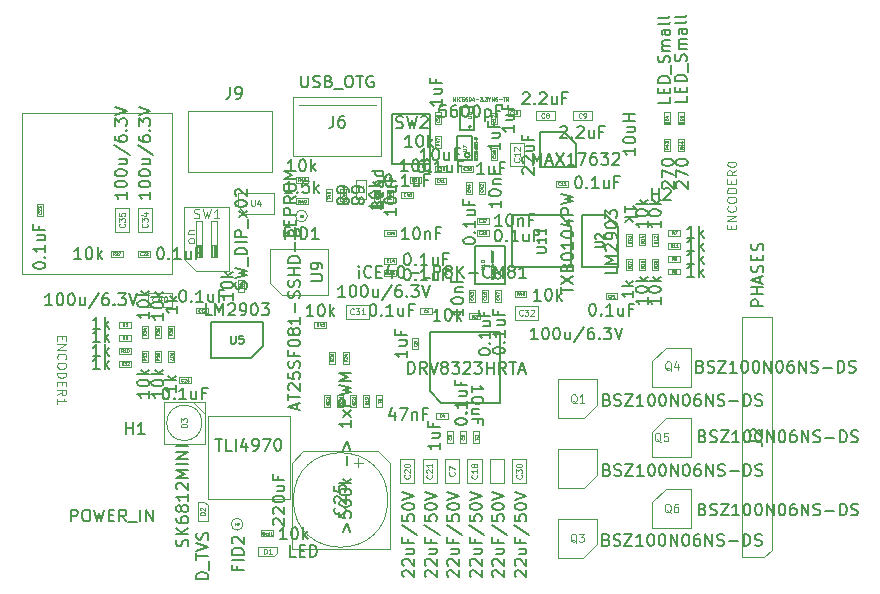
<source format=gbr>
G04 #@! TF.GenerationSoftware,KiCad,Pcbnew,5.1.5-52549c5~84~ubuntu18.04.1*
G04 #@! TF.CreationDate,2020-04-20T12:22:35+02:00*
G04 #@! TF.ProjectId,board,626f6172-642e-46b6-9963-61645f706362,rev?*
G04 #@! TF.SameCoordinates,Original*
G04 #@! TF.FileFunction,Other,Fab,Top*
%FSLAX46Y46*%
G04 Gerber Fmt 4.6, Leading zero omitted, Abs format (unit mm)*
G04 Created by KiCad (PCBNEW 5.1.5-52549c5~84~ubuntu18.04.1) date 2020-04-20 12:22:35*
%MOMM*%
%LPD*%
G04 APERTURE LIST*
%ADD10C,0.150000*%
%ADD11C,0.100000*%
%ADD12C,0.120000*%
%ADD13C,0.075000*%
%ADD14C,0.080000*%
%ADD15C,0.061772*%
%ADD16C,0.040000*%
%ADD17C,0.060000*%
%ADD18C,0.031750*%
G04 APERTURE END LIST*
D10*
X132100000Y-102250000D02*
X130900000Y-102250000D01*
X132100000Y-100250000D02*
X132100000Y-102250000D01*
X130900000Y-100250000D02*
X132100000Y-100250000D01*
X130900000Y-102250000D02*
X130900000Y-100250000D01*
X131800000Y-101950000D02*
G75*
G03X131800000Y-101950000I-100000J0D01*
G01*
X132100000Y-102250000D02*
X130900000Y-102250000D01*
X132100000Y-100250000D02*
X132100000Y-102250000D01*
X130900000Y-100250000D02*
X132100000Y-100250000D01*
X130900000Y-102250000D02*
X130900000Y-100250000D01*
X131800000Y-101950000D02*
G75*
G03X131800000Y-101950000I-100000J0D01*
G01*
X132100000Y-102250000D02*
X130900000Y-102250000D01*
X132100000Y-100250000D02*
X132100000Y-102250000D01*
X130900000Y-100250000D02*
X132100000Y-100250000D01*
X130900000Y-102250000D02*
X130900000Y-100250000D01*
X131800000Y-101950000D02*
G75*
G03X131800000Y-101950000I-100000J0D01*
G01*
D11*
X102887000Y-108840000D02*
X102887000Y-110840000D01*
X101687000Y-108840000D02*
X102887000Y-108840000D01*
X101687000Y-110840000D02*
X101687000Y-108840000D01*
X102887000Y-110840000D02*
X101687000Y-110840000D01*
D10*
X140300000Y-110400000D02*
X140300000Y-113800000D01*
X140300000Y-113800000D02*
X135300000Y-113800000D01*
X135300000Y-113800000D02*
X135300000Y-109400000D01*
X135300000Y-109400000D02*
X139300000Y-109400000D01*
X139300000Y-109400000D02*
X140300000Y-110400000D01*
D11*
X93750000Y-100770000D02*
X93750000Y-114430000D01*
X93750000Y-114430000D02*
X106450000Y-114430000D01*
X106450000Y-114430000D02*
X106450000Y-100770000D01*
X106450000Y-100770000D02*
X93750000Y-100770000D01*
X104792000Y-108840000D02*
X104792000Y-110840000D01*
X103592000Y-108840000D02*
X104792000Y-108840000D01*
X103592000Y-110840000D02*
X103592000Y-108840000D01*
X104792000Y-110840000D02*
X103592000Y-110840000D01*
X137500000Y-118300000D02*
X135500000Y-118300000D01*
X137500000Y-117100000D02*
X137500000Y-118300000D01*
X135500000Y-117100000D02*
X137500000Y-117100000D01*
X135500000Y-118300000D02*
X135500000Y-117100000D01*
D10*
X129300000Y-125300000D02*
X128300000Y-124300000D01*
X134300000Y-125300000D02*
X129300000Y-125300000D01*
X134300000Y-119300000D02*
X134300000Y-125300000D01*
X128300000Y-119300000D02*
X134300000Y-119300000D01*
X128300000Y-124300000D02*
X128300000Y-119300000D01*
D11*
X121200000Y-117000000D02*
X123200000Y-117000000D01*
X121200000Y-118200000D02*
X121200000Y-117000000D01*
X123200000Y-118200000D02*
X121200000Y-118200000D01*
X123200000Y-117000000D02*
X123200000Y-118200000D01*
D10*
X144220000Y-110390000D02*
X144220000Y-113790000D01*
X144220000Y-113790000D02*
X141220000Y-113790000D01*
X141220000Y-113790000D02*
X141220000Y-109390000D01*
X141220000Y-109390000D02*
X143220000Y-109390000D01*
X143220000Y-109390000D02*
X144220000Y-110390000D01*
D11*
X142500000Y-131400000D02*
X141350000Y-132550000D01*
X142500000Y-129250000D02*
X142500000Y-131400000D01*
X139200000Y-129250000D02*
X142500000Y-129250000D01*
X139200000Y-132550000D02*
X139200000Y-129250000D01*
X141350000Y-132550000D02*
X139200000Y-132550000D01*
X120250000Y-121000000D02*
X120250000Y-122000000D01*
X119750000Y-121000000D02*
X120250000Y-121000000D01*
X119750000Y-122000000D02*
X119750000Y-121000000D01*
X120250000Y-122000000D02*
X119750000Y-122000000D01*
X102300000Y-112950000D02*
X101300000Y-112950000D01*
X102300000Y-112450000D02*
X102300000Y-112950000D01*
X101300000Y-112450000D02*
X102300000Y-112450000D01*
X101300000Y-112950000D02*
X101300000Y-112450000D01*
X95050000Y-109500000D02*
X95050000Y-108500000D01*
X95550000Y-109500000D02*
X95050000Y-109500000D01*
X95550000Y-108500000D02*
X95550000Y-109500000D01*
X95050000Y-108500000D02*
X95550000Y-108500000D01*
X127700000Y-130100000D02*
X128900000Y-130100000D01*
X128900000Y-130100000D02*
X128900000Y-132100000D01*
X128900000Y-132100000D02*
X127700000Y-132100000D01*
X127700000Y-132100000D02*
X127700000Y-130100000D01*
X104600000Y-112950000D02*
X103600000Y-112950000D01*
X104600000Y-112450000D02*
X104600000Y-112950000D01*
X103600000Y-112450000D02*
X104600000Y-112450000D01*
X103600000Y-112950000D02*
X103600000Y-112450000D01*
X133400000Y-132100000D02*
X133400000Y-130100000D01*
X134600000Y-132100000D02*
X133400000Y-132100000D01*
X134600000Y-130100000D02*
X134600000Y-132100000D01*
X133400000Y-130100000D02*
X134600000Y-130100000D01*
X131500000Y-130100000D02*
X132700000Y-130100000D01*
X132700000Y-130100000D02*
X132700000Y-132100000D01*
X132700000Y-132100000D02*
X131500000Y-132100000D01*
X131500000Y-132100000D02*
X131500000Y-130100000D01*
X121450000Y-122000000D02*
X120950000Y-122000000D01*
X120950000Y-122000000D02*
X120950000Y-121000000D01*
X120950000Y-121000000D02*
X121450000Y-121000000D01*
X121450000Y-121000000D02*
X121450000Y-122000000D01*
X140000000Y-106500000D02*
X140000000Y-107000000D01*
X140000000Y-107000000D02*
X139000000Y-107000000D01*
X139000000Y-107000000D02*
X139000000Y-106500000D01*
X139000000Y-106500000D02*
X140000000Y-106500000D01*
X135100000Y-103300000D02*
X136300000Y-103300000D01*
X136300000Y-103300000D02*
X136300000Y-105300000D01*
X136300000Y-105300000D02*
X135100000Y-105300000D01*
X135100000Y-105300000D02*
X135100000Y-103300000D01*
D10*
X140674999Y-103375001D02*
X140674999Y-105375001D01*
X140674999Y-105375001D02*
X137674999Y-105375001D01*
X137674999Y-105375001D02*
X137674999Y-102375001D01*
X137674999Y-102375001D02*
X139674999Y-102375001D01*
X139674999Y-102375001D02*
X140674999Y-103375001D01*
D11*
X134920000Y-100510000D02*
X135920000Y-100510000D01*
X134920000Y-101010000D02*
X134920000Y-100510000D01*
X135920000Y-101010000D02*
X134920000Y-101010000D01*
X135920000Y-100510000D02*
X135920000Y-101010000D01*
X145450000Y-113100000D02*
X145450000Y-114100000D01*
X144950000Y-113100000D02*
X145450000Y-113100000D01*
X144950000Y-114100000D02*
X144950000Y-113100000D01*
X145450000Y-114100000D02*
X144950000Y-114100000D01*
X145450000Y-111000000D02*
X145450000Y-112000000D01*
X144950000Y-111000000D02*
X145450000Y-111000000D01*
X144950000Y-112000000D02*
X144950000Y-111000000D01*
X145450000Y-112000000D02*
X144950000Y-112000000D01*
X146050000Y-114100000D02*
X146050000Y-113100000D01*
X146550000Y-114100000D02*
X146050000Y-114100000D01*
X146550000Y-113100000D02*
X146550000Y-114100000D01*
X146050000Y-113100000D02*
X146550000Y-113100000D01*
X146050000Y-111984015D02*
X146050000Y-110984015D01*
X146550000Y-111984015D02*
X146050000Y-111984015D01*
X146550000Y-110984015D02*
X146550000Y-111984015D01*
X146050000Y-110984015D02*
X146550000Y-110984015D01*
X147150000Y-114100000D02*
X147150000Y-113100000D01*
X147650000Y-114100000D02*
X147150000Y-114100000D01*
X147650000Y-113100000D02*
X147650000Y-114100000D01*
X147150000Y-113100000D02*
X147650000Y-113100000D01*
X147150000Y-112000000D02*
X147150000Y-111000000D01*
X147650000Y-112000000D02*
X147150000Y-112000000D01*
X147650000Y-111000000D02*
X147650000Y-112000000D01*
X147150000Y-111000000D02*
X147650000Y-111000000D01*
X148500000Y-111750000D02*
X149500000Y-111750000D01*
X148500000Y-112250000D02*
X148500000Y-111750000D01*
X149500000Y-112250000D02*
X148500000Y-112250000D01*
X149500000Y-111750000D02*
X149500000Y-112250000D01*
X103010000Y-121150000D02*
X102010000Y-121150000D01*
X103010000Y-120650000D02*
X103010000Y-121150000D01*
X102010000Y-120650000D02*
X103010000Y-120650000D01*
X102010000Y-121150000D02*
X102010000Y-120650000D01*
X148500000Y-113950000D02*
X149500000Y-113950000D01*
X148500000Y-114450000D02*
X148500000Y-113950000D01*
X149500000Y-114450000D02*
X148500000Y-114450000D01*
X149500000Y-113950000D02*
X149500000Y-114450000D01*
X148500000Y-112850000D02*
X149500000Y-112850000D01*
X148500000Y-113350000D02*
X148500000Y-112850000D01*
X149500000Y-113350000D02*
X148500000Y-113350000D01*
X149500000Y-112850000D02*
X149500000Y-113350000D01*
X148500000Y-110650000D02*
X149500000Y-110650000D01*
X148500000Y-111150000D02*
X148500000Y-110650000D01*
X149500000Y-111150000D02*
X148500000Y-111150000D01*
X149500000Y-110650000D02*
X149500000Y-111150000D01*
X103000000Y-120040000D02*
X102000000Y-120040000D01*
X103000000Y-119540000D02*
X103000000Y-120040000D01*
X102000000Y-119540000D02*
X103000000Y-119540000D01*
X102000000Y-120040000D02*
X102000000Y-119540000D01*
X103000000Y-118940000D02*
X102000000Y-118940000D01*
X103000000Y-118440000D02*
X103000000Y-118940000D01*
X102000000Y-118440000D02*
X103000000Y-118440000D01*
X102000000Y-118940000D02*
X102000000Y-118440000D01*
X112100000Y-115910000D02*
X112100000Y-114910000D01*
X112600000Y-115910000D02*
X112100000Y-115910000D01*
X112600000Y-114910000D02*
X112600000Y-115910000D01*
X112100000Y-114910000D02*
X112600000Y-114910000D01*
X143200000Y-116550000D02*
X143200000Y-116050000D01*
X143200000Y-116050000D02*
X144200000Y-116050000D01*
X144200000Y-116050000D02*
X144200000Y-116550000D01*
X144200000Y-116550000D02*
X143200000Y-116550000D01*
X108700000Y-135300000D02*
X109500000Y-135300000D01*
X108700000Y-133700000D02*
X108700000Y-135300000D01*
X109200000Y-133700000D02*
X108700000Y-133700000D01*
X109500000Y-134000000D02*
X109200000Y-133700000D01*
X109500000Y-135300000D02*
X109500000Y-134000000D01*
X157270000Y-137744200D02*
X156635000Y-138379200D01*
X157270000Y-118059200D02*
X157270000Y-137744200D01*
X154730000Y-118059200D02*
X157270000Y-118059200D01*
X154730000Y-138379200D02*
X154730000Y-118059200D01*
X156635000Y-138379200D02*
X154730000Y-138379200D01*
X114000000Y-136120000D02*
X115000000Y-136120000D01*
X114000000Y-136620000D02*
X114000000Y-136120000D01*
X115000000Y-136620000D02*
X114000000Y-136620000D01*
X115000000Y-136120000D02*
X115000000Y-136620000D01*
X142490000Y-125485000D02*
X141340000Y-126635000D01*
X142490000Y-123335000D02*
X142490000Y-125485000D01*
X139190000Y-123335000D02*
X142490000Y-123335000D01*
X139190000Y-126635000D02*
X139190000Y-123335000D01*
X141340000Y-126635000D02*
X139190000Y-126635000D01*
X147150000Y-121800000D02*
X148300000Y-120650000D01*
X147150000Y-123950000D02*
X147150000Y-121800000D01*
X150450000Y-123950000D02*
X147150000Y-123950000D01*
X150450000Y-120650000D02*
X150450000Y-123950000D01*
X148300000Y-120650000D02*
X150450000Y-120650000D01*
X147150000Y-127750000D02*
X148300000Y-126600000D01*
X147150000Y-129900000D02*
X147150000Y-127750000D01*
X150450000Y-129900000D02*
X147150000Y-129900000D01*
X150450000Y-126600000D02*
X150450000Y-129900000D01*
X148300000Y-126600000D02*
X150450000Y-126600000D01*
X142450000Y-137270000D02*
X141300000Y-138420000D01*
X142450000Y-135120000D02*
X142450000Y-137270000D01*
X139150000Y-135120000D02*
X142450000Y-135120000D01*
X139150000Y-138420000D02*
X139150000Y-135120000D01*
X141300000Y-138420000D02*
X139150000Y-138420000D01*
X147150000Y-133750000D02*
X148300000Y-132600000D01*
X147150000Y-135900000D02*
X147150000Y-133750000D01*
X150450000Y-135900000D02*
X147150000Y-135900000D01*
X150450000Y-132600000D02*
X150450000Y-135900000D01*
X148300000Y-132600000D02*
X150450000Y-132600000D01*
X132600000Y-118250000D02*
X131600000Y-118250000D01*
X132600000Y-117750000D02*
X132600000Y-118250000D01*
X131600000Y-117750000D02*
X132600000Y-117750000D01*
X131600000Y-118250000D02*
X131600000Y-117750000D01*
X124296564Y-124647939D02*
X124296564Y-125647939D01*
X123796564Y-124647939D02*
X124296564Y-124647939D01*
X123796564Y-125647939D02*
X123796564Y-124647939D01*
X124296564Y-125647939D02*
X123796564Y-125647939D01*
X125800000Y-132100000D02*
X125800000Y-130100000D01*
X127000000Y-132100000D02*
X125800000Y-132100000D01*
X127000000Y-130100000D02*
X127000000Y-132100000D01*
X125800000Y-130100000D02*
X127000000Y-130100000D01*
X129600000Y-132100000D02*
X129600000Y-130100000D01*
X130800000Y-132100000D02*
X129600000Y-132100000D01*
X130800000Y-130100000D02*
X130800000Y-132100000D01*
X129600000Y-130100000D02*
X130800000Y-130100000D01*
X128502000Y-117794000D02*
X127502000Y-117794000D01*
X128502000Y-117294000D02*
X128502000Y-117794000D01*
X127502000Y-117294000D02*
X128502000Y-117294000D01*
X127502000Y-117794000D02*
X127502000Y-117294000D01*
X126850000Y-120800000D02*
X126850000Y-119800000D01*
X127350000Y-120800000D02*
X126850000Y-120800000D01*
X127350000Y-119800000D02*
X127350000Y-120800000D01*
X126850000Y-119800000D02*
X127350000Y-119800000D01*
X129837019Y-126645541D02*
X128837019Y-126645541D01*
X129837019Y-126145541D02*
X129837019Y-126645541D01*
X128837019Y-126145541D02*
X129837019Y-126145541D01*
X128837019Y-126645541D02*
X128837019Y-126145541D01*
X129780000Y-128730000D02*
X129780000Y-127730000D01*
X130280000Y-128730000D02*
X129780000Y-128730000D01*
X130280000Y-127730000D02*
X130280000Y-128730000D01*
X129780000Y-127730000D02*
X130280000Y-127730000D01*
X131380000Y-127730000D02*
X131380000Y-128730000D01*
X130880000Y-127730000D02*
X131380000Y-127730000D01*
X130880000Y-128730000D02*
X130880000Y-127730000D01*
X131380000Y-128730000D02*
X130880000Y-128730000D01*
X132480000Y-127730000D02*
X132480000Y-128730000D01*
X131980000Y-127730000D02*
X132480000Y-127730000D01*
X131980000Y-128730000D02*
X131980000Y-127730000D01*
X132480000Y-128730000D02*
X131980000Y-128730000D01*
X108280000Y-125260000D02*
X109280000Y-126260000D01*
X105780000Y-128760000D02*
X109280000Y-128760000D01*
X109280000Y-128760000D02*
X109280000Y-125260000D01*
X109280000Y-125260000D02*
X105780000Y-125260000D01*
X105780000Y-125260000D02*
X105780000Y-128760000D01*
X109030000Y-127010000D02*
G75*
G03X109030000Y-127010000I-1500000J0D01*
G01*
X123196564Y-124647939D02*
X123196564Y-125647939D01*
X122696564Y-124647939D02*
X123196564Y-124647939D01*
X122696564Y-125647939D02*
X122696564Y-124647939D01*
X123196564Y-125647939D02*
X122696564Y-125647939D01*
X122096564Y-125647939D02*
X121596564Y-125647939D01*
X121596564Y-125647939D02*
X121596564Y-124647939D01*
X121596564Y-124647939D02*
X122096564Y-124647939D01*
X122096564Y-124647939D02*
X122096564Y-125647939D01*
X120996564Y-124647939D02*
X120996564Y-125647939D01*
X120496564Y-124647939D02*
X120996564Y-124647939D01*
X120496564Y-125647939D02*
X120496564Y-124647939D01*
X120996564Y-125647939D02*
X120496564Y-125647939D01*
X119896564Y-125647939D02*
X119396564Y-125647939D01*
X119396564Y-125647939D02*
X119396564Y-124647939D01*
X119396564Y-124647939D02*
X119896564Y-124647939D01*
X119896564Y-124647939D02*
X119896564Y-125647939D01*
X133500000Y-100750000D02*
X134000000Y-100750000D01*
X134000000Y-100750000D02*
X134000000Y-101750000D01*
X134000000Y-101750000D02*
X133500000Y-101750000D01*
X133500000Y-101750000D02*
X133500000Y-100750000D01*
D12*
X116500000Y-126500000D02*
X116500000Y-133500000D01*
X116500000Y-133500000D02*
X109500000Y-133500000D01*
X109500000Y-133500000D02*
X109500000Y-126400000D01*
X109500000Y-126400000D02*
X116500000Y-126400000D01*
X116500000Y-126400000D02*
X116500000Y-126500000D01*
D11*
X114970000Y-100600000D02*
X107870000Y-100600000D01*
X107870000Y-100600000D02*
X107870000Y-105800000D01*
X114970000Y-105800000D02*
X107870000Y-105800000D01*
X114970000Y-100600000D02*
X114970000Y-105800000D01*
X107070000Y-123650000D02*
X107070000Y-123150000D01*
X107070000Y-123150000D02*
X108070000Y-123150000D01*
X108070000Y-123150000D02*
X108070000Y-123650000D01*
X108070000Y-123650000D02*
X107070000Y-123650000D01*
X129250000Y-100720000D02*
X129250000Y-101720000D01*
X128750000Y-100720000D02*
X129250000Y-100720000D01*
X128750000Y-101720000D02*
X128750000Y-100720000D01*
X129250000Y-101720000D02*
X128750000Y-101720000D01*
X134000000Y-104750000D02*
X133500000Y-104750000D01*
X133500000Y-104750000D02*
X133500000Y-103750000D01*
X133500000Y-103750000D02*
X134000000Y-103750000D01*
X134000000Y-103750000D02*
X134000000Y-104750000D01*
X135300000Y-130100000D02*
X136500000Y-130100000D01*
X136500000Y-130100000D02*
X136500000Y-132100000D01*
X136500000Y-132100000D02*
X135300000Y-132100000D01*
X135300000Y-132100000D02*
X135300000Y-130100000D01*
X109500000Y-117250000D02*
X109500000Y-117750000D01*
X109500000Y-117750000D02*
X108500000Y-117750000D01*
X108500000Y-117750000D02*
X108500000Y-117250000D01*
X108500000Y-117250000D02*
X109500000Y-117250000D01*
X102020000Y-122250000D02*
X102020000Y-121750000D01*
X102020000Y-121750000D02*
X103020000Y-121750000D01*
X103020000Y-121750000D02*
X103020000Y-122250000D01*
X103020000Y-122250000D02*
X102020000Y-122250000D01*
X103950000Y-121900000D02*
X103950000Y-120900000D01*
X104450000Y-121900000D02*
X103950000Y-121900000D01*
X104450000Y-120900000D02*
X104450000Y-121900000D01*
X103950000Y-120900000D02*
X104450000Y-120900000D01*
X103920000Y-118800000D02*
X104420000Y-118800000D01*
X104420000Y-118800000D02*
X104420000Y-119800000D01*
X104420000Y-119800000D02*
X103920000Y-119800000D01*
X103920000Y-119800000D02*
X103920000Y-118800000D01*
X105050000Y-121900000D02*
X105050000Y-120900000D01*
X105550000Y-121900000D02*
X105050000Y-121900000D01*
X105550000Y-120900000D02*
X105550000Y-121900000D01*
X105050000Y-120900000D02*
X105550000Y-120900000D01*
X105050000Y-118800000D02*
X105550000Y-118800000D01*
X105550000Y-118800000D02*
X105550000Y-119800000D01*
X105550000Y-119800000D02*
X105050000Y-119800000D01*
X105050000Y-119800000D02*
X105050000Y-118800000D01*
X106650000Y-121900000D02*
X106150000Y-121900000D01*
X106150000Y-121900000D02*
X106150000Y-120900000D01*
X106150000Y-120900000D02*
X106650000Y-120900000D01*
X106650000Y-120900000D02*
X106650000Y-121900000D01*
X106650000Y-118800000D02*
X106650000Y-119800000D01*
X106150000Y-118800000D02*
X106650000Y-118800000D01*
X106150000Y-119800000D02*
X106150000Y-118800000D01*
X106650000Y-119800000D02*
X106150000Y-119800000D01*
X127610000Y-106180000D02*
X127610000Y-106680000D01*
X127610000Y-106680000D02*
X126610000Y-106680000D01*
X126610000Y-106680000D02*
X126610000Y-106180000D01*
X126610000Y-106180000D02*
X127610000Y-106180000D01*
X117000000Y-108000000D02*
X118000000Y-108000000D01*
X117000000Y-108500000D02*
X117000000Y-108000000D01*
X118000000Y-108500000D02*
X117000000Y-108500000D01*
X118000000Y-108000000D02*
X118000000Y-108500000D01*
X120000000Y-108250000D02*
X119500000Y-108250000D01*
X119500000Y-108250000D02*
X119500000Y-107250000D01*
X119500000Y-107250000D02*
X120000000Y-107250000D01*
X120000000Y-107250000D02*
X120000000Y-108250000D01*
X121250000Y-107240000D02*
X121250000Y-108240000D01*
X120750000Y-107240000D02*
X121250000Y-107240000D01*
X120750000Y-108240000D02*
X120750000Y-107240000D01*
X121250000Y-108240000D02*
X120750000Y-108240000D01*
X148150000Y-103000000D02*
X148650000Y-103000000D01*
X148650000Y-103000000D02*
X148650000Y-104000000D01*
X148650000Y-104000000D02*
X148150000Y-104000000D01*
X148150000Y-104000000D02*
X148150000Y-103000000D01*
X118550000Y-118450000D02*
X119550000Y-118450000D01*
X118550000Y-118950000D02*
X118550000Y-118450000D01*
X119550000Y-118950000D02*
X118550000Y-118950000D01*
X119550000Y-118450000D02*
X119550000Y-118950000D01*
X117980000Y-106180000D02*
X117980000Y-106680000D01*
X117980000Y-106680000D02*
X116980000Y-106680000D01*
X116980000Y-106680000D02*
X116980000Y-106180000D01*
X116980000Y-106180000D02*
X117980000Y-106180000D01*
X124670000Y-108270000D02*
X124670000Y-107270000D01*
X125170000Y-108270000D02*
X124670000Y-108270000D01*
X125170000Y-107270000D02*
X125170000Y-108270000D01*
X124670000Y-107270000D02*
X125170000Y-107270000D01*
X112700000Y-109320000D02*
X112050000Y-108670000D01*
X112050000Y-107520000D02*
X112050000Y-108670000D01*
X112700000Y-109320000D02*
X115150000Y-109320000D01*
X115150000Y-107520000D02*
X115150000Y-109320000D01*
X112050000Y-107520000D02*
X115150000Y-107520000D01*
D10*
X114200000Y-120500000D02*
X113200000Y-121500000D01*
X114200000Y-118500000D02*
X114200000Y-120500000D01*
X109800000Y-118500000D02*
X114200000Y-118500000D01*
X109800000Y-121500000D02*
X109800000Y-118500000D01*
X113200000Y-121500000D02*
X109800000Y-121500000D01*
D11*
X117950000Y-109500000D02*
G75*
G03X117950000Y-109500000I-500000J0D01*
G01*
X112500000Y-135600000D02*
G75*
G03X112500000Y-135600000I-500000J0D01*
G01*
X125470000Y-114070000D02*
X125470000Y-114570000D01*
X125470000Y-114570000D02*
X124470000Y-114570000D01*
X124470000Y-114570000D02*
X124470000Y-114070000D01*
X124470000Y-114070000D02*
X125470000Y-114070000D01*
X116720000Y-99410000D02*
X124220000Y-99410000D01*
X116720000Y-104410000D02*
X116720000Y-99410000D01*
X124220000Y-104410000D02*
X116720000Y-104410000D01*
X124220000Y-99410000D02*
X124220000Y-104410000D01*
X123720000Y-100110000D02*
X117220000Y-100110000D01*
X114820000Y-115200000D02*
X114820000Y-112300000D01*
X114820000Y-112300000D02*
X119720000Y-112300000D01*
X119720000Y-112300000D02*
X119720000Y-116200000D01*
X119720000Y-116200000D02*
X115820000Y-116200000D01*
X115820000Y-116200000D02*
X114820000Y-115200000D01*
D10*
X125150000Y-100900000D02*
X125150000Y-105100000D01*
X128350000Y-100900000D02*
X125150000Y-100900000D01*
X128350000Y-105100000D02*
X128350000Y-100900000D01*
X127950000Y-105100000D02*
X128350000Y-105100000D01*
X125150000Y-105100000D02*
X127950000Y-105100000D01*
X131702200Y-104350000D02*
G75*
G03X131702200Y-104350000I-213600J0D01*
G01*
X131875000Y-104750000D02*
X130625000Y-104750000D01*
X131875000Y-102750000D02*
X130625000Y-102750000D01*
X130625000Y-104750000D02*
X130625000Y-102750000D01*
X131875000Y-104750000D02*
X131875000Y-102750000D01*
X134325000Y-114570000D02*
G75*
G03X134325000Y-114570000I-250000J0D01*
G01*
X134641754Y-112016386D02*
X134641754Y-115216386D01*
X132141754Y-112016386D02*
X134641754Y-112016386D01*
X132141754Y-115216386D02*
X132141754Y-112016386D01*
X134641754Y-115216386D02*
X132141754Y-115216386D01*
D11*
X125476380Y-113045408D02*
X125476380Y-113545408D01*
X125476380Y-113545408D02*
X124476380Y-113545408D01*
X124476380Y-113545408D02*
X124476380Y-113045408D01*
X124476380Y-113045408D02*
X125476380Y-113045408D01*
X124100000Y-108275000D02*
X123600000Y-108275000D01*
X123600000Y-108275000D02*
X123600000Y-107275000D01*
X123600000Y-107275000D02*
X124100000Y-107275000D01*
X124100000Y-107275000D02*
X124100000Y-108275000D01*
X132710000Y-116765408D02*
X132710000Y-115765408D01*
X133210000Y-116765408D02*
X132710000Y-116765408D01*
X133210000Y-115765408D02*
X133210000Y-116765408D01*
X132710000Y-115765408D02*
X133210000Y-115765408D01*
X132286380Y-111155408D02*
X132286380Y-110655408D01*
X132286380Y-110655408D02*
X133286380Y-110655408D01*
X133286380Y-110655408D02*
X133286380Y-111155408D01*
X133286380Y-111155408D02*
X132286380Y-111155408D01*
X131980000Y-105750000D02*
X130980000Y-105750000D01*
X131980000Y-105250000D02*
X131980000Y-105750000D01*
X130980000Y-105250000D02*
X131980000Y-105250000D01*
X130980000Y-105750000D02*
X130980000Y-105250000D01*
X133286380Y-110155408D02*
X132286380Y-110155408D01*
X133286380Y-109655408D02*
X133286380Y-110155408D01*
X132286380Y-109655408D02*
X133286380Y-109655408D01*
X132286380Y-110155408D02*
X132286380Y-109655408D01*
X129720000Y-105250000D02*
X129720000Y-105750000D01*
X129720000Y-105750000D02*
X128720000Y-105750000D01*
X128720000Y-105750000D02*
X128720000Y-105250000D01*
X128720000Y-105250000D02*
X129720000Y-105250000D01*
X125480000Y-110700000D02*
X125480000Y-111200000D01*
X125480000Y-111200000D02*
X124480000Y-111200000D01*
X124480000Y-111200000D02*
X124480000Y-110700000D01*
X124480000Y-110700000D02*
X125480000Y-110700000D01*
X129715000Y-106280000D02*
X129715000Y-106780000D01*
X129715000Y-106780000D02*
X128715000Y-106780000D01*
X128715000Y-106780000D02*
X128715000Y-106280000D01*
X128715000Y-106280000D02*
X129715000Y-106280000D01*
X132950000Y-106630000D02*
X132950000Y-107630000D01*
X132450000Y-106630000D02*
X132950000Y-106630000D01*
X132450000Y-107630000D02*
X132450000Y-106630000D01*
X132950000Y-107630000D02*
X132450000Y-107630000D01*
X131616380Y-115765408D02*
X132116380Y-115765408D01*
X132116380Y-115765408D02*
X132116380Y-116765408D01*
X132116380Y-116765408D02*
X131616380Y-116765408D01*
X131616380Y-116765408D02*
X131616380Y-115765408D01*
X131886380Y-106625408D02*
X131886380Y-107625408D01*
X131386380Y-106625408D02*
X131886380Y-106625408D01*
X131386380Y-107625408D02*
X131386380Y-106625408D01*
X131886380Y-107625408D02*
X131386380Y-107625408D01*
X125910000Y-107450000D02*
X126910000Y-107450000D01*
X125910000Y-107950000D02*
X125910000Y-107450000D01*
X126910000Y-107950000D02*
X125910000Y-107950000D01*
X126910000Y-107450000D02*
X126910000Y-107950000D01*
X133820000Y-116770000D02*
X133820000Y-115770000D01*
X134320000Y-116770000D02*
X133820000Y-116770000D01*
X134320000Y-115770000D02*
X134320000Y-116770000D01*
X133820000Y-115770000D02*
X134320000Y-115770000D01*
X113800000Y-137500000D02*
X113800000Y-138300000D01*
X115400000Y-137500000D02*
X113800000Y-137500000D01*
X115400000Y-138000000D02*
X115400000Y-137500000D01*
X115100000Y-138300000D02*
X115400000Y-138000000D01*
X113800000Y-138300000D02*
X115100000Y-138300000D01*
X122900000Y-108050000D02*
X122100000Y-108050000D01*
X122100000Y-108050000D02*
X122100000Y-106450000D01*
X122100000Y-106450000D02*
X122900000Y-106450000D01*
X122900000Y-106450000D02*
X122900000Y-108050000D01*
X149350000Y-103000000D02*
X149850000Y-103000000D01*
X149850000Y-103000000D02*
X149850000Y-104000000D01*
X149850000Y-104000000D02*
X149350000Y-104000000D01*
X149350000Y-104000000D02*
X149350000Y-103000000D01*
X135500000Y-116350000D02*
X135500000Y-115850000D01*
X135500000Y-115850000D02*
X136500000Y-115850000D01*
X136500000Y-115850000D02*
X136500000Y-116350000D01*
X136500000Y-116350000D02*
X135500000Y-116350000D01*
X106460000Y-115980000D02*
X106460000Y-117180000D01*
X106460000Y-117180000D02*
X104460000Y-117180000D01*
X104460000Y-117180000D02*
X104460000Y-115980000D01*
X104460000Y-115980000D02*
X106460000Y-115980000D01*
X148650000Y-101500000D02*
X148150000Y-101500000D01*
X148650000Y-101600000D02*
X148150000Y-101600000D01*
X148650000Y-100700000D02*
X148650000Y-101700000D01*
X148150000Y-100700000D02*
X148650000Y-100700000D01*
X148150000Y-101700000D02*
X148150000Y-100700000D01*
X148650000Y-101700000D02*
X148150000Y-101700000D01*
X149850000Y-101700000D02*
X149350000Y-101700000D01*
X149350000Y-101700000D02*
X149350000Y-100700000D01*
X149350000Y-100700000D02*
X149850000Y-100700000D01*
X149850000Y-100700000D02*
X149850000Y-101700000D01*
X149850000Y-101600000D02*
X149350000Y-101600000D01*
X149850000Y-101500000D02*
X149350000Y-101500000D01*
X128750000Y-102700000D02*
X129250000Y-102700000D01*
X129250000Y-102700000D02*
X129250000Y-103700000D01*
X129250000Y-103700000D02*
X128750000Y-103700000D01*
X128750000Y-103700000D02*
X128750000Y-102700000D01*
X138880000Y-100610000D02*
X138880000Y-101410000D01*
X138880000Y-101410000D02*
X137280000Y-101410000D01*
X137280000Y-101410000D02*
X137280000Y-100610000D01*
X137280000Y-100610000D02*
X138880000Y-100610000D01*
X142030000Y-101410000D02*
X140430000Y-101410000D01*
X142030000Y-100610000D02*
X142030000Y-101410000D01*
X140430000Y-100610000D02*
X142030000Y-100610000D01*
X140430000Y-101410000D02*
X140430000Y-100610000D01*
X124760000Y-133540000D02*
G75*
G03X124760000Y-133540000I-4000000J0D01*
G01*
X124910000Y-137690000D02*
X116610000Y-137690000D01*
X124910000Y-130390000D02*
X124910000Y-137690000D01*
X116610000Y-130390000D02*
X116610000Y-137690000D01*
X123910000Y-129390000D02*
X117610000Y-129390000D01*
X123910000Y-129390000D02*
X124910000Y-130390000D01*
X117610000Y-129390000D02*
X116610000Y-130390000D01*
X122260000Y-129977722D02*
X122260000Y-130777722D01*
X122660000Y-130377722D02*
X121860000Y-130377722D01*
X107515000Y-113130000D02*
X107515000Y-108730000D01*
X107515000Y-108730000D02*
X111325000Y-108730000D01*
X111325000Y-108730000D02*
X111325000Y-114130000D01*
X111325000Y-114130000D02*
X108515000Y-114130000D01*
X108515000Y-114130000D02*
X107515000Y-113130000D01*
X108535000Y-112930000D02*
X109035000Y-112930000D01*
X109035000Y-112930000D02*
X109035000Y-109930000D01*
X109035000Y-109930000D02*
X108535000Y-109930000D01*
X108535000Y-109930000D02*
X108535000Y-112930000D01*
X108635000Y-112930000D02*
X108635000Y-111930000D01*
X108735000Y-112930000D02*
X108735000Y-111930000D01*
X108835000Y-112930000D02*
X108835000Y-111930000D01*
X108935000Y-112930000D02*
X108935000Y-111930000D01*
X108535000Y-111930000D02*
X109035000Y-111930000D01*
X109805000Y-112930000D02*
X110305000Y-112930000D01*
X110305000Y-112930000D02*
X110305000Y-109930000D01*
X110305000Y-109930000D02*
X109805000Y-109930000D01*
X109805000Y-109930000D02*
X109805000Y-112930000D01*
X109905000Y-112930000D02*
X109905000Y-111930000D01*
X110005000Y-112930000D02*
X110005000Y-111930000D01*
X110105000Y-112930000D02*
X110105000Y-111930000D01*
X110205000Y-112930000D02*
X110205000Y-111930000D01*
X109805000Y-111930000D02*
X110305000Y-111930000D01*
D13*
X131535714Y-101178571D02*
X131778571Y-101178571D01*
X131807142Y-101164285D01*
X131821428Y-101150000D01*
X131835714Y-101121428D01*
X131835714Y-101064285D01*
X131821428Y-101035714D01*
X131807142Y-101021428D01*
X131778571Y-101007142D01*
X131535714Y-101007142D01*
X131535714Y-100735714D02*
X131535714Y-100792857D01*
X131550000Y-100821428D01*
X131564285Y-100835714D01*
X131607142Y-100864285D01*
X131664285Y-100878571D01*
X131778571Y-100878571D01*
X131807142Y-100864285D01*
X131821428Y-100850000D01*
X131835714Y-100821428D01*
X131835714Y-100764285D01*
X131821428Y-100735714D01*
X131807142Y-100721428D01*
X131778571Y-100707142D01*
X131707142Y-100707142D01*
X131678571Y-100721428D01*
X131664285Y-100735714D01*
X131650000Y-100764285D01*
X131650000Y-100821428D01*
X131664285Y-100850000D01*
X131678571Y-100864285D01*
X131707142Y-100878571D01*
X130271428Y-99735714D02*
X130271428Y-99435714D01*
X130371428Y-99650000D01*
X130471428Y-99435714D01*
X130471428Y-99735714D01*
X130614285Y-99735714D02*
X130614285Y-99435714D01*
X130928571Y-99707142D02*
X130914285Y-99721428D01*
X130871428Y-99735714D01*
X130842857Y-99735714D01*
X130800000Y-99721428D01*
X130771428Y-99692857D01*
X130757142Y-99664285D01*
X130742857Y-99607142D01*
X130742857Y-99564285D01*
X130757142Y-99507142D01*
X130771428Y-99478571D01*
X130800000Y-99450000D01*
X130842857Y-99435714D01*
X130871428Y-99435714D01*
X130914285Y-99450000D01*
X130928571Y-99464285D01*
X131200000Y-99435714D02*
X131057142Y-99435714D01*
X131042857Y-99578571D01*
X131057142Y-99564285D01*
X131085714Y-99550000D01*
X131157142Y-99550000D01*
X131185714Y-99564285D01*
X131200000Y-99578571D01*
X131214285Y-99607142D01*
X131214285Y-99678571D01*
X131200000Y-99707142D01*
X131185714Y-99721428D01*
X131157142Y-99735714D01*
X131085714Y-99735714D01*
X131057142Y-99721428D01*
X131042857Y-99707142D01*
X131485714Y-99435714D02*
X131342857Y-99435714D01*
X131328571Y-99578571D01*
X131342857Y-99564285D01*
X131371428Y-99550000D01*
X131442857Y-99550000D01*
X131471428Y-99564285D01*
X131485714Y-99578571D01*
X131500000Y-99607142D01*
X131500000Y-99678571D01*
X131485714Y-99707142D01*
X131471428Y-99721428D01*
X131442857Y-99735714D01*
X131371428Y-99735714D01*
X131342857Y-99721428D01*
X131328571Y-99707142D01*
X131685714Y-99435714D02*
X131714285Y-99435714D01*
X131742857Y-99450000D01*
X131757142Y-99464285D01*
X131771428Y-99492857D01*
X131785714Y-99550000D01*
X131785714Y-99621428D01*
X131771428Y-99678571D01*
X131757142Y-99707142D01*
X131742857Y-99721428D01*
X131714285Y-99735714D01*
X131685714Y-99735714D01*
X131657142Y-99721428D01*
X131642857Y-99707142D01*
X131628571Y-99678571D01*
X131614285Y-99621428D01*
X131614285Y-99550000D01*
X131628571Y-99492857D01*
X131642857Y-99464285D01*
X131657142Y-99450000D01*
X131685714Y-99435714D01*
X132042857Y-99535714D02*
X132042857Y-99735714D01*
X131971428Y-99421428D02*
X131900000Y-99635714D01*
X132085714Y-99635714D01*
X132200000Y-99621428D02*
X132428571Y-99621428D01*
X132542857Y-99435714D02*
X132728571Y-99435714D01*
X132628571Y-99550000D01*
X132671428Y-99550000D01*
X132700000Y-99564285D01*
X132714285Y-99578571D01*
X132728571Y-99607142D01*
X132728571Y-99678571D01*
X132714285Y-99707142D01*
X132700000Y-99721428D01*
X132671428Y-99735714D01*
X132585714Y-99735714D01*
X132557142Y-99721428D01*
X132542857Y-99707142D01*
X132857142Y-99707142D02*
X132871428Y-99721428D01*
X132857142Y-99735714D01*
X132842857Y-99721428D01*
X132857142Y-99707142D01*
X132857142Y-99735714D01*
X132971428Y-99435714D02*
X133157142Y-99435714D01*
X133057142Y-99550000D01*
X133100000Y-99550000D01*
X133128571Y-99564285D01*
X133142857Y-99578571D01*
X133157142Y-99607142D01*
X133157142Y-99678571D01*
X133142857Y-99707142D01*
X133128571Y-99721428D01*
X133100000Y-99735714D01*
X133014285Y-99735714D01*
X132985714Y-99721428D01*
X132971428Y-99707142D01*
X133342857Y-99592857D02*
X133342857Y-99735714D01*
X133242857Y-99435714D02*
X133342857Y-99592857D01*
X133442857Y-99435714D01*
X133542857Y-99735714D02*
X133542857Y-99435714D01*
X133642857Y-99650000D01*
X133742857Y-99435714D01*
X133742857Y-99735714D01*
X134028571Y-99435714D02*
X133885714Y-99435714D01*
X133871428Y-99578571D01*
X133885714Y-99564285D01*
X133914285Y-99550000D01*
X133985714Y-99550000D01*
X134014285Y-99564285D01*
X134028571Y-99578571D01*
X134042857Y-99607142D01*
X134042857Y-99678571D01*
X134028571Y-99707142D01*
X134014285Y-99721428D01*
X133985714Y-99735714D01*
X133914285Y-99735714D01*
X133885714Y-99721428D01*
X133871428Y-99707142D01*
X134171428Y-99621428D02*
X134400000Y-99621428D01*
X134500000Y-99435714D02*
X134671428Y-99435714D01*
X134585714Y-99735714D02*
X134585714Y-99435714D01*
X134942857Y-99735714D02*
X134842857Y-99592857D01*
X134771428Y-99735714D02*
X134771428Y-99435714D01*
X134885714Y-99435714D01*
X134914285Y-99450000D01*
X134928571Y-99464285D01*
X134942857Y-99492857D01*
X134942857Y-99535714D01*
X134928571Y-99564285D01*
X134914285Y-99578571D01*
X134885714Y-99592857D01*
X134771428Y-99592857D01*
X131535714Y-101178571D02*
X131778571Y-101178571D01*
X131807142Y-101164285D01*
X131821428Y-101150000D01*
X131835714Y-101121428D01*
X131835714Y-101064285D01*
X131821428Y-101035714D01*
X131807142Y-101021428D01*
X131778571Y-101007142D01*
X131535714Y-101007142D01*
X131535714Y-100735714D02*
X131535714Y-100792857D01*
X131550000Y-100821428D01*
X131564285Y-100835714D01*
X131607142Y-100864285D01*
X131664285Y-100878571D01*
X131778571Y-100878571D01*
X131807142Y-100864285D01*
X131821428Y-100850000D01*
X131835714Y-100821428D01*
X131835714Y-100764285D01*
X131821428Y-100735714D01*
X131807142Y-100721428D01*
X131778571Y-100707142D01*
X131707142Y-100707142D01*
X131678571Y-100721428D01*
X131664285Y-100735714D01*
X131650000Y-100764285D01*
X131650000Y-100821428D01*
X131664285Y-100850000D01*
X131678571Y-100864285D01*
X131707142Y-100878571D01*
X130271428Y-99735714D02*
X130271428Y-99435714D01*
X130371428Y-99650000D01*
X130471428Y-99435714D01*
X130471428Y-99735714D01*
X130614285Y-99735714D02*
X130614285Y-99435714D01*
X130928571Y-99707142D02*
X130914285Y-99721428D01*
X130871428Y-99735714D01*
X130842857Y-99735714D01*
X130800000Y-99721428D01*
X130771428Y-99692857D01*
X130757142Y-99664285D01*
X130742857Y-99607142D01*
X130742857Y-99564285D01*
X130757142Y-99507142D01*
X130771428Y-99478571D01*
X130800000Y-99450000D01*
X130842857Y-99435714D01*
X130871428Y-99435714D01*
X130914285Y-99450000D01*
X130928571Y-99464285D01*
X131200000Y-99435714D02*
X131057142Y-99435714D01*
X131042857Y-99578571D01*
X131057142Y-99564285D01*
X131085714Y-99550000D01*
X131157142Y-99550000D01*
X131185714Y-99564285D01*
X131200000Y-99578571D01*
X131214285Y-99607142D01*
X131214285Y-99678571D01*
X131200000Y-99707142D01*
X131185714Y-99721428D01*
X131157142Y-99735714D01*
X131085714Y-99735714D01*
X131057142Y-99721428D01*
X131042857Y-99707142D01*
X131485714Y-99435714D02*
X131342857Y-99435714D01*
X131328571Y-99578571D01*
X131342857Y-99564285D01*
X131371428Y-99550000D01*
X131442857Y-99550000D01*
X131471428Y-99564285D01*
X131485714Y-99578571D01*
X131500000Y-99607142D01*
X131500000Y-99678571D01*
X131485714Y-99707142D01*
X131471428Y-99721428D01*
X131442857Y-99735714D01*
X131371428Y-99735714D01*
X131342857Y-99721428D01*
X131328571Y-99707142D01*
X131685714Y-99435714D02*
X131714285Y-99435714D01*
X131742857Y-99450000D01*
X131757142Y-99464285D01*
X131771428Y-99492857D01*
X131785714Y-99550000D01*
X131785714Y-99621428D01*
X131771428Y-99678571D01*
X131757142Y-99707142D01*
X131742857Y-99721428D01*
X131714285Y-99735714D01*
X131685714Y-99735714D01*
X131657142Y-99721428D01*
X131642857Y-99707142D01*
X131628571Y-99678571D01*
X131614285Y-99621428D01*
X131614285Y-99550000D01*
X131628571Y-99492857D01*
X131642857Y-99464285D01*
X131657142Y-99450000D01*
X131685714Y-99435714D01*
X132042857Y-99535714D02*
X132042857Y-99735714D01*
X131971428Y-99421428D02*
X131900000Y-99635714D01*
X132085714Y-99635714D01*
X132200000Y-99621428D02*
X132428571Y-99621428D01*
X132542857Y-99435714D02*
X132728571Y-99435714D01*
X132628571Y-99550000D01*
X132671428Y-99550000D01*
X132700000Y-99564285D01*
X132714285Y-99578571D01*
X132728571Y-99607142D01*
X132728571Y-99678571D01*
X132714285Y-99707142D01*
X132700000Y-99721428D01*
X132671428Y-99735714D01*
X132585714Y-99735714D01*
X132557142Y-99721428D01*
X132542857Y-99707142D01*
X132857142Y-99707142D02*
X132871428Y-99721428D01*
X132857142Y-99735714D01*
X132842857Y-99721428D01*
X132857142Y-99707142D01*
X132857142Y-99735714D01*
X132971428Y-99435714D02*
X133157142Y-99435714D01*
X133057142Y-99550000D01*
X133100000Y-99550000D01*
X133128571Y-99564285D01*
X133142857Y-99578571D01*
X133157142Y-99607142D01*
X133157142Y-99678571D01*
X133142857Y-99707142D01*
X133128571Y-99721428D01*
X133100000Y-99735714D01*
X133014285Y-99735714D01*
X132985714Y-99721428D01*
X132971428Y-99707142D01*
X133342857Y-99592857D02*
X133342857Y-99735714D01*
X133242857Y-99435714D02*
X133342857Y-99592857D01*
X133442857Y-99435714D01*
X133542857Y-99735714D02*
X133542857Y-99435714D01*
X133642857Y-99650000D01*
X133742857Y-99435714D01*
X133742857Y-99735714D01*
X134028571Y-99435714D02*
X133885714Y-99435714D01*
X133871428Y-99578571D01*
X133885714Y-99564285D01*
X133914285Y-99550000D01*
X133985714Y-99550000D01*
X134014285Y-99564285D01*
X134028571Y-99578571D01*
X134042857Y-99607142D01*
X134042857Y-99678571D01*
X134028571Y-99707142D01*
X134014285Y-99721428D01*
X133985714Y-99735714D01*
X133914285Y-99735714D01*
X133885714Y-99721428D01*
X133871428Y-99707142D01*
X134171428Y-99621428D02*
X134400000Y-99621428D01*
X134500000Y-99435714D02*
X134671428Y-99435714D01*
X134585714Y-99735714D02*
X134585714Y-99435714D01*
X134942857Y-99735714D02*
X134842857Y-99592857D01*
X134771428Y-99735714D02*
X134771428Y-99435714D01*
X134885714Y-99435714D01*
X134914285Y-99450000D01*
X134928571Y-99464285D01*
X134942857Y-99492857D01*
X134942857Y-99535714D01*
X134928571Y-99564285D01*
X134914285Y-99578571D01*
X134885714Y-99592857D01*
X134771428Y-99592857D01*
X131535714Y-101178571D02*
X131778571Y-101178571D01*
X131807142Y-101164285D01*
X131821428Y-101150000D01*
X131835714Y-101121428D01*
X131835714Y-101064285D01*
X131821428Y-101035714D01*
X131807142Y-101021428D01*
X131778571Y-101007142D01*
X131535714Y-101007142D01*
X131535714Y-100735714D02*
X131535714Y-100792857D01*
X131550000Y-100821428D01*
X131564285Y-100835714D01*
X131607142Y-100864285D01*
X131664285Y-100878571D01*
X131778571Y-100878571D01*
X131807142Y-100864285D01*
X131821428Y-100850000D01*
X131835714Y-100821428D01*
X131835714Y-100764285D01*
X131821428Y-100735714D01*
X131807142Y-100721428D01*
X131778571Y-100707142D01*
X131707142Y-100707142D01*
X131678571Y-100721428D01*
X131664285Y-100735714D01*
X131650000Y-100764285D01*
X131650000Y-100821428D01*
X131664285Y-100850000D01*
X131678571Y-100864285D01*
X131707142Y-100878571D01*
X130271428Y-99735714D02*
X130271428Y-99435714D01*
X130371428Y-99650000D01*
X130471428Y-99435714D01*
X130471428Y-99735714D01*
X130614285Y-99735714D02*
X130614285Y-99435714D01*
X130928571Y-99707142D02*
X130914285Y-99721428D01*
X130871428Y-99735714D01*
X130842857Y-99735714D01*
X130800000Y-99721428D01*
X130771428Y-99692857D01*
X130757142Y-99664285D01*
X130742857Y-99607142D01*
X130742857Y-99564285D01*
X130757142Y-99507142D01*
X130771428Y-99478571D01*
X130800000Y-99450000D01*
X130842857Y-99435714D01*
X130871428Y-99435714D01*
X130914285Y-99450000D01*
X130928571Y-99464285D01*
X131200000Y-99435714D02*
X131057142Y-99435714D01*
X131042857Y-99578571D01*
X131057142Y-99564285D01*
X131085714Y-99550000D01*
X131157142Y-99550000D01*
X131185714Y-99564285D01*
X131200000Y-99578571D01*
X131214285Y-99607142D01*
X131214285Y-99678571D01*
X131200000Y-99707142D01*
X131185714Y-99721428D01*
X131157142Y-99735714D01*
X131085714Y-99735714D01*
X131057142Y-99721428D01*
X131042857Y-99707142D01*
X131485714Y-99435714D02*
X131342857Y-99435714D01*
X131328571Y-99578571D01*
X131342857Y-99564285D01*
X131371428Y-99550000D01*
X131442857Y-99550000D01*
X131471428Y-99564285D01*
X131485714Y-99578571D01*
X131500000Y-99607142D01*
X131500000Y-99678571D01*
X131485714Y-99707142D01*
X131471428Y-99721428D01*
X131442857Y-99735714D01*
X131371428Y-99735714D01*
X131342857Y-99721428D01*
X131328571Y-99707142D01*
X131685714Y-99435714D02*
X131714285Y-99435714D01*
X131742857Y-99450000D01*
X131757142Y-99464285D01*
X131771428Y-99492857D01*
X131785714Y-99550000D01*
X131785714Y-99621428D01*
X131771428Y-99678571D01*
X131757142Y-99707142D01*
X131742857Y-99721428D01*
X131714285Y-99735714D01*
X131685714Y-99735714D01*
X131657142Y-99721428D01*
X131642857Y-99707142D01*
X131628571Y-99678571D01*
X131614285Y-99621428D01*
X131614285Y-99550000D01*
X131628571Y-99492857D01*
X131642857Y-99464285D01*
X131657142Y-99450000D01*
X131685714Y-99435714D01*
X132042857Y-99535714D02*
X132042857Y-99735714D01*
X131971428Y-99421428D02*
X131900000Y-99635714D01*
X132085714Y-99635714D01*
X132200000Y-99621428D02*
X132428571Y-99621428D01*
X132542857Y-99435714D02*
X132728571Y-99435714D01*
X132628571Y-99550000D01*
X132671428Y-99550000D01*
X132700000Y-99564285D01*
X132714285Y-99578571D01*
X132728571Y-99607142D01*
X132728571Y-99678571D01*
X132714285Y-99707142D01*
X132700000Y-99721428D01*
X132671428Y-99735714D01*
X132585714Y-99735714D01*
X132557142Y-99721428D01*
X132542857Y-99707142D01*
X132857142Y-99707142D02*
X132871428Y-99721428D01*
X132857142Y-99735714D01*
X132842857Y-99721428D01*
X132857142Y-99707142D01*
X132857142Y-99735714D01*
X132971428Y-99435714D02*
X133157142Y-99435714D01*
X133057142Y-99550000D01*
X133100000Y-99550000D01*
X133128571Y-99564285D01*
X133142857Y-99578571D01*
X133157142Y-99607142D01*
X133157142Y-99678571D01*
X133142857Y-99707142D01*
X133128571Y-99721428D01*
X133100000Y-99735714D01*
X133014285Y-99735714D01*
X132985714Y-99721428D01*
X132971428Y-99707142D01*
X133342857Y-99592857D02*
X133342857Y-99735714D01*
X133242857Y-99435714D02*
X133342857Y-99592857D01*
X133442857Y-99435714D01*
X133542857Y-99735714D02*
X133542857Y-99435714D01*
X133642857Y-99650000D01*
X133742857Y-99435714D01*
X133742857Y-99735714D01*
X134028571Y-99435714D02*
X133885714Y-99435714D01*
X133871428Y-99578571D01*
X133885714Y-99564285D01*
X133914285Y-99550000D01*
X133985714Y-99550000D01*
X134014285Y-99564285D01*
X134028571Y-99578571D01*
X134042857Y-99607142D01*
X134042857Y-99678571D01*
X134028571Y-99707142D01*
X134014285Y-99721428D01*
X133985714Y-99735714D01*
X133914285Y-99735714D01*
X133885714Y-99721428D01*
X133871428Y-99707142D01*
X134171428Y-99621428D02*
X134400000Y-99621428D01*
X134500000Y-99435714D02*
X134671428Y-99435714D01*
X134585714Y-99735714D02*
X134585714Y-99435714D01*
X134942857Y-99735714D02*
X134842857Y-99592857D01*
X134771428Y-99735714D02*
X134771428Y-99435714D01*
X134885714Y-99435714D01*
X134914285Y-99450000D01*
X134928571Y-99464285D01*
X134942857Y-99492857D01*
X134942857Y-99535714D01*
X134928571Y-99564285D01*
X134914285Y-99578571D01*
X134885714Y-99592857D01*
X134771428Y-99592857D01*
D10*
X102652380Y-107461904D02*
X102652380Y-108033333D01*
X102652380Y-107747619D02*
X101652380Y-107747619D01*
X101795238Y-107842857D01*
X101890476Y-107938095D01*
X101938095Y-108033333D01*
X101652380Y-106842857D02*
X101652380Y-106747619D01*
X101700000Y-106652380D01*
X101747619Y-106604761D01*
X101842857Y-106557142D01*
X102033333Y-106509523D01*
X102271428Y-106509523D01*
X102461904Y-106557142D01*
X102557142Y-106604761D01*
X102604761Y-106652380D01*
X102652380Y-106747619D01*
X102652380Y-106842857D01*
X102604761Y-106938095D01*
X102557142Y-106985714D01*
X102461904Y-107033333D01*
X102271428Y-107080952D01*
X102033333Y-107080952D01*
X101842857Y-107033333D01*
X101747619Y-106985714D01*
X101700000Y-106938095D01*
X101652380Y-106842857D01*
X101652380Y-105890476D02*
X101652380Y-105795238D01*
X101700000Y-105700000D01*
X101747619Y-105652380D01*
X101842857Y-105604761D01*
X102033333Y-105557142D01*
X102271428Y-105557142D01*
X102461904Y-105604761D01*
X102557142Y-105652380D01*
X102604761Y-105700000D01*
X102652380Y-105795238D01*
X102652380Y-105890476D01*
X102604761Y-105985714D01*
X102557142Y-106033333D01*
X102461904Y-106080952D01*
X102271428Y-106128571D01*
X102033333Y-106128571D01*
X101842857Y-106080952D01*
X101747619Y-106033333D01*
X101700000Y-105985714D01*
X101652380Y-105890476D01*
X101985714Y-104700000D02*
X102652380Y-104700000D01*
X101985714Y-105128571D02*
X102509523Y-105128571D01*
X102604761Y-105080952D01*
X102652380Y-104985714D01*
X102652380Y-104842857D01*
X102604761Y-104747619D01*
X102557142Y-104700000D01*
X101604761Y-103509523D02*
X102890476Y-104366666D01*
X101652380Y-102747619D02*
X101652380Y-102938095D01*
X101700000Y-103033333D01*
X101747619Y-103080952D01*
X101890476Y-103176190D01*
X102080952Y-103223809D01*
X102461904Y-103223809D01*
X102557142Y-103176190D01*
X102604761Y-103128571D01*
X102652380Y-103033333D01*
X102652380Y-102842857D01*
X102604761Y-102747619D01*
X102557142Y-102700000D01*
X102461904Y-102652380D01*
X102223809Y-102652380D01*
X102128571Y-102700000D01*
X102080952Y-102747619D01*
X102033333Y-102842857D01*
X102033333Y-103033333D01*
X102080952Y-103128571D01*
X102128571Y-103176190D01*
X102223809Y-103223809D01*
X102557142Y-102223809D02*
X102604761Y-102176190D01*
X102652380Y-102223809D01*
X102604761Y-102271428D01*
X102557142Y-102223809D01*
X102652380Y-102223809D01*
X101652380Y-101842857D02*
X101652380Y-101223809D01*
X102033333Y-101557142D01*
X102033333Y-101414285D01*
X102080952Y-101319047D01*
X102128571Y-101271428D01*
X102223809Y-101223809D01*
X102461904Y-101223809D01*
X102557142Y-101271428D01*
X102604761Y-101319047D01*
X102652380Y-101414285D01*
X102652380Y-101700000D01*
X102604761Y-101795238D01*
X102557142Y-101842857D01*
X101652380Y-100938095D02*
X102652380Y-100604761D01*
X101652380Y-100271428D01*
D14*
X102465571Y-110161428D02*
X102489380Y-110185238D01*
X102513190Y-110256666D01*
X102513190Y-110304285D01*
X102489380Y-110375714D01*
X102441761Y-110423333D01*
X102394142Y-110447142D01*
X102298904Y-110470952D01*
X102227476Y-110470952D01*
X102132238Y-110447142D01*
X102084619Y-110423333D01*
X102037000Y-110375714D01*
X102013190Y-110304285D01*
X102013190Y-110256666D01*
X102037000Y-110185238D01*
X102060809Y-110161428D01*
X102013190Y-109994761D02*
X102013190Y-109685238D01*
X102203666Y-109851904D01*
X102203666Y-109780476D01*
X102227476Y-109732857D01*
X102251285Y-109709047D01*
X102298904Y-109685238D01*
X102417952Y-109685238D01*
X102465571Y-109709047D01*
X102489380Y-109732857D01*
X102513190Y-109780476D01*
X102513190Y-109923333D01*
X102489380Y-109970952D01*
X102465571Y-109994761D01*
X102013190Y-109232857D02*
X102013190Y-109470952D01*
X102251285Y-109494761D01*
X102227476Y-109470952D01*
X102203666Y-109423333D01*
X102203666Y-109304285D01*
X102227476Y-109256666D01*
X102251285Y-109232857D01*
X102298904Y-109209047D01*
X102417952Y-109209047D01*
X102465571Y-109232857D01*
X102489380Y-109256666D01*
X102513190Y-109304285D01*
X102513190Y-109423333D01*
X102489380Y-109470952D01*
X102465571Y-109494761D01*
D10*
X139452380Y-116038095D02*
X139452380Y-115466666D01*
X140452380Y-115752380D02*
X139452380Y-115752380D01*
X139452380Y-115228571D02*
X140452380Y-114561904D01*
X139452380Y-114561904D02*
X140452380Y-115228571D01*
X139928571Y-113847619D02*
X139976190Y-113704761D01*
X140023809Y-113657142D01*
X140119047Y-113609523D01*
X140261904Y-113609523D01*
X140357142Y-113657142D01*
X140404761Y-113704761D01*
X140452380Y-113800000D01*
X140452380Y-114180952D01*
X139452380Y-114180952D01*
X139452380Y-113847619D01*
X139500000Y-113752380D01*
X139547619Y-113704761D01*
X139642857Y-113657142D01*
X139738095Y-113657142D01*
X139833333Y-113704761D01*
X139880952Y-113752380D01*
X139928571Y-113847619D01*
X139928571Y-114180952D01*
X139452380Y-112990476D02*
X139452380Y-112895238D01*
X139500000Y-112800000D01*
X139547619Y-112752380D01*
X139642857Y-112704761D01*
X139833333Y-112657142D01*
X140071428Y-112657142D01*
X140261904Y-112704761D01*
X140357142Y-112752380D01*
X140404761Y-112800000D01*
X140452380Y-112895238D01*
X140452380Y-112990476D01*
X140404761Y-113085714D01*
X140357142Y-113133333D01*
X140261904Y-113180952D01*
X140071428Y-113228571D01*
X139833333Y-113228571D01*
X139642857Y-113180952D01*
X139547619Y-113133333D01*
X139500000Y-113085714D01*
X139452380Y-112990476D01*
X140452380Y-111704761D02*
X140452380Y-112276190D01*
X140452380Y-111990476D02*
X139452380Y-111990476D01*
X139595238Y-112085714D01*
X139690476Y-112180952D01*
X139738095Y-112276190D01*
X139452380Y-111085714D02*
X139452380Y-110990476D01*
X139500000Y-110895238D01*
X139547619Y-110847619D01*
X139642857Y-110800000D01*
X139833333Y-110752380D01*
X140071428Y-110752380D01*
X140261904Y-110800000D01*
X140357142Y-110847619D01*
X140404761Y-110895238D01*
X140452380Y-110990476D01*
X140452380Y-111085714D01*
X140404761Y-111180952D01*
X140357142Y-111228571D01*
X140261904Y-111276190D01*
X140071428Y-111323809D01*
X139833333Y-111323809D01*
X139642857Y-111276190D01*
X139547619Y-111228571D01*
X139500000Y-111180952D01*
X139452380Y-111085714D01*
X139785714Y-109895238D02*
X140452380Y-109895238D01*
X139404761Y-110133333D02*
X140119047Y-110371428D01*
X140119047Y-109752380D01*
X140452380Y-109371428D02*
X139452380Y-109371428D01*
X139452380Y-108990476D01*
X139500000Y-108895238D01*
X139547619Y-108847619D01*
X139642857Y-108800000D01*
X139785714Y-108800000D01*
X139880952Y-108847619D01*
X139928571Y-108895238D01*
X139976190Y-108990476D01*
X139976190Y-109371428D01*
X139452380Y-108466666D02*
X140452380Y-108228571D01*
X139738095Y-108038095D01*
X140452380Y-107847619D01*
X139452380Y-107609523D01*
X137361904Y-112590476D02*
X138009523Y-112590476D01*
X138085714Y-112552380D01*
X138123809Y-112514285D01*
X138161904Y-112438095D01*
X138161904Y-112285714D01*
X138123809Y-112209523D01*
X138085714Y-112171428D01*
X138009523Y-112133333D01*
X137361904Y-112133333D01*
X138161904Y-111333333D02*
X138161904Y-111790476D01*
X138161904Y-111561904D02*
X137361904Y-111561904D01*
X137476190Y-111638095D01*
X137552380Y-111714285D01*
X137590476Y-111790476D01*
X138161904Y-110571428D02*
X138161904Y-111028571D01*
X138161904Y-110800000D02*
X137361904Y-110800000D01*
X137476190Y-110876190D01*
X137552380Y-110952380D01*
X137590476Y-111028571D01*
X145702380Y-103736666D02*
X145702380Y-104308095D01*
X145702380Y-104022380D02*
X144702380Y-104022380D01*
X144845238Y-104117619D01*
X144940476Y-104212857D01*
X144988095Y-104308095D01*
X144702380Y-103117619D02*
X144702380Y-103022380D01*
X144750000Y-102927142D01*
X144797619Y-102879523D01*
X144892857Y-102831904D01*
X145083333Y-102784285D01*
X145321428Y-102784285D01*
X145511904Y-102831904D01*
X145607142Y-102879523D01*
X145654761Y-102927142D01*
X145702380Y-103022380D01*
X145702380Y-103117619D01*
X145654761Y-103212857D01*
X145607142Y-103260476D01*
X145511904Y-103308095D01*
X145321428Y-103355714D01*
X145083333Y-103355714D01*
X144892857Y-103308095D01*
X144797619Y-103260476D01*
X144750000Y-103212857D01*
X144702380Y-103117619D01*
X145035714Y-101927142D02*
X145702380Y-101927142D01*
X145035714Y-102355714D02*
X145559523Y-102355714D01*
X145654761Y-102308095D01*
X145702380Y-102212857D01*
X145702380Y-102070000D01*
X145654761Y-101974761D01*
X145607142Y-101927142D01*
X145702380Y-101450952D02*
X144702380Y-101450952D01*
X145178571Y-101450952D02*
X145178571Y-100879523D01*
X145702380Y-100879523D02*
X144702380Y-100879523D01*
D15*
X97171234Y-119676724D02*
X97171234Y-119934111D01*
X96766769Y-120044419D02*
X96766769Y-119676724D01*
X97538929Y-119676724D01*
X97538929Y-120044419D01*
X96766769Y-120375345D02*
X97538929Y-120375345D01*
X96766769Y-120816579D01*
X97538929Y-120816579D01*
X96840308Y-121625509D02*
X96803539Y-121588739D01*
X96766769Y-121478431D01*
X96766769Y-121404892D01*
X96803539Y-121294583D01*
X96877078Y-121221044D01*
X96950617Y-121184274D01*
X97097695Y-121147505D01*
X97208003Y-121147505D01*
X97355081Y-121184274D01*
X97428620Y-121221044D01*
X97502160Y-121294583D01*
X97538929Y-121404892D01*
X97538929Y-121478431D01*
X97502160Y-121588739D01*
X97465390Y-121625509D01*
X97538929Y-122103512D02*
X97538929Y-122250591D01*
X97502160Y-122324130D01*
X97428620Y-122397669D01*
X97281542Y-122434438D01*
X97024156Y-122434438D01*
X96877078Y-122397669D01*
X96803539Y-122324130D01*
X96766769Y-122250591D01*
X96766769Y-122103512D01*
X96803539Y-122029973D01*
X96877078Y-121956434D01*
X97024156Y-121919665D01*
X97281542Y-121919665D01*
X97428620Y-121956434D01*
X97502160Y-122029973D01*
X97538929Y-122103512D01*
X96766769Y-122765364D02*
X97538929Y-122765364D01*
X97538929Y-122949212D01*
X97502160Y-123059520D01*
X97428620Y-123133059D01*
X97355081Y-123169829D01*
X97208003Y-123206598D01*
X97097695Y-123206598D01*
X96950617Y-123169829D01*
X96877078Y-123133059D01*
X96803539Y-123059520D01*
X96766769Y-122949212D01*
X96766769Y-122765364D01*
X97171234Y-123537524D02*
X97171234Y-123794911D01*
X96766769Y-123905219D02*
X96766769Y-123537524D01*
X97538929Y-123537524D01*
X97538929Y-123905219D01*
X96766769Y-124677379D02*
X97134464Y-124419992D01*
X96766769Y-124236145D02*
X97538929Y-124236145D01*
X97538929Y-124530301D01*
X97502160Y-124603840D01*
X97465390Y-124640610D01*
X97391851Y-124677379D01*
X97281542Y-124677379D01*
X97208003Y-124640610D01*
X97171234Y-124603840D01*
X97134464Y-124530301D01*
X97134464Y-124236145D01*
X96766769Y-125412770D02*
X96766769Y-124971535D01*
X96766769Y-125192152D02*
X97538929Y-125192152D01*
X97428620Y-125118613D01*
X97355081Y-125045074D01*
X97318312Y-124971535D01*
D10*
X104652380Y-107461904D02*
X104652380Y-108033333D01*
X104652380Y-107747619D02*
X103652380Y-107747619D01*
X103795238Y-107842857D01*
X103890476Y-107938095D01*
X103938095Y-108033333D01*
X103652380Y-106842857D02*
X103652380Y-106747619D01*
X103700000Y-106652380D01*
X103747619Y-106604761D01*
X103842857Y-106557142D01*
X104033333Y-106509523D01*
X104271428Y-106509523D01*
X104461904Y-106557142D01*
X104557142Y-106604761D01*
X104604761Y-106652380D01*
X104652380Y-106747619D01*
X104652380Y-106842857D01*
X104604761Y-106938095D01*
X104557142Y-106985714D01*
X104461904Y-107033333D01*
X104271428Y-107080952D01*
X104033333Y-107080952D01*
X103842857Y-107033333D01*
X103747619Y-106985714D01*
X103700000Y-106938095D01*
X103652380Y-106842857D01*
X103652380Y-105890476D02*
X103652380Y-105795238D01*
X103700000Y-105700000D01*
X103747619Y-105652380D01*
X103842857Y-105604761D01*
X104033333Y-105557142D01*
X104271428Y-105557142D01*
X104461904Y-105604761D01*
X104557142Y-105652380D01*
X104604761Y-105700000D01*
X104652380Y-105795238D01*
X104652380Y-105890476D01*
X104604761Y-105985714D01*
X104557142Y-106033333D01*
X104461904Y-106080952D01*
X104271428Y-106128571D01*
X104033333Y-106128571D01*
X103842857Y-106080952D01*
X103747619Y-106033333D01*
X103700000Y-105985714D01*
X103652380Y-105890476D01*
X103985714Y-104700000D02*
X104652380Y-104700000D01*
X103985714Y-105128571D02*
X104509523Y-105128571D01*
X104604761Y-105080952D01*
X104652380Y-104985714D01*
X104652380Y-104842857D01*
X104604761Y-104747619D01*
X104557142Y-104700000D01*
X103604761Y-103509523D02*
X104890476Y-104366666D01*
X103652380Y-102747619D02*
X103652380Y-102938095D01*
X103700000Y-103033333D01*
X103747619Y-103080952D01*
X103890476Y-103176190D01*
X104080952Y-103223809D01*
X104461904Y-103223809D01*
X104557142Y-103176190D01*
X104604761Y-103128571D01*
X104652380Y-103033333D01*
X104652380Y-102842857D01*
X104604761Y-102747619D01*
X104557142Y-102700000D01*
X104461904Y-102652380D01*
X104223809Y-102652380D01*
X104128571Y-102700000D01*
X104080952Y-102747619D01*
X104033333Y-102842857D01*
X104033333Y-103033333D01*
X104080952Y-103128571D01*
X104128571Y-103176190D01*
X104223809Y-103223809D01*
X104557142Y-102223809D02*
X104604761Y-102176190D01*
X104652380Y-102223809D01*
X104604761Y-102271428D01*
X104557142Y-102223809D01*
X104652380Y-102223809D01*
X103652380Y-101842857D02*
X103652380Y-101223809D01*
X104033333Y-101557142D01*
X104033333Y-101414285D01*
X104080952Y-101319047D01*
X104128571Y-101271428D01*
X104223809Y-101223809D01*
X104461904Y-101223809D01*
X104557142Y-101271428D01*
X104604761Y-101319047D01*
X104652380Y-101414285D01*
X104652380Y-101700000D01*
X104604761Y-101795238D01*
X104557142Y-101842857D01*
X103652380Y-100938095D02*
X104652380Y-100604761D01*
X103652380Y-100271428D01*
D14*
X104370571Y-110161428D02*
X104394380Y-110185238D01*
X104418190Y-110256666D01*
X104418190Y-110304285D01*
X104394380Y-110375714D01*
X104346761Y-110423333D01*
X104299142Y-110447142D01*
X104203904Y-110470952D01*
X104132476Y-110470952D01*
X104037238Y-110447142D01*
X103989619Y-110423333D01*
X103942000Y-110375714D01*
X103918190Y-110304285D01*
X103918190Y-110256666D01*
X103942000Y-110185238D01*
X103965809Y-110161428D01*
X103918190Y-109994761D02*
X103918190Y-109685238D01*
X104108666Y-109851904D01*
X104108666Y-109780476D01*
X104132476Y-109732857D01*
X104156285Y-109709047D01*
X104203904Y-109685238D01*
X104322952Y-109685238D01*
X104370571Y-109709047D01*
X104394380Y-109732857D01*
X104418190Y-109780476D01*
X104418190Y-109923333D01*
X104394380Y-109970952D01*
X104370571Y-109994761D01*
X104084857Y-109256666D02*
X104418190Y-109256666D01*
X103894380Y-109375714D02*
X104251523Y-109494761D01*
X104251523Y-109185238D01*
D10*
X137438095Y-119952380D02*
X136866666Y-119952380D01*
X137152380Y-119952380D02*
X137152380Y-118952380D01*
X137057142Y-119095238D01*
X136961904Y-119190476D01*
X136866666Y-119238095D01*
X138057142Y-118952380D02*
X138152380Y-118952380D01*
X138247619Y-119000000D01*
X138295238Y-119047619D01*
X138342857Y-119142857D01*
X138390476Y-119333333D01*
X138390476Y-119571428D01*
X138342857Y-119761904D01*
X138295238Y-119857142D01*
X138247619Y-119904761D01*
X138152380Y-119952380D01*
X138057142Y-119952380D01*
X137961904Y-119904761D01*
X137914285Y-119857142D01*
X137866666Y-119761904D01*
X137819047Y-119571428D01*
X137819047Y-119333333D01*
X137866666Y-119142857D01*
X137914285Y-119047619D01*
X137961904Y-119000000D01*
X138057142Y-118952380D01*
X139009523Y-118952380D02*
X139104761Y-118952380D01*
X139200000Y-119000000D01*
X139247619Y-119047619D01*
X139295238Y-119142857D01*
X139342857Y-119333333D01*
X139342857Y-119571428D01*
X139295238Y-119761904D01*
X139247619Y-119857142D01*
X139200000Y-119904761D01*
X139104761Y-119952380D01*
X139009523Y-119952380D01*
X138914285Y-119904761D01*
X138866666Y-119857142D01*
X138819047Y-119761904D01*
X138771428Y-119571428D01*
X138771428Y-119333333D01*
X138819047Y-119142857D01*
X138866666Y-119047619D01*
X138914285Y-119000000D01*
X139009523Y-118952380D01*
X140200000Y-119285714D02*
X140200000Y-119952380D01*
X139771428Y-119285714D02*
X139771428Y-119809523D01*
X139819047Y-119904761D01*
X139914285Y-119952380D01*
X140057142Y-119952380D01*
X140152380Y-119904761D01*
X140200000Y-119857142D01*
X141390476Y-118904761D02*
X140533333Y-120190476D01*
X142152380Y-118952380D02*
X141961904Y-118952380D01*
X141866666Y-119000000D01*
X141819047Y-119047619D01*
X141723809Y-119190476D01*
X141676190Y-119380952D01*
X141676190Y-119761904D01*
X141723809Y-119857142D01*
X141771428Y-119904761D01*
X141866666Y-119952380D01*
X142057142Y-119952380D01*
X142152380Y-119904761D01*
X142200000Y-119857142D01*
X142247619Y-119761904D01*
X142247619Y-119523809D01*
X142200000Y-119428571D01*
X142152380Y-119380952D01*
X142057142Y-119333333D01*
X141866666Y-119333333D01*
X141771428Y-119380952D01*
X141723809Y-119428571D01*
X141676190Y-119523809D01*
X142676190Y-119857142D02*
X142723809Y-119904761D01*
X142676190Y-119952380D01*
X142628571Y-119904761D01*
X142676190Y-119857142D01*
X142676190Y-119952380D01*
X143057142Y-118952380D02*
X143676190Y-118952380D01*
X143342857Y-119333333D01*
X143485714Y-119333333D01*
X143580952Y-119380952D01*
X143628571Y-119428571D01*
X143676190Y-119523809D01*
X143676190Y-119761904D01*
X143628571Y-119857142D01*
X143580952Y-119904761D01*
X143485714Y-119952380D01*
X143200000Y-119952380D01*
X143104761Y-119904761D01*
X143057142Y-119857142D01*
X143961904Y-118952380D02*
X144295238Y-119952380D01*
X144628571Y-118952380D01*
D14*
X136178571Y-117878571D02*
X136154761Y-117902380D01*
X136083333Y-117926190D01*
X136035714Y-117926190D01*
X135964285Y-117902380D01*
X135916666Y-117854761D01*
X135892857Y-117807142D01*
X135869047Y-117711904D01*
X135869047Y-117640476D01*
X135892857Y-117545238D01*
X135916666Y-117497619D01*
X135964285Y-117450000D01*
X136035714Y-117426190D01*
X136083333Y-117426190D01*
X136154761Y-117450000D01*
X136178571Y-117473809D01*
X136345238Y-117426190D02*
X136654761Y-117426190D01*
X136488095Y-117616666D01*
X136559523Y-117616666D01*
X136607142Y-117640476D01*
X136630952Y-117664285D01*
X136654761Y-117711904D01*
X136654761Y-117830952D01*
X136630952Y-117878571D01*
X136607142Y-117902380D01*
X136559523Y-117926190D01*
X136416666Y-117926190D01*
X136369047Y-117902380D01*
X136345238Y-117878571D01*
X136845238Y-117473809D02*
X136869047Y-117450000D01*
X136916666Y-117426190D01*
X137035714Y-117426190D01*
X137083333Y-117450000D01*
X137107142Y-117473809D01*
X137130952Y-117521428D01*
X137130952Y-117569047D01*
X137107142Y-117640476D01*
X136821428Y-117926190D01*
X137130952Y-117926190D01*
D10*
X126471428Y-122852380D02*
X126471428Y-121852380D01*
X126709523Y-121852380D01*
X126852380Y-121900000D01*
X126947619Y-121995238D01*
X126995238Y-122090476D01*
X127042857Y-122280952D01*
X127042857Y-122423809D01*
X126995238Y-122614285D01*
X126947619Y-122709523D01*
X126852380Y-122804761D01*
X126709523Y-122852380D01*
X126471428Y-122852380D01*
X128042857Y-122852380D02*
X127709523Y-122376190D01*
X127471428Y-122852380D02*
X127471428Y-121852380D01*
X127852380Y-121852380D01*
X127947619Y-121900000D01*
X127995238Y-121947619D01*
X128042857Y-122042857D01*
X128042857Y-122185714D01*
X127995238Y-122280952D01*
X127947619Y-122328571D01*
X127852380Y-122376190D01*
X127471428Y-122376190D01*
X128328571Y-121852380D02*
X128661904Y-122852380D01*
X128995238Y-121852380D01*
X129471428Y-122280952D02*
X129376190Y-122233333D01*
X129328571Y-122185714D01*
X129280952Y-122090476D01*
X129280952Y-122042857D01*
X129328571Y-121947619D01*
X129376190Y-121900000D01*
X129471428Y-121852380D01*
X129661904Y-121852380D01*
X129757142Y-121900000D01*
X129804761Y-121947619D01*
X129852380Y-122042857D01*
X129852380Y-122090476D01*
X129804761Y-122185714D01*
X129757142Y-122233333D01*
X129661904Y-122280952D01*
X129471428Y-122280952D01*
X129376190Y-122328571D01*
X129328571Y-122376190D01*
X129280952Y-122471428D01*
X129280952Y-122661904D01*
X129328571Y-122757142D01*
X129376190Y-122804761D01*
X129471428Y-122852380D01*
X129661904Y-122852380D01*
X129757142Y-122804761D01*
X129804761Y-122757142D01*
X129852380Y-122661904D01*
X129852380Y-122471428D01*
X129804761Y-122376190D01*
X129757142Y-122328571D01*
X129661904Y-122280952D01*
X130185714Y-121852380D02*
X130804761Y-121852380D01*
X130471428Y-122233333D01*
X130614285Y-122233333D01*
X130709523Y-122280952D01*
X130757142Y-122328571D01*
X130804761Y-122423809D01*
X130804761Y-122661904D01*
X130757142Y-122757142D01*
X130709523Y-122804761D01*
X130614285Y-122852380D01*
X130328571Y-122852380D01*
X130233333Y-122804761D01*
X130185714Y-122757142D01*
X131185714Y-121947619D02*
X131233333Y-121900000D01*
X131328571Y-121852380D01*
X131566666Y-121852380D01*
X131661904Y-121900000D01*
X131709523Y-121947619D01*
X131757142Y-122042857D01*
X131757142Y-122138095D01*
X131709523Y-122280952D01*
X131138095Y-122852380D01*
X131757142Y-122852380D01*
X132090476Y-121852380D02*
X132709523Y-121852380D01*
X132376190Y-122233333D01*
X132519047Y-122233333D01*
X132614285Y-122280952D01*
X132661904Y-122328571D01*
X132709523Y-122423809D01*
X132709523Y-122661904D01*
X132661904Y-122757142D01*
X132614285Y-122804761D01*
X132519047Y-122852380D01*
X132233333Y-122852380D01*
X132138095Y-122804761D01*
X132090476Y-122757142D01*
X133138095Y-122852380D02*
X133138095Y-121852380D01*
X133138095Y-122328571D02*
X133709523Y-122328571D01*
X133709523Y-122852380D02*
X133709523Y-121852380D01*
X134757142Y-122852380D02*
X134423809Y-122376190D01*
X134185714Y-122852380D02*
X134185714Y-121852380D01*
X134566666Y-121852380D01*
X134661904Y-121900000D01*
X134709523Y-121947619D01*
X134757142Y-122042857D01*
X134757142Y-122185714D01*
X134709523Y-122280952D01*
X134661904Y-122328571D01*
X134566666Y-122376190D01*
X134185714Y-122376190D01*
X135042857Y-121852380D02*
X135614285Y-121852380D01*
X135328571Y-122852380D02*
X135328571Y-121852380D01*
X135900000Y-122566666D02*
X136376190Y-122566666D01*
X135804761Y-122852380D02*
X136138095Y-121852380D01*
X136471428Y-122852380D01*
X121138095Y-116352380D02*
X120566666Y-116352380D01*
X120852380Y-116352380D02*
X120852380Y-115352380D01*
X120757142Y-115495238D01*
X120661904Y-115590476D01*
X120566666Y-115638095D01*
X121757142Y-115352380D02*
X121852380Y-115352380D01*
X121947619Y-115400000D01*
X121995238Y-115447619D01*
X122042857Y-115542857D01*
X122090476Y-115733333D01*
X122090476Y-115971428D01*
X122042857Y-116161904D01*
X121995238Y-116257142D01*
X121947619Y-116304761D01*
X121852380Y-116352380D01*
X121757142Y-116352380D01*
X121661904Y-116304761D01*
X121614285Y-116257142D01*
X121566666Y-116161904D01*
X121519047Y-115971428D01*
X121519047Y-115733333D01*
X121566666Y-115542857D01*
X121614285Y-115447619D01*
X121661904Y-115400000D01*
X121757142Y-115352380D01*
X122709523Y-115352380D02*
X122804761Y-115352380D01*
X122900000Y-115400000D01*
X122947619Y-115447619D01*
X122995238Y-115542857D01*
X123042857Y-115733333D01*
X123042857Y-115971428D01*
X122995238Y-116161904D01*
X122947619Y-116257142D01*
X122900000Y-116304761D01*
X122804761Y-116352380D01*
X122709523Y-116352380D01*
X122614285Y-116304761D01*
X122566666Y-116257142D01*
X122519047Y-116161904D01*
X122471428Y-115971428D01*
X122471428Y-115733333D01*
X122519047Y-115542857D01*
X122566666Y-115447619D01*
X122614285Y-115400000D01*
X122709523Y-115352380D01*
X123900000Y-115685714D02*
X123900000Y-116352380D01*
X123471428Y-115685714D02*
X123471428Y-116209523D01*
X123519047Y-116304761D01*
X123614285Y-116352380D01*
X123757142Y-116352380D01*
X123852380Y-116304761D01*
X123900000Y-116257142D01*
X125090476Y-115304761D02*
X124233333Y-116590476D01*
X125852380Y-115352380D02*
X125661904Y-115352380D01*
X125566666Y-115400000D01*
X125519047Y-115447619D01*
X125423809Y-115590476D01*
X125376190Y-115780952D01*
X125376190Y-116161904D01*
X125423809Y-116257142D01*
X125471428Y-116304761D01*
X125566666Y-116352380D01*
X125757142Y-116352380D01*
X125852380Y-116304761D01*
X125900000Y-116257142D01*
X125947619Y-116161904D01*
X125947619Y-115923809D01*
X125900000Y-115828571D01*
X125852380Y-115780952D01*
X125757142Y-115733333D01*
X125566666Y-115733333D01*
X125471428Y-115780952D01*
X125423809Y-115828571D01*
X125376190Y-115923809D01*
X126376190Y-116257142D02*
X126423809Y-116304761D01*
X126376190Y-116352380D01*
X126328571Y-116304761D01*
X126376190Y-116257142D01*
X126376190Y-116352380D01*
X126757142Y-115352380D02*
X127376190Y-115352380D01*
X127042857Y-115733333D01*
X127185714Y-115733333D01*
X127280952Y-115780952D01*
X127328571Y-115828571D01*
X127376190Y-115923809D01*
X127376190Y-116161904D01*
X127328571Y-116257142D01*
X127280952Y-116304761D01*
X127185714Y-116352380D01*
X126900000Y-116352380D01*
X126804761Y-116304761D01*
X126757142Y-116257142D01*
X127661904Y-115352380D02*
X127995238Y-116352380D01*
X128328571Y-115352380D01*
D14*
X121878571Y-117778571D02*
X121854761Y-117802380D01*
X121783333Y-117826190D01*
X121735714Y-117826190D01*
X121664285Y-117802380D01*
X121616666Y-117754761D01*
X121592857Y-117707142D01*
X121569047Y-117611904D01*
X121569047Y-117540476D01*
X121592857Y-117445238D01*
X121616666Y-117397619D01*
X121664285Y-117350000D01*
X121735714Y-117326190D01*
X121783333Y-117326190D01*
X121854761Y-117350000D01*
X121878571Y-117373809D01*
X122045238Y-117326190D02*
X122354761Y-117326190D01*
X122188095Y-117516666D01*
X122259523Y-117516666D01*
X122307142Y-117540476D01*
X122330952Y-117564285D01*
X122354761Y-117611904D01*
X122354761Y-117730952D01*
X122330952Y-117778571D01*
X122307142Y-117802380D01*
X122259523Y-117826190D01*
X122116666Y-117826190D01*
X122069047Y-117802380D01*
X122045238Y-117778571D01*
X122830952Y-117826190D02*
X122545238Y-117826190D01*
X122688095Y-117826190D02*
X122688095Y-117326190D01*
X122640476Y-117397619D01*
X122592857Y-117445238D01*
X122545238Y-117469047D01*
D10*
X144152380Y-113866666D02*
X144152380Y-114342857D01*
X143152380Y-114342857D01*
X144152380Y-113533333D02*
X143152380Y-113533333D01*
X143866666Y-113200000D01*
X143152380Y-112866666D01*
X144152380Y-112866666D01*
X143247619Y-112438095D02*
X143200000Y-112390476D01*
X143152380Y-112295238D01*
X143152380Y-112057142D01*
X143200000Y-111961904D01*
X143247619Y-111914285D01*
X143342857Y-111866666D01*
X143438095Y-111866666D01*
X143580952Y-111914285D01*
X144152380Y-112485714D01*
X144152380Y-111866666D01*
X144152380Y-111390476D02*
X144152380Y-111200000D01*
X144104761Y-111104761D01*
X144057142Y-111057142D01*
X143914285Y-110961904D01*
X143723809Y-110914285D01*
X143342857Y-110914285D01*
X143247619Y-110961904D01*
X143200000Y-111009523D01*
X143152380Y-111104761D01*
X143152380Y-111295238D01*
X143200000Y-111390476D01*
X143247619Y-111438095D01*
X143342857Y-111485714D01*
X143580952Y-111485714D01*
X143676190Y-111438095D01*
X143723809Y-111390476D01*
X143771428Y-111295238D01*
X143771428Y-111104761D01*
X143723809Y-111009523D01*
X143676190Y-110961904D01*
X143580952Y-110914285D01*
X143152380Y-110295238D02*
X143152380Y-110200000D01*
X143200000Y-110104761D01*
X143247619Y-110057142D01*
X143342857Y-110009523D01*
X143533333Y-109961904D01*
X143771428Y-109961904D01*
X143961904Y-110009523D01*
X144057142Y-110057142D01*
X144104761Y-110104761D01*
X144152380Y-110200000D01*
X144152380Y-110295238D01*
X144104761Y-110390476D01*
X144057142Y-110438095D01*
X143961904Y-110485714D01*
X143771428Y-110533333D01*
X143533333Y-110533333D01*
X143342857Y-110485714D01*
X143247619Y-110438095D01*
X143200000Y-110390476D01*
X143152380Y-110295238D01*
X143152380Y-109628571D02*
X143152380Y-109009523D01*
X143533333Y-109342857D01*
X143533333Y-109200000D01*
X143580952Y-109104761D01*
X143628571Y-109057142D01*
X143723809Y-109009523D01*
X143961904Y-109009523D01*
X144057142Y-109057142D01*
X144104761Y-109104761D01*
X144152380Y-109200000D01*
X144152380Y-109485714D01*
X144104761Y-109580952D01*
X144057142Y-109628571D01*
X142336666Y-112123333D02*
X142903333Y-112123333D01*
X142970000Y-112090000D01*
X143003333Y-112056666D01*
X143036666Y-111990000D01*
X143036666Y-111856666D01*
X143003333Y-111790000D01*
X142970000Y-111756666D01*
X142903333Y-111723333D01*
X142336666Y-111723333D01*
X142403333Y-111423333D02*
X142370000Y-111390000D01*
X142336666Y-111323333D01*
X142336666Y-111156666D01*
X142370000Y-111090000D01*
X142403333Y-111056666D01*
X142470000Y-111023333D01*
X142536666Y-111023333D01*
X142636666Y-111056666D01*
X143036666Y-111456666D01*
X143036666Y-111023333D01*
X143319047Y-130978571D02*
X143461904Y-131026190D01*
X143509523Y-131073809D01*
X143557142Y-131169047D01*
X143557142Y-131311904D01*
X143509523Y-131407142D01*
X143461904Y-131454761D01*
X143366666Y-131502380D01*
X142985714Y-131502380D01*
X142985714Y-130502380D01*
X143319047Y-130502380D01*
X143414285Y-130550000D01*
X143461904Y-130597619D01*
X143509523Y-130692857D01*
X143509523Y-130788095D01*
X143461904Y-130883333D01*
X143414285Y-130930952D01*
X143319047Y-130978571D01*
X142985714Y-130978571D01*
X143938095Y-131454761D02*
X144080952Y-131502380D01*
X144319047Y-131502380D01*
X144414285Y-131454761D01*
X144461904Y-131407142D01*
X144509523Y-131311904D01*
X144509523Y-131216666D01*
X144461904Y-131121428D01*
X144414285Y-131073809D01*
X144319047Y-131026190D01*
X144128571Y-130978571D01*
X144033333Y-130930952D01*
X143985714Y-130883333D01*
X143938095Y-130788095D01*
X143938095Y-130692857D01*
X143985714Y-130597619D01*
X144033333Y-130550000D01*
X144128571Y-130502380D01*
X144366666Y-130502380D01*
X144509523Y-130550000D01*
X144842857Y-130502380D02*
X145509523Y-130502380D01*
X144842857Y-131502380D01*
X145509523Y-131502380D01*
X146414285Y-131502380D02*
X145842857Y-131502380D01*
X146128571Y-131502380D02*
X146128571Y-130502380D01*
X146033333Y-130645238D01*
X145938095Y-130740476D01*
X145842857Y-130788095D01*
X147033333Y-130502380D02*
X147128571Y-130502380D01*
X147223809Y-130550000D01*
X147271428Y-130597619D01*
X147319047Y-130692857D01*
X147366666Y-130883333D01*
X147366666Y-131121428D01*
X147319047Y-131311904D01*
X147271428Y-131407142D01*
X147223809Y-131454761D01*
X147128571Y-131502380D01*
X147033333Y-131502380D01*
X146938095Y-131454761D01*
X146890476Y-131407142D01*
X146842857Y-131311904D01*
X146795238Y-131121428D01*
X146795238Y-130883333D01*
X146842857Y-130692857D01*
X146890476Y-130597619D01*
X146938095Y-130550000D01*
X147033333Y-130502380D01*
X147985714Y-130502380D02*
X148080952Y-130502380D01*
X148176190Y-130550000D01*
X148223809Y-130597619D01*
X148271428Y-130692857D01*
X148319047Y-130883333D01*
X148319047Y-131121428D01*
X148271428Y-131311904D01*
X148223809Y-131407142D01*
X148176190Y-131454761D01*
X148080952Y-131502380D01*
X147985714Y-131502380D01*
X147890476Y-131454761D01*
X147842857Y-131407142D01*
X147795238Y-131311904D01*
X147747619Y-131121428D01*
X147747619Y-130883333D01*
X147795238Y-130692857D01*
X147842857Y-130597619D01*
X147890476Y-130550000D01*
X147985714Y-130502380D01*
X148747619Y-131502380D02*
X148747619Y-130502380D01*
X149319047Y-131502380D01*
X149319047Y-130502380D01*
X149985714Y-130502380D02*
X150080952Y-130502380D01*
X150176190Y-130550000D01*
X150223809Y-130597619D01*
X150271428Y-130692857D01*
X150319047Y-130883333D01*
X150319047Y-131121428D01*
X150271428Y-131311904D01*
X150223809Y-131407142D01*
X150176190Y-131454761D01*
X150080952Y-131502380D01*
X149985714Y-131502380D01*
X149890476Y-131454761D01*
X149842857Y-131407142D01*
X149795238Y-131311904D01*
X149747619Y-131121428D01*
X149747619Y-130883333D01*
X149795238Y-130692857D01*
X149842857Y-130597619D01*
X149890476Y-130550000D01*
X149985714Y-130502380D01*
X151176190Y-130502380D02*
X150985714Y-130502380D01*
X150890476Y-130550000D01*
X150842857Y-130597619D01*
X150747619Y-130740476D01*
X150700000Y-130930952D01*
X150700000Y-131311904D01*
X150747619Y-131407142D01*
X150795238Y-131454761D01*
X150890476Y-131502380D01*
X151080952Y-131502380D01*
X151176190Y-131454761D01*
X151223809Y-131407142D01*
X151271428Y-131311904D01*
X151271428Y-131073809D01*
X151223809Y-130978571D01*
X151176190Y-130930952D01*
X151080952Y-130883333D01*
X150890476Y-130883333D01*
X150795238Y-130930952D01*
X150747619Y-130978571D01*
X150700000Y-131073809D01*
X151700000Y-131502380D02*
X151700000Y-130502380D01*
X152271428Y-131502380D01*
X152271428Y-130502380D01*
X152700000Y-131454761D02*
X152842857Y-131502380D01*
X153080952Y-131502380D01*
X153176190Y-131454761D01*
X153223809Y-131407142D01*
X153271428Y-131311904D01*
X153271428Y-131216666D01*
X153223809Y-131121428D01*
X153176190Y-131073809D01*
X153080952Y-131026190D01*
X152890476Y-130978571D01*
X152795238Y-130930952D01*
X152747619Y-130883333D01*
X152700000Y-130788095D01*
X152700000Y-130692857D01*
X152747619Y-130597619D01*
X152795238Y-130550000D01*
X152890476Y-130502380D01*
X153128571Y-130502380D01*
X153271428Y-130550000D01*
X153700000Y-131121428D02*
X154461904Y-131121428D01*
X154938095Y-131502380D02*
X154938095Y-130502380D01*
X155176190Y-130502380D01*
X155319047Y-130550000D01*
X155414285Y-130645238D01*
X155461904Y-130740476D01*
X155509523Y-130930952D01*
X155509523Y-131073809D01*
X155461904Y-131264285D01*
X155414285Y-131359523D01*
X155319047Y-131454761D01*
X155176190Y-131502380D01*
X154938095Y-131502380D01*
X155890476Y-131454761D02*
X156033333Y-131502380D01*
X156271428Y-131502380D01*
X156366666Y-131454761D01*
X156414285Y-131407142D01*
X156461904Y-131311904D01*
X156461904Y-131216666D01*
X156414285Y-131121428D01*
X156366666Y-131073809D01*
X156271428Y-131026190D01*
X156080952Y-130978571D01*
X155985714Y-130930952D01*
X155938095Y-130883333D01*
X155890476Y-130788095D01*
X155890476Y-130692857D01*
X155938095Y-130597619D01*
X155985714Y-130550000D01*
X156080952Y-130502380D01*
X156319047Y-130502380D01*
X156461904Y-130550000D01*
D16*
X119886904Y-121339285D02*
X120005952Y-121255952D01*
X119886904Y-121196428D02*
X120136904Y-121196428D01*
X120136904Y-121291666D01*
X120125000Y-121315476D01*
X120113095Y-121327380D01*
X120089285Y-121339285D01*
X120053571Y-121339285D01*
X120029761Y-121327380D01*
X120017857Y-121315476D01*
X120005952Y-121291666D01*
X120005952Y-121196428D01*
X120113095Y-121434523D02*
X120125000Y-121446428D01*
X120136904Y-121470238D01*
X120136904Y-121529761D01*
X120125000Y-121553571D01*
X120113095Y-121565476D01*
X120089285Y-121577380D01*
X120065476Y-121577380D01*
X120029761Y-121565476D01*
X119886904Y-121422619D01*
X119886904Y-121577380D01*
X120136904Y-121803571D02*
X120136904Y-121684523D01*
X120017857Y-121672619D01*
X120029761Y-121684523D01*
X120041666Y-121708333D01*
X120041666Y-121767857D01*
X120029761Y-121791666D01*
X120017857Y-121803571D01*
X119994047Y-121815476D01*
X119934523Y-121815476D01*
X119910714Y-121803571D01*
X119898809Y-121791666D01*
X119886904Y-121767857D01*
X119886904Y-121708333D01*
X119898809Y-121684523D01*
X119910714Y-121672619D01*
D10*
X98804761Y-113152380D02*
X98233333Y-113152380D01*
X98519047Y-113152380D02*
X98519047Y-112152380D01*
X98423809Y-112295238D01*
X98328571Y-112390476D01*
X98233333Y-112438095D01*
X99423809Y-112152380D02*
X99519047Y-112152380D01*
X99614285Y-112200000D01*
X99661904Y-112247619D01*
X99709523Y-112342857D01*
X99757142Y-112533333D01*
X99757142Y-112771428D01*
X99709523Y-112961904D01*
X99661904Y-113057142D01*
X99614285Y-113104761D01*
X99519047Y-113152380D01*
X99423809Y-113152380D01*
X99328571Y-113104761D01*
X99280952Y-113057142D01*
X99233333Y-112961904D01*
X99185714Y-112771428D01*
X99185714Y-112533333D01*
X99233333Y-112342857D01*
X99280952Y-112247619D01*
X99328571Y-112200000D01*
X99423809Y-112152380D01*
X100185714Y-113152380D02*
X100185714Y-112152380D01*
X100280952Y-112771428D02*
X100566666Y-113152380D01*
X100566666Y-112485714D02*
X100185714Y-112866666D01*
D16*
X101639285Y-112813095D02*
X101555952Y-112694047D01*
X101496428Y-112813095D02*
X101496428Y-112563095D01*
X101591666Y-112563095D01*
X101615476Y-112575000D01*
X101627380Y-112586904D01*
X101639285Y-112610714D01*
X101639285Y-112646428D01*
X101627380Y-112670238D01*
X101615476Y-112682142D01*
X101591666Y-112694047D01*
X101496428Y-112694047D01*
X101734523Y-112586904D02*
X101746428Y-112575000D01*
X101770238Y-112563095D01*
X101829761Y-112563095D01*
X101853571Y-112575000D01*
X101865476Y-112586904D01*
X101877380Y-112610714D01*
X101877380Y-112634523D01*
X101865476Y-112670238D01*
X101722619Y-112813095D01*
X101877380Y-112813095D01*
X101960714Y-112563095D02*
X102127380Y-112563095D01*
X102020238Y-112813095D01*
D10*
X94752380Y-113742857D02*
X94752380Y-113647619D01*
X94800000Y-113552380D01*
X94847619Y-113504761D01*
X94942857Y-113457142D01*
X95133333Y-113409523D01*
X95371428Y-113409523D01*
X95561904Y-113457142D01*
X95657142Y-113504761D01*
X95704761Y-113552380D01*
X95752380Y-113647619D01*
X95752380Y-113742857D01*
X95704761Y-113838095D01*
X95657142Y-113885714D01*
X95561904Y-113933333D01*
X95371428Y-113980952D01*
X95133333Y-113980952D01*
X94942857Y-113933333D01*
X94847619Y-113885714D01*
X94800000Y-113838095D01*
X94752380Y-113742857D01*
X95657142Y-112980952D02*
X95704761Y-112933333D01*
X95752380Y-112980952D01*
X95704761Y-113028571D01*
X95657142Y-112980952D01*
X95752380Y-112980952D01*
X95752380Y-111980952D02*
X95752380Y-112552380D01*
X95752380Y-112266666D02*
X94752380Y-112266666D01*
X94895238Y-112361904D01*
X94990476Y-112457142D01*
X95038095Y-112552380D01*
X95085714Y-111123809D02*
X95752380Y-111123809D01*
X95085714Y-111552380D02*
X95609523Y-111552380D01*
X95704761Y-111504761D01*
X95752380Y-111409523D01*
X95752380Y-111266666D01*
X95704761Y-111171428D01*
X95657142Y-111123809D01*
X95228571Y-110314285D02*
X95228571Y-110647619D01*
X95752380Y-110647619D02*
X94752380Y-110647619D01*
X94752380Y-110171428D01*
D16*
X95389285Y-109160714D02*
X95401190Y-109172619D01*
X95413095Y-109208333D01*
X95413095Y-109232142D01*
X95401190Y-109267857D01*
X95377380Y-109291666D01*
X95353571Y-109303571D01*
X95305952Y-109315476D01*
X95270238Y-109315476D01*
X95222619Y-109303571D01*
X95198809Y-109291666D01*
X95175000Y-109267857D01*
X95163095Y-109232142D01*
X95163095Y-109208333D01*
X95175000Y-109172619D01*
X95186904Y-109160714D01*
X95186904Y-109065476D02*
X95175000Y-109053571D01*
X95163095Y-109029761D01*
X95163095Y-108970238D01*
X95175000Y-108946428D01*
X95186904Y-108934523D01*
X95210714Y-108922619D01*
X95234523Y-108922619D01*
X95270238Y-108934523D01*
X95413095Y-109077380D01*
X95413095Y-108922619D01*
X95163095Y-108839285D02*
X95163095Y-108684523D01*
X95258333Y-108767857D01*
X95258333Y-108732142D01*
X95270238Y-108708333D01*
X95282142Y-108696428D01*
X95305952Y-108684523D01*
X95365476Y-108684523D01*
X95389285Y-108696428D01*
X95401190Y-108708333D01*
X95413095Y-108732142D01*
X95413095Y-108803571D01*
X95401190Y-108827380D01*
X95389285Y-108839285D01*
D10*
X127997619Y-140047619D02*
X127950000Y-140000000D01*
X127902380Y-139904761D01*
X127902380Y-139666666D01*
X127950000Y-139571428D01*
X127997619Y-139523809D01*
X128092857Y-139476190D01*
X128188095Y-139476190D01*
X128330952Y-139523809D01*
X128902380Y-140095238D01*
X128902380Y-139476190D01*
X127997619Y-139095238D02*
X127950000Y-139047619D01*
X127902380Y-138952380D01*
X127902380Y-138714285D01*
X127950000Y-138619047D01*
X127997619Y-138571428D01*
X128092857Y-138523809D01*
X128188095Y-138523809D01*
X128330952Y-138571428D01*
X128902380Y-139142857D01*
X128902380Y-138523809D01*
X128235714Y-137666666D02*
X128902380Y-137666666D01*
X128235714Y-138095238D02*
X128759523Y-138095238D01*
X128854761Y-138047619D01*
X128902380Y-137952380D01*
X128902380Y-137809523D01*
X128854761Y-137714285D01*
X128807142Y-137666666D01*
X128378571Y-136857142D02*
X128378571Y-137190476D01*
X128902380Y-137190476D02*
X127902380Y-137190476D01*
X127902380Y-136714285D01*
X127854761Y-135619047D02*
X129140476Y-136476190D01*
X127902380Y-134809523D02*
X127902380Y-135285714D01*
X128378571Y-135333333D01*
X128330952Y-135285714D01*
X128283333Y-135190476D01*
X128283333Y-134952380D01*
X128330952Y-134857142D01*
X128378571Y-134809523D01*
X128473809Y-134761904D01*
X128711904Y-134761904D01*
X128807142Y-134809523D01*
X128854761Y-134857142D01*
X128902380Y-134952380D01*
X128902380Y-135190476D01*
X128854761Y-135285714D01*
X128807142Y-135333333D01*
X127902380Y-134142857D02*
X127902380Y-134047619D01*
X127950000Y-133952380D01*
X127997619Y-133904761D01*
X128092857Y-133857142D01*
X128283333Y-133809523D01*
X128521428Y-133809523D01*
X128711904Y-133857142D01*
X128807142Y-133904761D01*
X128854761Y-133952380D01*
X128902380Y-134047619D01*
X128902380Y-134142857D01*
X128854761Y-134238095D01*
X128807142Y-134285714D01*
X128711904Y-134333333D01*
X128521428Y-134380952D01*
X128283333Y-134380952D01*
X128092857Y-134333333D01*
X127997619Y-134285714D01*
X127950000Y-134238095D01*
X127902380Y-134142857D01*
X127902380Y-133523809D02*
X128902380Y-133190476D01*
X127902380Y-132857142D01*
D14*
X128478571Y-131421428D02*
X128502380Y-131445238D01*
X128526190Y-131516666D01*
X128526190Y-131564285D01*
X128502380Y-131635714D01*
X128454761Y-131683333D01*
X128407142Y-131707142D01*
X128311904Y-131730952D01*
X128240476Y-131730952D01*
X128145238Y-131707142D01*
X128097619Y-131683333D01*
X128050000Y-131635714D01*
X128026190Y-131564285D01*
X128026190Y-131516666D01*
X128050000Y-131445238D01*
X128073809Y-131421428D01*
X128073809Y-131230952D02*
X128050000Y-131207142D01*
X128026190Y-131159523D01*
X128026190Y-131040476D01*
X128050000Y-130992857D01*
X128073809Y-130969047D01*
X128121428Y-130945238D01*
X128169047Y-130945238D01*
X128240476Y-130969047D01*
X128526190Y-131254761D01*
X128526190Y-130945238D01*
X128526190Y-130469047D02*
X128526190Y-130754761D01*
X128526190Y-130611904D02*
X128026190Y-130611904D01*
X128097619Y-130659523D01*
X128145238Y-130707142D01*
X128169047Y-130754761D01*
D10*
X105457142Y-112152380D02*
X105552380Y-112152380D01*
X105647619Y-112200000D01*
X105695238Y-112247619D01*
X105742857Y-112342857D01*
X105790476Y-112533333D01*
X105790476Y-112771428D01*
X105742857Y-112961904D01*
X105695238Y-113057142D01*
X105647619Y-113104761D01*
X105552380Y-113152380D01*
X105457142Y-113152380D01*
X105361904Y-113104761D01*
X105314285Y-113057142D01*
X105266666Y-112961904D01*
X105219047Y-112771428D01*
X105219047Y-112533333D01*
X105266666Y-112342857D01*
X105314285Y-112247619D01*
X105361904Y-112200000D01*
X105457142Y-112152380D01*
X106219047Y-113057142D02*
X106266666Y-113104761D01*
X106219047Y-113152380D01*
X106171428Y-113104761D01*
X106219047Y-113057142D01*
X106219047Y-113152380D01*
X107219047Y-113152380D02*
X106647619Y-113152380D01*
X106933333Y-113152380D02*
X106933333Y-112152380D01*
X106838095Y-112295238D01*
X106742857Y-112390476D01*
X106647619Y-112438095D01*
X108076190Y-112485714D02*
X108076190Y-113152380D01*
X107647619Y-112485714D02*
X107647619Y-113009523D01*
X107695238Y-113104761D01*
X107790476Y-113152380D01*
X107933333Y-113152380D01*
X108028571Y-113104761D01*
X108076190Y-113057142D01*
X108885714Y-112628571D02*
X108552380Y-112628571D01*
X108552380Y-113152380D02*
X108552380Y-112152380D01*
X109028571Y-112152380D01*
D16*
X103939285Y-112789285D02*
X103927380Y-112801190D01*
X103891666Y-112813095D01*
X103867857Y-112813095D01*
X103832142Y-112801190D01*
X103808333Y-112777380D01*
X103796428Y-112753571D01*
X103784523Y-112705952D01*
X103784523Y-112670238D01*
X103796428Y-112622619D01*
X103808333Y-112598809D01*
X103832142Y-112575000D01*
X103867857Y-112563095D01*
X103891666Y-112563095D01*
X103927380Y-112575000D01*
X103939285Y-112586904D01*
X104034523Y-112586904D02*
X104046428Y-112575000D01*
X104070238Y-112563095D01*
X104129761Y-112563095D01*
X104153571Y-112575000D01*
X104165476Y-112586904D01*
X104177380Y-112610714D01*
X104177380Y-112634523D01*
X104165476Y-112670238D01*
X104022619Y-112813095D01*
X104177380Y-112813095D01*
X104272619Y-112586904D02*
X104284523Y-112575000D01*
X104308333Y-112563095D01*
X104367857Y-112563095D01*
X104391666Y-112575000D01*
X104403571Y-112586904D01*
X104415476Y-112610714D01*
X104415476Y-112634523D01*
X104403571Y-112670238D01*
X104260714Y-112813095D01*
X104415476Y-112813095D01*
D10*
X133697619Y-140047619D02*
X133650000Y-140000000D01*
X133602380Y-139904761D01*
X133602380Y-139666666D01*
X133650000Y-139571428D01*
X133697619Y-139523809D01*
X133792857Y-139476190D01*
X133888095Y-139476190D01*
X134030952Y-139523809D01*
X134602380Y-140095238D01*
X134602380Y-139476190D01*
X133697619Y-139095238D02*
X133650000Y-139047619D01*
X133602380Y-138952380D01*
X133602380Y-138714285D01*
X133650000Y-138619047D01*
X133697619Y-138571428D01*
X133792857Y-138523809D01*
X133888095Y-138523809D01*
X134030952Y-138571428D01*
X134602380Y-139142857D01*
X134602380Y-138523809D01*
X133935714Y-137666666D02*
X134602380Y-137666666D01*
X133935714Y-138095238D02*
X134459523Y-138095238D01*
X134554761Y-138047619D01*
X134602380Y-137952380D01*
X134602380Y-137809523D01*
X134554761Y-137714285D01*
X134507142Y-137666666D01*
X134078571Y-136857142D02*
X134078571Y-137190476D01*
X134602380Y-137190476D02*
X133602380Y-137190476D01*
X133602380Y-136714285D01*
X133554761Y-135619047D02*
X134840476Y-136476190D01*
X133602380Y-134809523D02*
X133602380Y-135285714D01*
X134078571Y-135333333D01*
X134030952Y-135285714D01*
X133983333Y-135190476D01*
X133983333Y-134952380D01*
X134030952Y-134857142D01*
X134078571Y-134809523D01*
X134173809Y-134761904D01*
X134411904Y-134761904D01*
X134507142Y-134809523D01*
X134554761Y-134857142D01*
X134602380Y-134952380D01*
X134602380Y-135190476D01*
X134554761Y-135285714D01*
X134507142Y-135333333D01*
X133602380Y-134142857D02*
X133602380Y-134047619D01*
X133650000Y-133952380D01*
X133697619Y-133904761D01*
X133792857Y-133857142D01*
X133983333Y-133809523D01*
X134221428Y-133809523D01*
X134411904Y-133857142D01*
X134507142Y-133904761D01*
X134554761Y-133952380D01*
X134602380Y-134047619D01*
X134602380Y-134142857D01*
X134554761Y-134238095D01*
X134507142Y-134285714D01*
X134411904Y-134333333D01*
X134221428Y-134380952D01*
X133983333Y-134380952D01*
X133792857Y-134333333D01*
X133697619Y-134285714D01*
X133650000Y-134238095D01*
X133602380Y-134142857D01*
X133602380Y-133523809D02*
X134602380Y-133190476D01*
X133602380Y-132857142D01*
X131797619Y-140047619D02*
X131750000Y-140000000D01*
X131702380Y-139904761D01*
X131702380Y-139666666D01*
X131750000Y-139571428D01*
X131797619Y-139523809D01*
X131892857Y-139476190D01*
X131988095Y-139476190D01*
X132130952Y-139523809D01*
X132702380Y-140095238D01*
X132702380Y-139476190D01*
X131797619Y-139095238D02*
X131750000Y-139047619D01*
X131702380Y-138952380D01*
X131702380Y-138714285D01*
X131750000Y-138619047D01*
X131797619Y-138571428D01*
X131892857Y-138523809D01*
X131988095Y-138523809D01*
X132130952Y-138571428D01*
X132702380Y-139142857D01*
X132702380Y-138523809D01*
X132035714Y-137666666D02*
X132702380Y-137666666D01*
X132035714Y-138095238D02*
X132559523Y-138095238D01*
X132654761Y-138047619D01*
X132702380Y-137952380D01*
X132702380Y-137809523D01*
X132654761Y-137714285D01*
X132607142Y-137666666D01*
X132178571Y-136857142D02*
X132178571Y-137190476D01*
X132702380Y-137190476D02*
X131702380Y-137190476D01*
X131702380Y-136714285D01*
X131654761Y-135619047D02*
X132940476Y-136476190D01*
X131702380Y-134809523D02*
X131702380Y-135285714D01*
X132178571Y-135333333D01*
X132130952Y-135285714D01*
X132083333Y-135190476D01*
X132083333Y-134952380D01*
X132130952Y-134857142D01*
X132178571Y-134809523D01*
X132273809Y-134761904D01*
X132511904Y-134761904D01*
X132607142Y-134809523D01*
X132654761Y-134857142D01*
X132702380Y-134952380D01*
X132702380Y-135190476D01*
X132654761Y-135285714D01*
X132607142Y-135333333D01*
X131702380Y-134142857D02*
X131702380Y-134047619D01*
X131750000Y-133952380D01*
X131797619Y-133904761D01*
X131892857Y-133857142D01*
X132083333Y-133809523D01*
X132321428Y-133809523D01*
X132511904Y-133857142D01*
X132607142Y-133904761D01*
X132654761Y-133952380D01*
X132702380Y-134047619D01*
X132702380Y-134142857D01*
X132654761Y-134238095D01*
X132607142Y-134285714D01*
X132511904Y-134333333D01*
X132321428Y-134380952D01*
X132083333Y-134380952D01*
X131892857Y-134333333D01*
X131797619Y-134285714D01*
X131750000Y-134238095D01*
X131702380Y-134142857D01*
X131702380Y-133523809D02*
X132702380Y-133190476D01*
X131702380Y-132857142D01*
D14*
X132278571Y-131421428D02*
X132302380Y-131445238D01*
X132326190Y-131516666D01*
X132326190Y-131564285D01*
X132302380Y-131635714D01*
X132254761Y-131683333D01*
X132207142Y-131707142D01*
X132111904Y-131730952D01*
X132040476Y-131730952D01*
X131945238Y-131707142D01*
X131897619Y-131683333D01*
X131850000Y-131635714D01*
X131826190Y-131564285D01*
X131826190Y-131516666D01*
X131850000Y-131445238D01*
X131873809Y-131421428D01*
X132326190Y-130945238D02*
X132326190Y-131230952D01*
X132326190Y-131088095D02*
X131826190Y-131088095D01*
X131897619Y-131135714D01*
X131945238Y-131183333D01*
X131969047Y-131230952D01*
X132040476Y-130659523D02*
X132016666Y-130707142D01*
X131992857Y-130730952D01*
X131945238Y-130754761D01*
X131921428Y-130754761D01*
X131873809Y-130730952D01*
X131850000Y-130707142D01*
X131826190Y-130659523D01*
X131826190Y-130564285D01*
X131850000Y-130516666D01*
X131873809Y-130492857D01*
X131921428Y-130469047D01*
X131945238Y-130469047D01*
X131992857Y-130492857D01*
X132016666Y-130516666D01*
X132040476Y-130564285D01*
X132040476Y-130659523D01*
X132064285Y-130707142D01*
X132088095Y-130730952D01*
X132135714Y-130754761D01*
X132230952Y-130754761D01*
X132278571Y-130730952D01*
X132302380Y-130707142D01*
X132326190Y-130659523D01*
X132326190Y-130564285D01*
X132302380Y-130516666D01*
X132278571Y-130492857D01*
X132230952Y-130469047D01*
X132135714Y-130469047D01*
X132088095Y-130492857D01*
X132064285Y-130516666D01*
X132040476Y-130564285D01*
D10*
X120985714Y-136238095D02*
X121271428Y-135476190D01*
X121557142Y-136238095D01*
X120652380Y-134523809D02*
X120652380Y-135000000D01*
X121128571Y-135047619D01*
X121080952Y-135000000D01*
X121033333Y-134904761D01*
X121033333Y-134666666D01*
X121080952Y-134571428D01*
X121128571Y-134523809D01*
X121223809Y-134476190D01*
X121461904Y-134476190D01*
X121557142Y-134523809D01*
X121604761Y-134571428D01*
X121652380Y-134666666D01*
X121652380Y-134904761D01*
X121604761Y-135000000D01*
X121557142Y-135047619D01*
X120652380Y-133857142D02*
X120652380Y-133761904D01*
X120700000Y-133666666D01*
X120747619Y-133619047D01*
X120842857Y-133571428D01*
X121033333Y-133523809D01*
X121271428Y-133523809D01*
X121461904Y-133571428D01*
X121557142Y-133619047D01*
X121604761Y-133666666D01*
X121652380Y-133761904D01*
X121652380Y-133857142D01*
X121604761Y-133952380D01*
X121557142Y-134000000D01*
X121461904Y-134047619D01*
X121271428Y-134095238D01*
X121033333Y-134095238D01*
X120842857Y-134047619D01*
X120747619Y-134000000D01*
X120700000Y-133952380D01*
X120652380Y-133857142D01*
X120652380Y-132904761D02*
X120652380Y-132809523D01*
X120700000Y-132714285D01*
X120747619Y-132666666D01*
X120842857Y-132619047D01*
X121033333Y-132571428D01*
X121271428Y-132571428D01*
X121461904Y-132619047D01*
X121557142Y-132666666D01*
X121604761Y-132714285D01*
X121652380Y-132809523D01*
X121652380Y-132904761D01*
X121604761Y-133000000D01*
X121557142Y-133047619D01*
X121461904Y-133095238D01*
X121271428Y-133142857D01*
X121033333Y-133142857D01*
X120842857Y-133095238D01*
X120747619Y-133047619D01*
X120700000Y-133000000D01*
X120652380Y-132904761D01*
X121652380Y-132142857D02*
X120652380Y-132142857D01*
X121271428Y-132047619D02*
X121652380Y-131761904D01*
X120985714Y-131761904D02*
X121366666Y-132142857D01*
X121271428Y-130571428D02*
X121271428Y-129809523D01*
X120985714Y-129333333D02*
X121271428Y-128571428D01*
X121557142Y-129333333D01*
X121652380Y-126809523D02*
X121652380Y-127380952D01*
X121652380Y-127095238D02*
X120652380Y-127095238D01*
X120795238Y-127190476D01*
X120890476Y-127285714D01*
X120938095Y-127380952D01*
X121652380Y-126476190D02*
X120985714Y-125952380D01*
X120985714Y-126476190D02*
X121652380Y-125952380D01*
X121652380Y-125571428D02*
X120652380Y-125571428D01*
X120652380Y-125190476D01*
X120700000Y-125095238D01*
X120747619Y-125047619D01*
X120842857Y-125000000D01*
X120985714Y-125000000D01*
X121080952Y-125047619D01*
X121128571Y-125095238D01*
X121176190Y-125190476D01*
X121176190Y-125571428D01*
X120652380Y-124666666D02*
X121652380Y-124428571D01*
X120938095Y-124238095D01*
X121652380Y-124047619D01*
X120652380Y-123809523D01*
X121652380Y-123428571D02*
X120652380Y-123428571D01*
X121366666Y-123095238D01*
X120652380Y-122761904D01*
X121652380Y-122761904D01*
D16*
X121313095Y-121660714D02*
X121194047Y-121744047D01*
X121313095Y-121803571D02*
X121063095Y-121803571D01*
X121063095Y-121708333D01*
X121075000Y-121684523D01*
X121086904Y-121672619D01*
X121110714Y-121660714D01*
X121146428Y-121660714D01*
X121170238Y-121672619D01*
X121182142Y-121684523D01*
X121194047Y-121708333D01*
X121194047Y-121803571D01*
X121086904Y-121565476D02*
X121075000Y-121553571D01*
X121063095Y-121529761D01*
X121063095Y-121470238D01*
X121075000Y-121446428D01*
X121086904Y-121434523D01*
X121110714Y-121422619D01*
X121134523Y-121422619D01*
X121170238Y-121434523D01*
X121313095Y-121577380D01*
X121313095Y-121422619D01*
X121146428Y-121208333D02*
X121313095Y-121208333D01*
X121051190Y-121267857D02*
X121229761Y-121327380D01*
X121229761Y-121172619D01*
D10*
X140857142Y-106152380D02*
X140952380Y-106152380D01*
X141047619Y-106200000D01*
X141095238Y-106247619D01*
X141142857Y-106342857D01*
X141190476Y-106533333D01*
X141190476Y-106771428D01*
X141142857Y-106961904D01*
X141095238Y-107057142D01*
X141047619Y-107104761D01*
X140952380Y-107152380D01*
X140857142Y-107152380D01*
X140761904Y-107104761D01*
X140714285Y-107057142D01*
X140666666Y-106961904D01*
X140619047Y-106771428D01*
X140619047Y-106533333D01*
X140666666Y-106342857D01*
X140714285Y-106247619D01*
X140761904Y-106200000D01*
X140857142Y-106152380D01*
X141619047Y-107057142D02*
X141666666Y-107104761D01*
X141619047Y-107152380D01*
X141571428Y-107104761D01*
X141619047Y-107057142D01*
X141619047Y-107152380D01*
X142619047Y-107152380D02*
X142047619Y-107152380D01*
X142333333Y-107152380D02*
X142333333Y-106152380D01*
X142238095Y-106295238D01*
X142142857Y-106390476D01*
X142047619Y-106438095D01*
X143476190Y-106485714D02*
X143476190Y-107152380D01*
X143047619Y-106485714D02*
X143047619Y-107009523D01*
X143095238Y-107104761D01*
X143190476Y-107152380D01*
X143333333Y-107152380D01*
X143428571Y-107104761D01*
X143476190Y-107057142D01*
X144285714Y-106628571D02*
X143952380Y-106628571D01*
X143952380Y-107152380D02*
X143952380Y-106152380D01*
X144428571Y-106152380D01*
D16*
X139339285Y-106839285D02*
X139327380Y-106851190D01*
X139291666Y-106863095D01*
X139267857Y-106863095D01*
X139232142Y-106851190D01*
X139208333Y-106827380D01*
X139196428Y-106803571D01*
X139184523Y-106755952D01*
X139184523Y-106720238D01*
X139196428Y-106672619D01*
X139208333Y-106648809D01*
X139232142Y-106625000D01*
X139267857Y-106613095D01*
X139291666Y-106613095D01*
X139327380Y-106625000D01*
X139339285Y-106636904D01*
X139577380Y-106863095D02*
X139434523Y-106863095D01*
X139505952Y-106863095D02*
X139505952Y-106613095D01*
X139482142Y-106648809D01*
X139458333Y-106672619D01*
X139434523Y-106684523D01*
X139815476Y-106863095D02*
X139672619Y-106863095D01*
X139744047Y-106863095D02*
X139744047Y-106613095D01*
X139720238Y-106648809D01*
X139696428Y-106672619D01*
X139672619Y-106684523D01*
D10*
X136247619Y-105942857D02*
X136200000Y-105895238D01*
X136152380Y-105800000D01*
X136152380Y-105561904D01*
X136200000Y-105466666D01*
X136247619Y-105419047D01*
X136342857Y-105371428D01*
X136438095Y-105371428D01*
X136580952Y-105419047D01*
X137152380Y-105990476D01*
X137152380Y-105371428D01*
X136247619Y-104990476D02*
X136200000Y-104942857D01*
X136152380Y-104847619D01*
X136152380Y-104609523D01*
X136200000Y-104514285D01*
X136247619Y-104466666D01*
X136342857Y-104419047D01*
X136438095Y-104419047D01*
X136580952Y-104466666D01*
X137152380Y-105038095D01*
X137152380Y-104419047D01*
X136485714Y-103561904D02*
X137152380Y-103561904D01*
X136485714Y-103990476D02*
X137009523Y-103990476D01*
X137104761Y-103942857D01*
X137152380Y-103847619D01*
X137152380Y-103704761D01*
X137104761Y-103609523D01*
X137057142Y-103561904D01*
X136628571Y-102752380D02*
X136628571Y-103085714D01*
X137152380Y-103085714D02*
X136152380Y-103085714D01*
X136152380Y-102609523D01*
D14*
X135878571Y-104621428D02*
X135902380Y-104645238D01*
X135926190Y-104716666D01*
X135926190Y-104764285D01*
X135902380Y-104835714D01*
X135854761Y-104883333D01*
X135807142Y-104907142D01*
X135711904Y-104930952D01*
X135640476Y-104930952D01*
X135545238Y-104907142D01*
X135497619Y-104883333D01*
X135450000Y-104835714D01*
X135426190Y-104764285D01*
X135426190Y-104716666D01*
X135450000Y-104645238D01*
X135473809Y-104621428D01*
X135926190Y-104145238D02*
X135926190Y-104430952D01*
X135926190Y-104288095D02*
X135426190Y-104288095D01*
X135497619Y-104335714D01*
X135545238Y-104383333D01*
X135569047Y-104430952D01*
X135473809Y-103954761D02*
X135450000Y-103930952D01*
X135426190Y-103883333D01*
X135426190Y-103764285D01*
X135450000Y-103716666D01*
X135473809Y-103692857D01*
X135521428Y-103669047D01*
X135569047Y-103669047D01*
X135640476Y-103692857D01*
X135926190Y-103978571D01*
X135926190Y-103669047D01*
D10*
X137080952Y-105152380D02*
X137080952Y-104152380D01*
X137414285Y-104866666D01*
X137747619Y-104152380D01*
X137747619Y-105152380D01*
X138176190Y-104866666D02*
X138652380Y-104866666D01*
X138080952Y-105152380D02*
X138414285Y-104152380D01*
X138747619Y-105152380D01*
X138985714Y-104152380D02*
X139652380Y-105152380D01*
X139652380Y-104152380D02*
X138985714Y-105152380D01*
X140557142Y-105152380D02*
X139985714Y-105152380D01*
X140271428Y-105152380D02*
X140271428Y-104152380D01*
X140176190Y-104295238D01*
X140080952Y-104390476D01*
X139985714Y-104438095D01*
X140890476Y-104152380D02*
X141557142Y-104152380D01*
X141128571Y-105152380D01*
X142366666Y-104152380D02*
X142176190Y-104152380D01*
X142080952Y-104200000D01*
X142033333Y-104247619D01*
X141938095Y-104390476D01*
X141890476Y-104580952D01*
X141890476Y-104961904D01*
X141938095Y-105057142D01*
X141985714Y-105104761D01*
X142080952Y-105152380D01*
X142271428Y-105152380D01*
X142366666Y-105104761D01*
X142414285Y-105057142D01*
X142461904Y-104961904D01*
X142461904Y-104723809D01*
X142414285Y-104628571D01*
X142366666Y-104580952D01*
X142271428Y-104533333D01*
X142080952Y-104533333D01*
X141985714Y-104580952D01*
X141938095Y-104628571D01*
X141890476Y-104723809D01*
X142795238Y-104152380D02*
X143414285Y-104152380D01*
X143080952Y-104533333D01*
X143223809Y-104533333D01*
X143319047Y-104580952D01*
X143366666Y-104628571D01*
X143414285Y-104723809D01*
X143414285Y-104961904D01*
X143366666Y-105057142D01*
X143319047Y-105104761D01*
X143223809Y-105152380D01*
X142938095Y-105152380D01*
X142842857Y-105104761D01*
X142795238Y-105057142D01*
X143795238Y-104247619D02*
X143842857Y-104200000D01*
X143938095Y-104152380D01*
X144176190Y-104152380D01*
X144271428Y-104200000D01*
X144319047Y-104247619D01*
X144366666Y-104342857D01*
X144366666Y-104438095D01*
X144319047Y-104580952D01*
X143747619Y-105152380D01*
X144366666Y-105152380D01*
X129648571Y-100112380D02*
X129172380Y-100112380D01*
X129124761Y-100588571D01*
X129172380Y-100540952D01*
X129267619Y-100493333D01*
X129505714Y-100493333D01*
X129600952Y-100540952D01*
X129648571Y-100588571D01*
X129696190Y-100683809D01*
X129696190Y-100921904D01*
X129648571Y-101017142D01*
X129600952Y-101064761D01*
X129505714Y-101112380D01*
X129267619Y-101112380D01*
X129172380Y-101064761D01*
X129124761Y-101017142D01*
X130553333Y-100112380D02*
X130362857Y-100112380D01*
X130267619Y-100160000D01*
X130220000Y-100207619D01*
X130124761Y-100350476D01*
X130077142Y-100540952D01*
X130077142Y-100921904D01*
X130124761Y-101017142D01*
X130172380Y-101064761D01*
X130267619Y-101112380D01*
X130458095Y-101112380D01*
X130553333Y-101064761D01*
X130600952Y-101017142D01*
X130648571Y-100921904D01*
X130648571Y-100683809D01*
X130600952Y-100588571D01*
X130553333Y-100540952D01*
X130458095Y-100493333D01*
X130267619Y-100493333D01*
X130172380Y-100540952D01*
X130124761Y-100588571D01*
X130077142Y-100683809D01*
X131267619Y-100112380D02*
X131362857Y-100112380D01*
X131458095Y-100160000D01*
X131505714Y-100207619D01*
X131553333Y-100302857D01*
X131600952Y-100493333D01*
X131600952Y-100731428D01*
X131553333Y-100921904D01*
X131505714Y-101017142D01*
X131458095Y-101064761D01*
X131362857Y-101112380D01*
X131267619Y-101112380D01*
X131172380Y-101064761D01*
X131124761Y-101017142D01*
X131077142Y-100921904D01*
X131029523Y-100731428D01*
X131029523Y-100493333D01*
X131077142Y-100302857D01*
X131124761Y-100207619D01*
X131172380Y-100160000D01*
X131267619Y-100112380D01*
X132220000Y-100112380D02*
X132315238Y-100112380D01*
X132410476Y-100160000D01*
X132458095Y-100207619D01*
X132505714Y-100302857D01*
X132553333Y-100493333D01*
X132553333Y-100731428D01*
X132505714Y-100921904D01*
X132458095Y-101017142D01*
X132410476Y-101064761D01*
X132315238Y-101112380D01*
X132220000Y-101112380D01*
X132124761Y-101064761D01*
X132077142Y-101017142D01*
X132029523Y-100921904D01*
X131981904Y-100731428D01*
X131981904Y-100493333D01*
X132029523Y-100302857D01*
X132077142Y-100207619D01*
X132124761Y-100160000D01*
X132220000Y-100112380D01*
X132981904Y-100445714D02*
X132981904Y-101445714D01*
X132981904Y-100493333D02*
X133077142Y-100445714D01*
X133267619Y-100445714D01*
X133362857Y-100493333D01*
X133410476Y-100540952D01*
X133458095Y-100636190D01*
X133458095Y-100921904D01*
X133410476Y-101017142D01*
X133362857Y-101064761D01*
X133267619Y-101112380D01*
X133077142Y-101112380D01*
X132981904Y-101064761D01*
X134220000Y-100588571D02*
X133886666Y-100588571D01*
X133886666Y-101112380D02*
X133886666Y-100112380D01*
X134362857Y-100112380D01*
D16*
X135259285Y-100849285D02*
X135247380Y-100861190D01*
X135211666Y-100873095D01*
X135187857Y-100873095D01*
X135152142Y-100861190D01*
X135128333Y-100837380D01*
X135116428Y-100813571D01*
X135104523Y-100765952D01*
X135104523Y-100730238D01*
X135116428Y-100682619D01*
X135128333Y-100658809D01*
X135152142Y-100635000D01*
X135187857Y-100623095D01*
X135211666Y-100623095D01*
X135247380Y-100635000D01*
X135259285Y-100646904D01*
X135497380Y-100873095D02*
X135354523Y-100873095D01*
X135425952Y-100873095D02*
X135425952Y-100623095D01*
X135402142Y-100658809D01*
X135378333Y-100682619D01*
X135354523Y-100694523D01*
X135652142Y-100623095D02*
X135675952Y-100623095D01*
X135699761Y-100635000D01*
X135711666Y-100646904D01*
X135723571Y-100670714D01*
X135735476Y-100718333D01*
X135735476Y-100777857D01*
X135723571Y-100825476D01*
X135711666Y-100849285D01*
X135699761Y-100861190D01*
X135675952Y-100873095D01*
X135652142Y-100873095D01*
X135628333Y-100861190D01*
X135616428Y-100849285D01*
X135604523Y-100825476D01*
X135592619Y-100777857D01*
X135592619Y-100718333D01*
X135604523Y-100670714D01*
X135616428Y-100646904D01*
X135628333Y-100635000D01*
X135652142Y-100623095D01*
D10*
X145552380Y-115819047D02*
X145552380Y-116390476D01*
X145552380Y-116104761D02*
X144552380Y-116104761D01*
X144695238Y-116200000D01*
X144790476Y-116295238D01*
X144838095Y-116390476D01*
X145552380Y-115390476D02*
X144552380Y-115390476D01*
X145171428Y-115295238D02*
X145552380Y-115009523D01*
X144885714Y-115009523D02*
X145266666Y-115390476D01*
D16*
X145313095Y-113760714D02*
X145194047Y-113844047D01*
X145313095Y-113903571D02*
X145063095Y-113903571D01*
X145063095Y-113808333D01*
X145075000Y-113784523D01*
X145086904Y-113772619D01*
X145110714Y-113760714D01*
X145146428Y-113760714D01*
X145170238Y-113772619D01*
X145182142Y-113784523D01*
X145194047Y-113808333D01*
X145194047Y-113903571D01*
X145313095Y-113522619D02*
X145313095Y-113665476D01*
X145313095Y-113594047D02*
X145063095Y-113594047D01*
X145098809Y-113617857D01*
X145122619Y-113641666D01*
X145134523Y-113665476D01*
X145063095Y-113439285D02*
X145063095Y-113272619D01*
X145313095Y-113379761D01*
D10*
X144847619Y-109180952D02*
X144847619Y-108609523D01*
X144847619Y-108895238D02*
X145847619Y-108895238D01*
X145704761Y-108800000D01*
X145609523Y-108704761D01*
X145561904Y-108609523D01*
X144847619Y-109609523D02*
X145847619Y-109609523D01*
X145228571Y-109704761D02*
X144847619Y-109990476D01*
X145514285Y-109990476D02*
X145133333Y-109609523D01*
D16*
X145086904Y-111339285D02*
X145205952Y-111255952D01*
X145086904Y-111196428D02*
X145336904Y-111196428D01*
X145336904Y-111291666D01*
X145325000Y-111315476D01*
X145313095Y-111327380D01*
X145289285Y-111339285D01*
X145253571Y-111339285D01*
X145229761Y-111327380D01*
X145217857Y-111315476D01*
X145205952Y-111291666D01*
X145205952Y-111196428D01*
X145086904Y-111577380D02*
X145086904Y-111434523D01*
X145086904Y-111505952D02*
X145336904Y-111505952D01*
X145301190Y-111482142D01*
X145277380Y-111458333D01*
X145265476Y-111434523D01*
X145336904Y-111791666D02*
X145336904Y-111744047D01*
X145325000Y-111720238D01*
X145313095Y-111708333D01*
X145277380Y-111684523D01*
X145229761Y-111672619D01*
X145134523Y-111672619D01*
X145110714Y-111684523D01*
X145098809Y-111696428D01*
X145086904Y-111720238D01*
X145086904Y-111767857D01*
X145098809Y-111791666D01*
X145110714Y-111803571D01*
X145134523Y-111815476D01*
X145194047Y-111815476D01*
X145217857Y-111803571D01*
X145229761Y-111791666D01*
X145241666Y-111767857D01*
X145241666Y-111720238D01*
X145229761Y-111696428D01*
X145217857Y-111684523D01*
X145194047Y-111672619D01*
D10*
X146752380Y-116395238D02*
X146752380Y-116966666D01*
X146752380Y-116680952D02*
X145752380Y-116680952D01*
X145895238Y-116776190D01*
X145990476Y-116871428D01*
X146038095Y-116966666D01*
X145752380Y-115776190D02*
X145752380Y-115680952D01*
X145800000Y-115585714D01*
X145847619Y-115538095D01*
X145942857Y-115490476D01*
X146133333Y-115442857D01*
X146371428Y-115442857D01*
X146561904Y-115490476D01*
X146657142Y-115538095D01*
X146704761Y-115585714D01*
X146752380Y-115680952D01*
X146752380Y-115776190D01*
X146704761Y-115871428D01*
X146657142Y-115919047D01*
X146561904Y-115966666D01*
X146371428Y-116014285D01*
X146133333Y-116014285D01*
X145942857Y-115966666D01*
X145847619Y-115919047D01*
X145800000Y-115871428D01*
X145752380Y-115776190D01*
X146752380Y-115014285D02*
X145752380Y-115014285D01*
X146371428Y-114919047D02*
X146752380Y-114633333D01*
X146085714Y-114633333D02*
X146466666Y-115014285D01*
D16*
X146413095Y-113760714D02*
X146294047Y-113844047D01*
X146413095Y-113903571D02*
X146163095Y-113903571D01*
X146163095Y-113808333D01*
X146175000Y-113784523D01*
X146186904Y-113772619D01*
X146210714Y-113760714D01*
X146246428Y-113760714D01*
X146270238Y-113772619D01*
X146282142Y-113784523D01*
X146294047Y-113808333D01*
X146294047Y-113903571D01*
X146413095Y-113522619D02*
X146413095Y-113665476D01*
X146413095Y-113594047D02*
X146163095Y-113594047D01*
X146198809Y-113617857D01*
X146222619Y-113641666D01*
X146234523Y-113665476D01*
X146163095Y-113296428D02*
X146163095Y-113415476D01*
X146282142Y-113427380D01*
X146270238Y-113415476D01*
X146258333Y-113391666D01*
X146258333Y-113332142D01*
X146270238Y-113308333D01*
X146282142Y-113296428D01*
X146305952Y-113284523D01*
X146365476Y-113284523D01*
X146389285Y-113296428D01*
X146401190Y-113308333D01*
X146413095Y-113332142D01*
X146413095Y-113391666D01*
X146401190Y-113415476D01*
X146389285Y-113427380D01*
D10*
X146752380Y-109895238D02*
X146752380Y-110466666D01*
X146752380Y-110180952D02*
X145752380Y-110180952D01*
X145895238Y-110276190D01*
X145990476Y-110371428D01*
X146038095Y-110466666D01*
X145752380Y-109276190D02*
X145752380Y-109180952D01*
X145800000Y-109085714D01*
X145847619Y-109038095D01*
X145942857Y-108990476D01*
X146133333Y-108942857D01*
X146371428Y-108942857D01*
X146561904Y-108990476D01*
X146657142Y-109038095D01*
X146704761Y-109085714D01*
X146752380Y-109180952D01*
X146752380Y-109276190D01*
X146704761Y-109371428D01*
X146657142Y-109419047D01*
X146561904Y-109466666D01*
X146371428Y-109514285D01*
X146133333Y-109514285D01*
X145942857Y-109466666D01*
X145847619Y-109419047D01*
X145800000Y-109371428D01*
X145752380Y-109276190D01*
X146752380Y-108514285D02*
X145752380Y-108514285D01*
X146371428Y-108419047D02*
X146752380Y-108133333D01*
X146085714Y-108133333D02*
X146466666Y-108514285D01*
D16*
X146413095Y-111644729D02*
X146294047Y-111728062D01*
X146413095Y-111787586D02*
X146163095Y-111787586D01*
X146163095Y-111692348D01*
X146175000Y-111668538D01*
X146186904Y-111656634D01*
X146210714Y-111644729D01*
X146246428Y-111644729D01*
X146270238Y-111656634D01*
X146282142Y-111668538D01*
X146294047Y-111692348D01*
X146294047Y-111787586D01*
X146413095Y-111406634D02*
X146413095Y-111549491D01*
X146413095Y-111478062D02*
X146163095Y-111478062D01*
X146198809Y-111501872D01*
X146222619Y-111525681D01*
X146234523Y-111549491D01*
X146246428Y-111192348D02*
X146413095Y-111192348D01*
X146151190Y-111251872D02*
X146329761Y-111311395D01*
X146329761Y-111156634D01*
D10*
X147852380Y-116395238D02*
X147852380Y-116966666D01*
X147852380Y-116680952D02*
X146852380Y-116680952D01*
X146995238Y-116776190D01*
X147090476Y-116871428D01*
X147138095Y-116966666D01*
X146852380Y-115776190D02*
X146852380Y-115680952D01*
X146900000Y-115585714D01*
X146947619Y-115538095D01*
X147042857Y-115490476D01*
X147233333Y-115442857D01*
X147471428Y-115442857D01*
X147661904Y-115490476D01*
X147757142Y-115538095D01*
X147804761Y-115585714D01*
X147852380Y-115680952D01*
X147852380Y-115776190D01*
X147804761Y-115871428D01*
X147757142Y-115919047D01*
X147661904Y-115966666D01*
X147471428Y-116014285D01*
X147233333Y-116014285D01*
X147042857Y-115966666D01*
X146947619Y-115919047D01*
X146900000Y-115871428D01*
X146852380Y-115776190D01*
X147852380Y-115014285D02*
X146852380Y-115014285D01*
X147471428Y-114919047D02*
X147852380Y-114633333D01*
X147185714Y-114633333D02*
X147566666Y-115014285D01*
D16*
X147513095Y-113760714D02*
X147394047Y-113844047D01*
X147513095Y-113903571D02*
X147263095Y-113903571D01*
X147263095Y-113808333D01*
X147275000Y-113784523D01*
X147286904Y-113772619D01*
X147310714Y-113760714D01*
X147346428Y-113760714D01*
X147370238Y-113772619D01*
X147382142Y-113784523D01*
X147394047Y-113808333D01*
X147394047Y-113903571D01*
X147513095Y-113522619D02*
X147513095Y-113665476D01*
X147513095Y-113594047D02*
X147263095Y-113594047D01*
X147298809Y-113617857D01*
X147322619Y-113641666D01*
X147334523Y-113665476D01*
X147263095Y-113439285D02*
X147263095Y-113284523D01*
X147358333Y-113367857D01*
X147358333Y-113332142D01*
X147370238Y-113308333D01*
X147382142Y-113296428D01*
X147405952Y-113284523D01*
X147465476Y-113284523D01*
X147489285Y-113296428D01*
X147501190Y-113308333D01*
X147513095Y-113332142D01*
X147513095Y-113403571D01*
X147501190Y-113427380D01*
X147489285Y-113439285D01*
D10*
X147852380Y-109895238D02*
X147852380Y-110466666D01*
X147852380Y-110180952D02*
X146852380Y-110180952D01*
X146995238Y-110276190D01*
X147090476Y-110371428D01*
X147138095Y-110466666D01*
X146852380Y-109276190D02*
X146852380Y-109180952D01*
X146900000Y-109085714D01*
X146947619Y-109038095D01*
X147042857Y-108990476D01*
X147233333Y-108942857D01*
X147471428Y-108942857D01*
X147661904Y-108990476D01*
X147757142Y-109038095D01*
X147804761Y-109085714D01*
X147852380Y-109180952D01*
X147852380Y-109276190D01*
X147804761Y-109371428D01*
X147757142Y-109419047D01*
X147661904Y-109466666D01*
X147471428Y-109514285D01*
X147233333Y-109514285D01*
X147042857Y-109466666D01*
X146947619Y-109419047D01*
X146900000Y-109371428D01*
X146852380Y-109276190D01*
X147852380Y-108514285D02*
X146852380Y-108514285D01*
X147471428Y-108419047D02*
X147852380Y-108133333D01*
X147185714Y-108133333D02*
X147566666Y-108514285D01*
D16*
X147513095Y-111660714D02*
X147394047Y-111744047D01*
X147513095Y-111803571D02*
X147263095Y-111803571D01*
X147263095Y-111708333D01*
X147275000Y-111684523D01*
X147286904Y-111672619D01*
X147310714Y-111660714D01*
X147346428Y-111660714D01*
X147370238Y-111672619D01*
X147382142Y-111684523D01*
X147394047Y-111708333D01*
X147394047Y-111803571D01*
X147513095Y-111422619D02*
X147513095Y-111565476D01*
X147513095Y-111494047D02*
X147263095Y-111494047D01*
X147298809Y-111517857D01*
X147322619Y-111541666D01*
X147334523Y-111565476D01*
X147286904Y-111327380D02*
X147275000Y-111315476D01*
X147263095Y-111291666D01*
X147263095Y-111232142D01*
X147275000Y-111208333D01*
X147286904Y-111196428D01*
X147310714Y-111184523D01*
X147334523Y-111184523D01*
X147370238Y-111196428D01*
X147513095Y-111339285D01*
X147513095Y-111184523D01*
D10*
X150680952Y-112452380D02*
X150109523Y-112452380D01*
X150395238Y-112452380D02*
X150395238Y-111452380D01*
X150300000Y-111595238D01*
X150204761Y-111690476D01*
X150109523Y-111738095D01*
X151109523Y-112452380D02*
X151109523Y-111452380D01*
X151204761Y-112071428D02*
X151490476Y-112452380D01*
X151490476Y-111785714D02*
X151109523Y-112166666D01*
D16*
X148839285Y-112113095D02*
X148755952Y-111994047D01*
X148696428Y-112113095D02*
X148696428Y-111863095D01*
X148791666Y-111863095D01*
X148815476Y-111875000D01*
X148827380Y-111886904D01*
X148839285Y-111910714D01*
X148839285Y-111946428D01*
X148827380Y-111970238D01*
X148815476Y-111982142D01*
X148791666Y-111994047D01*
X148696428Y-111994047D01*
X149077380Y-112113095D02*
X148934523Y-112113095D01*
X149005952Y-112113095D02*
X149005952Y-111863095D01*
X148982142Y-111898809D01*
X148958333Y-111922619D01*
X148934523Y-111934523D01*
X149315476Y-112113095D02*
X149172619Y-112113095D01*
X149244047Y-112113095D02*
X149244047Y-111863095D01*
X149220238Y-111898809D01*
X149196428Y-111922619D01*
X149172619Y-111934523D01*
D10*
X100380952Y-121352380D02*
X99809523Y-121352380D01*
X100095238Y-121352380D02*
X100095238Y-120352380D01*
X100000000Y-120495238D01*
X99904761Y-120590476D01*
X99809523Y-120638095D01*
X100809523Y-121352380D02*
X100809523Y-120352380D01*
X100904761Y-120971428D02*
X101190476Y-121352380D01*
X101190476Y-120685714D02*
X100809523Y-121066666D01*
D16*
X102349285Y-121013095D02*
X102265952Y-120894047D01*
X102206428Y-121013095D02*
X102206428Y-120763095D01*
X102301666Y-120763095D01*
X102325476Y-120775000D01*
X102337380Y-120786904D01*
X102349285Y-120810714D01*
X102349285Y-120846428D01*
X102337380Y-120870238D01*
X102325476Y-120882142D01*
X102301666Y-120894047D01*
X102206428Y-120894047D01*
X102587380Y-121013095D02*
X102444523Y-121013095D01*
X102515952Y-121013095D02*
X102515952Y-120763095D01*
X102492142Y-120798809D01*
X102468333Y-120822619D01*
X102444523Y-120834523D01*
X102742142Y-120763095D02*
X102765952Y-120763095D01*
X102789761Y-120775000D01*
X102801666Y-120786904D01*
X102813571Y-120810714D01*
X102825476Y-120858333D01*
X102825476Y-120917857D01*
X102813571Y-120965476D01*
X102801666Y-120989285D01*
X102789761Y-121001190D01*
X102765952Y-121013095D01*
X102742142Y-121013095D01*
X102718333Y-121001190D01*
X102706428Y-120989285D01*
X102694523Y-120965476D01*
X102682619Y-120917857D01*
X102682619Y-120858333D01*
X102694523Y-120810714D01*
X102706428Y-120786904D01*
X102718333Y-120775000D01*
X102742142Y-120763095D01*
D10*
X150680952Y-114652380D02*
X150109523Y-114652380D01*
X150395238Y-114652380D02*
X150395238Y-113652380D01*
X150300000Y-113795238D01*
X150204761Y-113890476D01*
X150109523Y-113938095D01*
X151109523Y-114652380D02*
X151109523Y-113652380D01*
X151204761Y-114271428D02*
X151490476Y-114652380D01*
X151490476Y-113985714D02*
X151109523Y-114366666D01*
D16*
X148958333Y-114313095D02*
X148875000Y-114194047D01*
X148815476Y-114313095D02*
X148815476Y-114063095D01*
X148910714Y-114063095D01*
X148934523Y-114075000D01*
X148946428Y-114086904D01*
X148958333Y-114110714D01*
X148958333Y-114146428D01*
X148946428Y-114170238D01*
X148934523Y-114182142D01*
X148910714Y-114194047D01*
X148815476Y-114194047D01*
X149077380Y-114313095D02*
X149125000Y-114313095D01*
X149148809Y-114301190D01*
X149160714Y-114289285D01*
X149184523Y-114253571D01*
X149196428Y-114205952D01*
X149196428Y-114110714D01*
X149184523Y-114086904D01*
X149172619Y-114075000D01*
X149148809Y-114063095D01*
X149101190Y-114063095D01*
X149077380Y-114075000D01*
X149065476Y-114086904D01*
X149053571Y-114110714D01*
X149053571Y-114170238D01*
X149065476Y-114194047D01*
X149077380Y-114205952D01*
X149101190Y-114217857D01*
X149148809Y-114217857D01*
X149172619Y-114205952D01*
X149184523Y-114194047D01*
X149196428Y-114170238D01*
D10*
X150680952Y-113552380D02*
X150109523Y-113552380D01*
X150395238Y-113552380D02*
X150395238Y-112552380D01*
X150300000Y-112695238D01*
X150204761Y-112790476D01*
X150109523Y-112838095D01*
X151109523Y-113552380D02*
X151109523Y-112552380D01*
X151204761Y-113171428D02*
X151490476Y-113552380D01*
X151490476Y-112885714D02*
X151109523Y-113266666D01*
D16*
X148958333Y-113213095D02*
X148875000Y-113094047D01*
X148815476Y-113213095D02*
X148815476Y-112963095D01*
X148910714Y-112963095D01*
X148934523Y-112975000D01*
X148946428Y-112986904D01*
X148958333Y-113010714D01*
X148958333Y-113046428D01*
X148946428Y-113070238D01*
X148934523Y-113082142D01*
X148910714Y-113094047D01*
X148815476Y-113094047D01*
X149101190Y-113070238D02*
X149077380Y-113058333D01*
X149065476Y-113046428D01*
X149053571Y-113022619D01*
X149053571Y-113010714D01*
X149065476Y-112986904D01*
X149077380Y-112975000D01*
X149101190Y-112963095D01*
X149148809Y-112963095D01*
X149172619Y-112975000D01*
X149184523Y-112986904D01*
X149196428Y-113010714D01*
X149196428Y-113022619D01*
X149184523Y-113046428D01*
X149172619Y-113058333D01*
X149148809Y-113070238D01*
X149101190Y-113070238D01*
X149077380Y-113082142D01*
X149065476Y-113094047D01*
X149053571Y-113117857D01*
X149053571Y-113165476D01*
X149065476Y-113189285D01*
X149077380Y-113201190D01*
X149101190Y-113213095D01*
X149148809Y-113213095D01*
X149172619Y-113201190D01*
X149184523Y-113189285D01*
X149196428Y-113165476D01*
X149196428Y-113117857D01*
X149184523Y-113094047D01*
X149172619Y-113082142D01*
X149148809Y-113070238D01*
D10*
X150680952Y-111352380D02*
X150109523Y-111352380D01*
X150395238Y-111352380D02*
X150395238Y-110352380D01*
X150300000Y-110495238D01*
X150204761Y-110590476D01*
X150109523Y-110638095D01*
X151109523Y-111352380D02*
X151109523Y-110352380D01*
X151204761Y-110971428D02*
X151490476Y-111352380D01*
X151490476Y-110685714D02*
X151109523Y-111066666D01*
D16*
X148958333Y-111013095D02*
X148875000Y-110894047D01*
X148815476Y-111013095D02*
X148815476Y-110763095D01*
X148910714Y-110763095D01*
X148934523Y-110775000D01*
X148946428Y-110786904D01*
X148958333Y-110810714D01*
X148958333Y-110846428D01*
X148946428Y-110870238D01*
X148934523Y-110882142D01*
X148910714Y-110894047D01*
X148815476Y-110894047D01*
X149041666Y-110763095D02*
X149208333Y-110763095D01*
X149101190Y-111013095D01*
D10*
X100380952Y-120152380D02*
X99809523Y-120152380D01*
X100095238Y-120152380D02*
X100095238Y-119152380D01*
X100000000Y-119295238D01*
X99904761Y-119390476D01*
X99809523Y-119438095D01*
X100809523Y-120152380D02*
X100809523Y-119152380D01*
X100904761Y-119771428D02*
X101190476Y-120152380D01*
X101190476Y-119485714D02*
X100809523Y-119866666D01*
D16*
X102458333Y-119903095D02*
X102375000Y-119784047D01*
X102315476Y-119903095D02*
X102315476Y-119653095D01*
X102410714Y-119653095D01*
X102434523Y-119665000D01*
X102446428Y-119676904D01*
X102458333Y-119700714D01*
X102458333Y-119736428D01*
X102446428Y-119760238D01*
X102434523Y-119772142D01*
X102410714Y-119784047D01*
X102315476Y-119784047D01*
X102672619Y-119653095D02*
X102625000Y-119653095D01*
X102601190Y-119665000D01*
X102589285Y-119676904D01*
X102565476Y-119712619D01*
X102553571Y-119760238D01*
X102553571Y-119855476D01*
X102565476Y-119879285D01*
X102577380Y-119891190D01*
X102601190Y-119903095D01*
X102648809Y-119903095D01*
X102672619Y-119891190D01*
X102684523Y-119879285D01*
X102696428Y-119855476D01*
X102696428Y-119795952D01*
X102684523Y-119772142D01*
X102672619Y-119760238D01*
X102648809Y-119748333D01*
X102601190Y-119748333D01*
X102577380Y-119760238D01*
X102565476Y-119772142D01*
X102553571Y-119795952D01*
D10*
X100380952Y-119052380D02*
X99809523Y-119052380D01*
X100095238Y-119052380D02*
X100095238Y-118052380D01*
X100000000Y-118195238D01*
X99904761Y-118290476D01*
X99809523Y-118338095D01*
X100809523Y-119052380D02*
X100809523Y-118052380D01*
X100904761Y-118671428D02*
X101190476Y-119052380D01*
X101190476Y-118385714D02*
X100809523Y-118766666D01*
D16*
X102458333Y-118803095D02*
X102375000Y-118684047D01*
X102315476Y-118803095D02*
X102315476Y-118553095D01*
X102410714Y-118553095D01*
X102434523Y-118565000D01*
X102446428Y-118576904D01*
X102458333Y-118600714D01*
X102458333Y-118636428D01*
X102446428Y-118660238D01*
X102434523Y-118672142D01*
X102410714Y-118684047D01*
X102315476Y-118684047D01*
X102684523Y-118553095D02*
X102565476Y-118553095D01*
X102553571Y-118672142D01*
X102565476Y-118660238D01*
X102589285Y-118648333D01*
X102648809Y-118648333D01*
X102672619Y-118660238D01*
X102684523Y-118672142D01*
X102696428Y-118695952D01*
X102696428Y-118755476D01*
X102684523Y-118779285D01*
X102672619Y-118791190D01*
X102648809Y-118803095D01*
X102589285Y-118803095D01*
X102565476Y-118791190D01*
X102553571Y-118779285D01*
D10*
X111632380Y-116005238D02*
X111632380Y-116576666D01*
X111632380Y-116290952D02*
X110632380Y-116290952D01*
X110775238Y-116386190D01*
X110870476Y-116481428D01*
X110918095Y-116576666D01*
X110632380Y-115386190D02*
X110632380Y-115290952D01*
X110680000Y-115195714D01*
X110727619Y-115148095D01*
X110822857Y-115100476D01*
X111013333Y-115052857D01*
X111251428Y-115052857D01*
X111441904Y-115100476D01*
X111537142Y-115148095D01*
X111584761Y-115195714D01*
X111632380Y-115290952D01*
X111632380Y-115386190D01*
X111584761Y-115481428D01*
X111537142Y-115529047D01*
X111441904Y-115576666D01*
X111251428Y-115624285D01*
X111013333Y-115624285D01*
X110822857Y-115576666D01*
X110727619Y-115529047D01*
X110680000Y-115481428D01*
X110632380Y-115386190D01*
X111632380Y-114624285D02*
X110632380Y-114624285D01*
X111251428Y-114529047D02*
X111632380Y-114243333D01*
X110965714Y-114243333D02*
X111346666Y-114624285D01*
D16*
X112463095Y-115451666D02*
X112344047Y-115535000D01*
X112463095Y-115594523D02*
X112213095Y-115594523D01*
X112213095Y-115499285D01*
X112225000Y-115475476D01*
X112236904Y-115463571D01*
X112260714Y-115451666D01*
X112296428Y-115451666D01*
X112320238Y-115463571D01*
X112332142Y-115475476D01*
X112344047Y-115499285D01*
X112344047Y-115594523D01*
X112296428Y-115237380D02*
X112463095Y-115237380D01*
X112201190Y-115296904D02*
X112379761Y-115356428D01*
X112379761Y-115201666D01*
D10*
X142057142Y-116922380D02*
X142152380Y-116922380D01*
X142247619Y-116970000D01*
X142295238Y-117017619D01*
X142342857Y-117112857D01*
X142390476Y-117303333D01*
X142390476Y-117541428D01*
X142342857Y-117731904D01*
X142295238Y-117827142D01*
X142247619Y-117874761D01*
X142152380Y-117922380D01*
X142057142Y-117922380D01*
X141961904Y-117874761D01*
X141914285Y-117827142D01*
X141866666Y-117731904D01*
X141819047Y-117541428D01*
X141819047Y-117303333D01*
X141866666Y-117112857D01*
X141914285Y-117017619D01*
X141961904Y-116970000D01*
X142057142Y-116922380D01*
X142819047Y-117827142D02*
X142866666Y-117874761D01*
X142819047Y-117922380D01*
X142771428Y-117874761D01*
X142819047Y-117827142D01*
X142819047Y-117922380D01*
X143819047Y-117922380D02*
X143247619Y-117922380D01*
X143533333Y-117922380D02*
X143533333Y-116922380D01*
X143438095Y-117065238D01*
X143342857Y-117160476D01*
X143247619Y-117208095D01*
X144676190Y-117255714D02*
X144676190Y-117922380D01*
X144247619Y-117255714D02*
X144247619Y-117779523D01*
X144295238Y-117874761D01*
X144390476Y-117922380D01*
X144533333Y-117922380D01*
X144628571Y-117874761D01*
X144676190Y-117827142D01*
X145485714Y-117398571D02*
X145152380Y-117398571D01*
X145152380Y-117922380D02*
X145152380Y-116922380D01*
X145628571Y-116922380D01*
D16*
X143586904Y-116389285D02*
X143575000Y-116401190D01*
X143539285Y-116413095D01*
X143515476Y-116413095D01*
X143479761Y-116401190D01*
X143455952Y-116377380D01*
X143444047Y-116353571D01*
X143432142Y-116305952D01*
X143432142Y-116270238D01*
X143444047Y-116222619D01*
X143455952Y-116198809D01*
X143479761Y-116175000D01*
X143515476Y-116163095D01*
X143539285Y-116163095D01*
X143575000Y-116175000D01*
X143586904Y-116186904D01*
X143658333Y-116246428D02*
X143753571Y-116246428D01*
X143694047Y-116413095D02*
X143694047Y-116198809D01*
X143705952Y-116175000D01*
X143729761Y-116163095D01*
X143753571Y-116163095D01*
X143967857Y-116413095D02*
X143825000Y-116413095D01*
X143896428Y-116413095D02*
X143896428Y-116163095D01*
X143872619Y-116198809D01*
X143848809Y-116222619D01*
X143825000Y-116234523D01*
D10*
X109552380Y-140228571D02*
X108552380Y-140228571D01*
X108552380Y-139990476D01*
X108600000Y-139847619D01*
X108695238Y-139752380D01*
X108790476Y-139704761D01*
X108980952Y-139657142D01*
X109123809Y-139657142D01*
X109314285Y-139704761D01*
X109409523Y-139752380D01*
X109504761Y-139847619D01*
X109552380Y-139990476D01*
X109552380Y-140228571D01*
X109647619Y-139466666D02*
X109647619Y-138704761D01*
X108552380Y-138609523D02*
X108552380Y-138038095D01*
X109552380Y-138323809D02*
X108552380Y-138323809D01*
X108552380Y-137847619D02*
X109552380Y-137514285D01*
X108552380Y-137180952D01*
X109504761Y-136895238D02*
X109552380Y-136752380D01*
X109552380Y-136514285D01*
X109504761Y-136419047D01*
X109457142Y-136371428D01*
X109361904Y-136323809D01*
X109266666Y-136323809D01*
X109171428Y-136371428D01*
X109123809Y-136419047D01*
X109076190Y-136514285D01*
X109028571Y-136704761D01*
X108980952Y-136800000D01*
X108933333Y-136847619D01*
X108838095Y-136895238D01*
X108742857Y-136895238D01*
X108647619Y-136847619D01*
X108600000Y-136800000D01*
X108552380Y-136704761D01*
X108552380Y-136466666D01*
X108600000Y-136323809D01*
D17*
X109280952Y-134795238D02*
X108880952Y-134795238D01*
X108880952Y-134700000D01*
X108900000Y-134642857D01*
X108938095Y-134604761D01*
X108976190Y-134585714D01*
X109052380Y-134566666D01*
X109109523Y-134566666D01*
X109185714Y-134585714D01*
X109223809Y-134604761D01*
X109261904Y-134642857D01*
X109280952Y-134700000D01*
X109280952Y-134795238D01*
X108919047Y-134414285D02*
X108900000Y-134395238D01*
X108880952Y-134357142D01*
X108880952Y-134261904D01*
X108900000Y-134223809D01*
X108919047Y-134204761D01*
X108957142Y-134185714D01*
X108995238Y-134185714D01*
X109052380Y-134204761D01*
X109280952Y-134433333D01*
X109280952Y-134185714D01*
D10*
X156552380Y-117119047D02*
X155552380Y-117119047D01*
X155552380Y-116738095D01*
X155600000Y-116642857D01*
X155647619Y-116595238D01*
X155742857Y-116547619D01*
X155885714Y-116547619D01*
X155980952Y-116595238D01*
X156028571Y-116642857D01*
X156076190Y-116738095D01*
X156076190Y-117119047D01*
X156552380Y-116119047D02*
X155552380Y-116119047D01*
X156028571Y-116119047D02*
X156028571Y-115547619D01*
X156552380Y-115547619D02*
X155552380Y-115547619D01*
X156266666Y-115119047D02*
X156266666Y-114642857D01*
X156552380Y-115214285D02*
X155552380Y-114880952D01*
X156552380Y-114547619D01*
X156504761Y-114261904D02*
X156552380Y-114119047D01*
X156552380Y-113880952D01*
X156504761Y-113785714D01*
X156457142Y-113738095D01*
X156361904Y-113690476D01*
X156266666Y-113690476D01*
X156171428Y-113738095D01*
X156123809Y-113785714D01*
X156076190Y-113880952D01*
X156028571Y-114071428D01*
X155980952Y-114166666D01*
X155933333Y-114214285D01*
X155838095Y-114261904D01*
X155742857Y-114261904D01*
X155647619Y-114214285D01*
X155600000Y-114166666D01*
X155552380Y-114071428D01*
X155552380Y-113833333D01*
X155600000Y-113690476D01*
X156028571Y-113261904D02*
X156028571Y-112928571D01*
X156552380Y-112785714D02*
X156552380Y-113261904D01*
X155552380Y-113261904D01*
X155552380Y-112785714D01*
X156504761Y-112404761D02*
X156552380Y-112261904D01*
X156552380Y-112023809D01*
X156504761Y-111928571D01*
X156457142Y-111880952D01*
X156361904Y-111833333D01*
X156266666Y-111833333D01*
X156171428Y-111880952D01*
X156123809Y-111928571D01*
X156076190Y-112023809D01*
X156028571Y-112214285D01*
X155980952Y-112309523D01*
X155933333Y-112357142D01*
X155838095Y-112404761D01*
X155742857Y-112404761D01*
X155647619Y-112357142D01*
X155600000Y-112309523D01*
X155552380Y-112214285D01*
X155552380Y-111976190D01*
X155600000Y-111833333D01*
X155452380Y-128552533D02*
X156166666Y-128552533D01*
X156309523Y-128600152D01*
X156404761Y-128695390D01*
X156452380Y-128838247D01*
X156452380Y-128933485D01*
X155547619Y-128123961D02*
X155500000Y-128076342D01*
X155452380Y-127981104D01*
X155452380Y-127743009D01*
X155500000Y-127647771D01*
X155547619Y-127600152D01*
X155642857Y-127552533D01*
X155738095Y-127552533D01*
X155880952Y-127600152D01*
X156452380Y-128171580D01*
X156452380Y-127552533D01*
X116204761Y-136852380D02*
X115633333Y-136852380D01*
X115919047Y-136852380D02*
X115919047Y-135852380D01*
X115823809Y-135995238D01*
X115728571Y-136090476D01*
X115633333Y-136138095D01*
X116823809Y-135852380D02*
X116919047Y-135852380D01*
X117014285Y-135900000D01*
X117061904Y-135947619D01*
X117109523Y-136042857D01*
X117157142Y-136233333D01*
X117157142Y-136471428D01*
X117109523Y-136661904D01*
X117061904Y-136757142D01*
X117014285Y-136804761D01*
X116919047Y-136852380D01*
X116823809Y-136852380D01*
X116728571Y-136804761D01*
X116680952Y-136757142D01*
X116633333Y-136661904D01*
X116585714Y-136471428D01*
X116585714Y-136233333D01*
X116633333Y-136042857D01*
X116680952Y-135947619D01*
X116728571Y-135900000D01*
X116823809Y-135852380D01*
X117585714Y-136852380D02*
X117585714Y-135852380D01*
X117680952Y-136471428D02*
X117966666Y-136852380D01*
X117966666Y-136185714D02*
X117585714Y-136566666D01*
D16*
X114172619Y-136483095D02*
X114089285Y-136364047D01*
X114029761Y-136483095D02*
X114029761Y-136233095D01*
X114125000Y-136233095D01*
X114148809Y-136245000D01*
X114160714Y-136256904D01*
X114172619Y-136280714D01*
X114172619Y-136316428D01*
X114160714Y-136340238D01*
X114148809Y-136352142D01*
X114125000Y-136364047D01*
X114029761Y-136364047D01*
X114315476Y-136483095D02*
X114291666Y-136471190D01*
X114279761Y-136447380D01*
X114279761Y-136233095D01*
X114505952Y-136471190D02*
X114482142Y-136483095D01*
X114434523Y-136483095D01*
X114410714Y-136471190D01*
X114398809Y-136447380D01*
X114398809Y-136352142D01*
X114410714Y-136328333D01*
X114434523Y-136316428D01*
X114482142Y-136316428D01*
X114505952Y-136328333D01*
X114517857Y-136352142D01*
X114517857Y-136375952D01*
X114398809Y-136399761D01*
X114732142Y-136483095D02*
X114732142Y-136233095D01*
X114732142Y-136471190D02*
X114708333Y-136483095D01*
X114660714Y-136483095D01*
X114636904Y-136471190D01*
X114625000Y-136459285D01*
X114613095Y-136435476D01*
X114613095Y-136364047D01*
X114625000Y-136340238D01*
X114636904Y-136328333D01*
X114660714Y-136316428D01*
X114708333Y-136316428D01*
X114732142Y-136328333D01*
X114982142Y-136483095D02*
X114839285Y-136483095D01*
X114910714Y-136483095D02*
X114910714Y-136233095D01*
X114886904Y-136268809D01*
X114863095Y-136292619D01*
X114839285Y-136304523D01*
D10*
X97947619Y-135352380D02*
X97947619Y-134352380D01*
X98328571Y-134352380D01*
X98423809Y-134400000D01*
X98471428Y-134447619D01*
X98519047Y-134542857D01*
X98519047Y-134685714D01*
X98471428Y-134780952D01*
X98423809Y-134828571D01*
X98328571Y-134876190D01*
X97947619Y-134876190D01*
X99138095Y-134352380D02*
X99328571Y-134352380D01*
X99423809Y-134400000D01*
X99519047Y-134495238D01*
X99566666Y-134685714D01*
X99566666Y-135019047D01*
X99519047Y-135209523D01*
X99423809Y-135304761D01*
X99328571Y-135352380D01*
X99138095Y-135352380D01*
X99042857Y-135304761D01*
X98947619Y-135209523D01*
X98900000Y-135019047D01*
X98900000Y-134685714D01*
X98947619Y-134495238D01*
X99042857Y-134400000D01*
X99138095Y-134352380D01*
X99900000Y-134352380D02*
X100138095Y-135352380D01*
X100328571Y-134638095D01*
X100519047Y-135352380D01*
X100757142Y-134352380D01*
X101138095Y-134828571D02*
X101471428Y-134828571D01*
X101614285Y-135352380D02*
X101138095Y-135352380D01*
X101138095Y-134352380D01*
X101614285Y-134352380D01*
X102614285Y-135352380D02*
X102280952Y-134876190D01*
X102042857Y-135352380D02*
X102042857Y-134352380D01*
X102423809Y-134352380D01*
X102519047Y-134400000D01*
X102566666Y-134447619D01*
X102614285Y-134542857D01*
X102614285Y-134685714D01*
X102566666Y-134780952D01*
X102519047Y-134828571D01*
X102423809Y-134876190D01*
X102042857Y-134876190D01*
X102804761Y-135447619D02*
X103566666Y-135447619D01*
X103804761Y-135352380D02*
X103804761Y-134352380D01*
X104280952Y-135352380D02*
X104280952Y-134352380D01*
X104852380Y-135352380D01*
X104852380Y-134352380D01*
X143309047Y-125058571D02*
X143451904Y-125106190D01*
X143499523Y-125153809D01*
X143547142Y-125249047D01*
X143547142Y-125391904D01*
X143499523Y-125487142D01*
X143451904Y-125534761D01*
X143356666Y-125582380D01*
X142975714Y-125582380D01*
X142975714Y-124582380D01*
X143309047Y-124582380D01*
X143404285Y-124630000D01*
X143451904Y-124677619D01*
X143499523Y-124772857D01*
X143499523Y-124868095D01*
X143451904Y-124963333D01*
X143404285Y-125010952D01*
X143309047Y-125058571D01*
X142975714Y-125058571D01*
X143928095Y-125534761D02*
X144070952Y-125582380D01*
X144309047Y-125582380D01*
X144404285Y-125534761D01*
X144451904Y-125487142D01*
X144499523Y-125391904D01*
X144499523Y-125296666D01*
X144451904Y-125201428D01*
X144404285Y-125153809D01*
X144309047Y-125106190D01*
X144118571Y-125058571D01*
X144023333Y-125010952D01*
X143975714Y-124963333D01*
X143928095Y-124868095D01*
X143928095Y-124772857D01*
X143975714Y-124677619D01*
X144023333Y-124630000D01*
X144118571Y-124582380D01*
X144356666Y-124582380D01*
X144499523Y-124630000D01*
X144832857Y-124582380D02*
X145499523Y-124582380D01*
X144832857Y-125582380D01*
X145499523Y-125582380D01*
X146404285Y-125582380D02*
X145832857Y-125582380D01*
X146118571Y-125582380D02*
X146118571Y-124582380D01*
X146023333Y-124725238D01*
X145928095Y-124820476D01*
X145832857Y-124868095D01*
X147023333Y-124582380D02*
X147118571Y-124582380D01*
X147213809Y-124630000D01*
X147261428Y-124677619D01*
X147309047Y-124772857D01*
X147356666Y-124963333D01*
X147356666Y-125201428D01*
X147309047Y-125391904D01*
X147261428Y-125487142D01*
X147213809Y-125534761D01*
X147118571Y-125582380D01*
X147023333Y-125582380D01*
X146928095Y-125534761D01*
X146880476Y-125487142D01*
X146832857Y-125391904D01*
X146785238Y-125201428D01*
X146785238Y-124963333D01*
X146832857Y-124772857D01*
X146880476Y-124677619D01*
X146928095Y-124630000D01*
X147023333Y-124582380D01*
X147975714Y-124582380D02*
X148070952Y-124582380D01*
X148166190Y-124630000D01*
X148213809Y-124677619D01*
X148261428Y-124772857D01*
X148309047Y-124963333D01*
X148309047Y-125201428D01*
X148261428Y-125391904D01*
X148213809Y-125487142D01*
X148166190Y-125534761D01*
X148070952Y-125582380D01*
X147975714Y-125582380D01*
X147880476Y-125534761D01*
X147832857Y-125487142D01*
X147785238Y-125391904D01*
X147737619Y-125201428D01*
X147737619Y-124963333D01*
X147785238Y-124772857D01*
X147832857Y-124677619D01*
X147880476Y-124630000D01*
X147975714Y-124582380D01*
X148737619Y-125582380D02*
X148737619Y-124582380D01*
X149309047Y-125582380D01*
X149309047Y-124582380D01*
X149975714Y-124582380D02*
X150070952Y-124582380D01*
X150166190Y-124630000D01*
X150213809Y-124677619D01*
X150261428Y-124772857D01*
X150309047Y-124963333D01*
X150309047Y-125201428D01*
X150261428Y-125391904D01*
X150213809Y-125487142D01*
X150166190Y-125534761D01*
X150070952Y-125582380D01*
X149975714Y-125582380D01*
X149880476Y-125534761D01*
X149832857Y-125487142D01*
X149785238Y-125391904D01*
X149737619Y-125201428D01*
X149737619Y-124963333D01*
X149785238Y-124772857D01*
X149832857Y-124677619D01*
X149880476Y-124630000D01*
X149975714Y-124582380D01*
X151166190Y-124582380D02*
X150975714Y-124582380D01*
X150880476Y-124630000D01*
X150832857Y-124677619D01*
X150737619Y-124820476D01*
X150690000Y-125010952D01*
X150690000Y-125391904D01*
X150737619Y-125487142D01*
X150785238Y-125534761D01*
X150880476Y-125582380D01*
X151070952Y-125582380D01*
X151166190Y-125534761D01*
X151213809Y-125487142D01*
X151261428Y-125391904D01*
X151261428Y-125153809D01*
X151213809Y-125058571D01*
X151166190Y-125010952D01*
X151070952Y-124963333D01*
X150880476Y-124963333D01*
X150785238Y-125010952D01*
X150737619Y-125058571D01*
X150690000Y-125153809D01*
X151690000Y-125582380D02*
X151690000Y-124582380D01*
X152261428Y-125582380D01*
X152261428Y-124582380D01*
X152690000Y-125534761D02*
X152832857Y-125582380D01*
X153070952Y-125582380D01*
X153166190Y-125534761D01*
X153213809Y-125487142D01*
X153261428Y-125391904D01*
X153261428Y-125296666D01*
X153213809Y-125201428D01*
X153166190Y-125153809D01*
X153070952Y-125106190D01*
X152880476Y-125058571D01*
X152785238Y-125010952D01*
X152737619Y-124963333D01*
X152690000Y-124868095D01*
X152690000Y-124772857D01*
X152737619Y-124677619D01*
X152785238Y-124630000D01*
X152880476Y-124582380D01*
X153118571Y-124582380D01*
X153261428Y-124630000D01*
X153690000Y-125201428D02*
X154451904Y-125201428D01*
X154928095Y-125582380D02*
X154928095Y-124582380D01*
X155166190Y-124582380D01*
X155309047Y-124630000D01*
X155404285Y-124725238D01*
X155451904Y-124820476D01*
X155499523Y-125010952D01*
X155499523Y-125153809D01*
X155451904Y-125344285D01*
X155404285Y-125439523D01*
X155309047Y-125534761D01*
X155166190Y-125582380D01*
X154928095Y-125582380D01*
X155880476Y-125534761D02*
X156023333Y-125582380D01*
X156261428Y-125582380D01*
X156356666Y-125534761D01*
X156404285Y-125487142D01*
X156451904Y-125391904D01*
X156451904Y-125296666D01*
X156404285Y-125201428D01*
X156356666Y-125153809D01*
X156261428Y-125106190D01*
X156070952Y-125058571D01*
X155975714Y-125010952D01*
X155928095Y-124963333D01*
X155880476Y-124868095D01*
X155880476Y-124772857D01*
X155928095Y-124677619D01*
X155975714Y-124630000D01*
X156070952Y-124582380D01*
X156309047Y-124582380D01*
X156451904Y-124630000D01*
D11*
X140773333Y-125368333D02*
X140706666Y-125335000D01*
X140640000Y-125268333D01*
X140540000Y-125168333D01*
X140473333Y-125135000D01*
X140406666Y-125135000D01*
X140440000Y-125301666D02*
X140373333Y-125268333D01*
X140306666Y-125201666D01*
X140273333Y-125068333D01*
X140273333Y-124835000D01*
X140306666Y-124701666D01*
X140373333Y-124635000D01*
X140440000Y-124601666D01*
X140573333Y-124601666D01*
X140640000Y-124635000D01*
X140706666Y-124701666D01*
X140740000Y-124835000D01*
X140740000Y-125068333D01*
X140706666Y-125201666D01*
X140640000Y-125268333D01*
X140573333Y-125301666D01*
X140440000Y-125301666D01*
X141406666Y-125301666D02*
X141006666Y-125301666D01*
X141206666Y-125301666D02*
X141206666Y-124601666D01*
X141140000Y-124701666D01*
X141073333Y-124768333D01*
X141006666Y-124801666D01*
D10*
X151219047Y-122228571D02*
X151361904Y-122276190D01*
X151409523Y-122323809D01*
X151457142Y-122419047D01*
X151457142Y-122561904D01*
X151409523Y-122657142D01*
X151361904Y-122704761D01*
X151266666Y-122752380D01*
X150885714Y-122752380D01*
X150885714Y-121752380D01*
X151219047Y-121752380D01*
X151314285Y-121800000D01*
X151361904Y-121847619D01*
X151409523Y-121942857D01*
X151409523Y-122038095D01*
X151361904Y-122133333D01*
X151314285Y-122180952D01*
X151219047Y-122228571D01*
X150885714Y-122228571D01*
X151838095Y-122704761D02*
X151980952Y-122752380D01*
X152219047Y-122752380D01*
X152314285Y-122704761D01*
X152361904Y-122657142D01*
X152409523Y-122561904D01*
X152409523Y-122466666D01*
X152361904Y-122371428D01*
X152314285Y-122323809D01*
X152219047Y-122276190D01*
X152028571Y-122228571D01*
X151933333Y-122180952D01*
X151885714Y-122133333D01*
X151838095Y-122038095D01*
X151838095Y-121942857D01*
X151885714Y-121847619D01*
X151933333Y-121800000D01*
X152028571Y-121752380D01*
X152266666Y-121752380D01*
X152409523Y-121800000D01*
X152742857Y-121752380D02*
X153409523Y-121752380D01*
X152742857Y-122752380D01*
X153409523Y-122752380D01*
X154314285Y-122752380D02*
X153742857Y-122752380D01*
X154028571Y-122752380D02*
X154028571Y-121752380D01*
X153933333Y-121895238D01*
X153838095Y-121990476D01*
X153742857Y-122038095D01*
X154933333Y-121752380D02*
X155028571Y-121752380D01*
X155123809Y-121800000D01*
X155171428Y-121847619D01*
X155219047Y-121942857D01*
X155266666Y-122133333D01*
X155266666Y-122371428D01*
X155219047Y-122561904D01*
X155171428Y-122657142D01*
X155123809Y-122704761D01*
X155028571Y-122752380D01*
X154933333Y-122752380D01*
X154838095Y-122704761D01*
X154790476Y-122657142D01*
X154742857Y-122561904D01*
X154695238Y-122371428D01*
X154695238Y-122133333D01*
X154742857Y-121942857D01*
X154790476Y-121847619D01*
X154838095Y-121800000D01*
X154933333Y-121752380D01*
X155885714Y-121752380D02*
X155980952Y-121752380D01*
X156076190Y-121800000D01*
X156123809Y-121847619D01*
X156171428Y-121942857D01*
X156219047Y-122133333D01*
X156219047Y-122371428D01*
X156171428Y-122561904D01*
X156123809Y-122657142D01*
X156076190Y-122704761D01*
X155980952Y-122752380D01*
X155885714Y-122752380D01*
X155790476Y-122704761D01*
X155742857Y-122657142D01*
X155695238Y-122561904D01*
X155647619Y-122371428D01*
X155647619Y-122133333D01*
X155695238Y-121942857D01*
X155742857Y-121847619D01*
X155790476Y-121800000D01*
X155885714Y-121752380D01*
X156647619Y-122752380D02*
X156647619Y-121752380D01*
X157219047Y-122752380D01*
X157219047Y-121752380D01*
X157885714Y-121752380D02*
X157980952Y-121752380D01*
X158076190Y-121800000D01*
X158123809Y-121847619D01*
X158171428Y-121942857D01*
X158219047Y-122133333D01*
X158219047Y-122371428D01*
X158171428Y-122561904D01*
X158123809Y-122657142D01*
X158076190Y-122704761D01*
X157980952Y-122752380D01*
X157885714Y-122752380D01*
X157790476Y-122704761D01*
X157742857Y-122657142D01*
X157695238Y-122561904D01*
X157647619Y-122371428D01*
X157647619Y-122133333D01*
X157695238Y-121942857D01*
X157742857Y-121847619D01*
X157790476Y-121800000D01*
X157885714Y-121752380D01*
X159076190Y-121752380D02*
X158885714Y-121752380D01*
X158790476Y-121800000D01*
X158742857Y-121847619D01*
X158647619Y-121990476D01*
X158600000Y-122180952D01*
X158600000Y-122561904D01*
X158647619Y-122657142D01*
X158695238Y-122704761D01*
X158790476Y-122752380D01*
X158980952Y-122752380D01*
X159076190Y-122704761D01*
X159123809Y-122657142D01*
X159171428Y-122561904D01*
X159171428Y-122323809D01*
X159123809Y-122228571D01*
X159076190Y-122180952D01*
X158980952Y-122133333D01*
X158790476Y-122133333D01*
X158695238Y-122180952D01*
X158647619Y-122228571D01*
X158600000Y-122323809D01*
X159600000Y-122752380D02*
X159600000Y-121752380D01*
X160171428Y-122752380D01*
X160171428Y-121752380D01*
X160600000Y-122704761D02*
X160742857Y-122752380D01*
X160980952Y-122752380D01*
X161076190Y-122704761D01*
X161123809Y-122657142D01*
X161171428Y-122561904D01*
X161171428Y-122466666D01*
X161123809Y-122371428D01*
X161076190Y-122323809D01*
X160980952Y-122276190D01*
X160790476Y-122228571D01*
X160695238Y-122180952D01*
X160647619Y-122133333D01*
X160600000Y-122038095D01*
X160600000Y-121942857D01*
X160647619Y-121847619D01*
X160695238Y-121800000D01*
X160790476Y-121752380D01*
X161028571Y-121752380D01*
X161171428Y-121800000D01*
X161600000Y-122371428D02*
X162361904Y-122371428D01*
X162838095Y-122752380D02*
X162838095Y-121752380D01*
X163076190Y-121752380D01*
X163219047Y-121800000D01*
X163314285Y-121895238D01*
X163361904Y-121990476D01*
X163409523Y-122180952D01*
X163409523Y-122323809D01*
X163361904Y-122514285D01*
X163314285Y-122609523D01*
X163219047Y-122704761D01*
X163076190Y-122752380D01*
X162838095Y-122752380D01*
X163790476Y-122704761D02*
X163933333Y-122752380D01*
X164171428Y-122752380D01*
X164266666Y-122704761D01*
X164314285Y-122657142D01*
X164361904Y-122561904D01*
X164361904Y-122466666D01*
X164314285Y-122371428D01*
X164266666Y-122323809D01*
X164171428Y-122276190D01*
X163980952Y-122228571D01*
X163885714Y-122180952D01*
X163838095Y-122133333D01*
X163790476Y-122038095D01*
X163790476Y-121942857D01*
X163838095Y-121847619D01*
X163885714Y-121800000D01*
X163980952Y-121752380D01*
X164219047Y-121752380D01*
X164361904Y-121800000D01*
D11*
X148770333Y-122581333D02*
X148703666Y-122548000D01*
X148637000Y-122481333D01*
X148537000Y-122381333D01*
X148470333Y-122348000D01*
X148403666Y-122348000D01*
X148437000Y-122514666D02*
X148370333Y-122481333D01*
X148303666Y-122414666D01*
X148270333Y-122281333D01*
X148270333Y-122048000D01*
X148303666Y-121914666D01*
X148370333Y-121848000D01*
X148437000Y-121814666D01*
X148570333Y-121814666D01*
X148637000Y-121848000D01*
X148703666Y-121914666D01*
X148737000Y-122048000D01*
X148737000Y-122281333D01*
X148703666Y-122414666D01*
X148637000Y-122481333D01*
X148570333Y-122514666D01*
X148437000Y-122514666D01*
X149337000Y-122048000D02*
X149337000Y-122514666D01*
X149170333Y-121781333D02*
X149003666Y-122281333D01*
X149437000Y-122281333D01*
D10*
X151419047Y-128128571D02*
X151561904Y-128176190D01*
X151609523Y-128223809D01*
X151657142Y-128319047D01*
X151657142Y-128461904D01*
X151609523Y-128557142D01*
X151561904Y-128604761D01*
X151466666Y-128652380D01*
X151085714Y-128652380D01*
X151085714Y-127652380D01*
X151419047Y-127652380D01*
X151514285Y-127700000D01*
X151561904Y-127747619D01*
X151609523Y-127842857D01*
X151609523Y-127938095D01*
X151561904Y-128033333D01*
X151514285Y-128080952D01*
X151419047Y-128128571D01*
X151085714Y-128128571D01*
X152038095Y-128604761D02*
X152180952Y-128652380D01*
X152419047Y-128652380D01*
X152514285Y-128604761D01*
X152561904Y-128557142D01*
X152609523Y-128461904D01*
X152609523Y-128366666D01*
X152561904Y-128271428D01*
X152514285Y-128223809D01*
X152419047Y-128176190D01*
X152228571Y-128128571D01*
X152133333Y-128080952D01*
X152085714Y-128033333D01*
X152038095Y-127938095D01*
X152038095Y-127842857D01*
X152085714Y-127747619D01*
X152133333Y-127700000D01*
X152228571Y-127652380D01*
X152466666Y-127652380D01*
X152609523Y-127700000D01*
X152942857Y-127652380D02*
X153609523Y-127652380D01*
X152942857Y-128652380D01*
X153609523Y-128652380D01*
X154514285Y-128652380D02*
X153942857Y-128652380D01*
X154228571Y-128652380D02*
X154228571Y-127652380D01*
X154133333Y-127795238D01*
X154038095Y-127890476D01*
X153942857Y-127938095D01*
X155133333Y-127652380D02*
X155228571Y-127652380D01*
X155323809Y-127700000D01*
X155371428Y-127747619D01*
X155419047Y-127842857D01*
X155466666Y-128033333D01*
X155466666Y-128271428D01*
X155419047Y-128461904D01*
X155371428Y-128557142D01*
X155323809Y-128604761D01*
X155228571Y-128652380D01*
X155133333Y-128652380D01*
X155038095Y-128604761D01*
X154990476Y-128557142D01*
X154942857Y-128461904D01*
X154895238Y-128271428D01*
X154895238Y-128033333D01*
X154942857Y-127842857D01*
X154990476Y-127747619D01*
X155038095Y-127700000D01*
X155133333Y-127652380D01*
X156085714Y-127652380D02*
X156180952Y-127652380D01*
X156276190Y-127700000D01*
X156323809Y-127747619D01*
X156371428Y-127842857D01*
X156419047Y-128033333D01*
X156419047Y-128271428D01*
X156371428Y-128461904D01*
X156323809Y-128557142D01*
X156276190Y-128604761D01*
X156180952Y-128652380D01*
X156085714Y-128652380D01*
X155990476Y-128604761D01*
X155942857Y-128557142D01*
X155895238Y-128461904D01*
X155847619Y-128271428D01*
X155847619Y-128033333D01*
X155895238Y-127842857D01*
X155942857Y-127747619D01*
X155990476Y-127700000D01*
X156085714Y-127652380D01*
X156847619Y-128652380D02*
X156847619Y-127652380D01*
X157419047Y-128652380D01*
X157419047Y-127652380D01*
X158085714Y-127652380D02*
X158180952Y-127652380D01*
X158276190Y-127700000D01*
X158323809Y-127747619D01*
X158371428Y-127842857D01*
X158419047Y-128033333D01*
X158419047Y-128271428D01*
X158371428Y-128461904D01*
X158323809Y-128557142D01*
X158276190Y-128604761D01*
X158180952Y-128652380D01*
X158085714Y-128652380D01*
X157990476Y-128604761D01*
X157942857Y-128557142D01*
X157895238Y-128461904D01*
X157847619Y-128271428D01*
X157847619Y-128033333D01*
X157895238Y-127842857D01*
X157942857Y-127747619D01*
X157990476Y-127700000D01*
X158085714Y-127652380D01*
X159276190Y-127652380D02*
X159085714Y-127652380D01*
X158990476Y-127700000D01*
X158942857Y-127747619D01*
X158847619Y-127890476D01*
X158800000Y-128080952D01*
X158800000Y-128461904D01*
X158847619Y-128557142D01*
X158895238Y-128604761D01*
X158990476Y-128652380D01*
X159180952Y-128652380D01*
X159276190Y-128604761D01*
X159323809Y-128557142D01*
X159371428Y-128461904D01*
X159371428Y-128223809D01*
X159323809Y-128128571D01*
X159276190Y-128080952D01*
X159180952Y-128033333D01*
X158990476Y-128033333D01*
X158895238Y-128080952D01*
X158847619Y-128128571D01*
X158800000Y-128223809D01*
X159800000Y-128652380D02*
X159800000Y-127652380D01*
X160371428Y-128652380D01*
X160371428Y-127652380D01*
X160800000Y-128604761D02*
X160942857Y-128652380D01*
X161180952Y-128652380D01*
X161276190Y-128604761D01*
X161323809Y-128557142D01*
X161371428Y-128461904D01*
X161371428Y-128366666D01*
X161323809Y-128271428D01*
X161276190Y-128223809D01*
X161180952Y-128176190D01*
X160990476Y-128128571D01*
X160895238Y-128080952D01*
X160847619Y-128033333D01*
X160800000Y-127938095D01*
X160800000Y-127842857D01*
X160847619Y-127747619D01*
X160895238Y-127700000D01*
X160990476Y-127652380D01*
X161228571Y-127652380D01*
X161371428Y-127700000D01*
X161800000Y-128271428D02*
X162561904Y-128271428D01*
X163038095Y-128652380D02*
X163038095Y-127652380D01*
X163276190Y-127652380D01*
X163419047Y-127700000D01*
X163514285Y-127795238D01*
X163561904Y-127890476D01*
X163609523Y-128080952D01*
X163609523Y-128223809D01*
X163561904Y-128414285D01*
X163514285Y-128509523D01*
X163419047Y-128604761D01*
X163276190Y-128652380D01*
X163038095Y-128652380D01*
X163990476Y-128604761D02*
X164133333Y-128652380D01*
X164371428Y-128652380D01*
X164466666Y-128604761D01*
X164514285Y-128557142D01*
X164561904Y-128461904D01*
X164561904Y-128366666D01*
X164514285Y-128271428D01*
X164466666Y-128223809D01*
X164371428Y-128176190D01*
X164180952Y-128128571D01*
X164085714Y-128080952D01*
X164038095Y-128033333D01*
X163990476Y-127938095D01*
X163990476Y-127842857D01*
X164038095Y-127747619D01*
X164085714Y-127700000D01*
X164180952Y-127652380D01*
X164419047Y-127652380D01*
X164561904Y-127700000D01*
D11*
X147881333Y-128633333D02*
X147814666Y-128600000D01*
X147748000Y-128533333D01*
X147648000Y-128433333D01*
X147581333Y-128400000D01*
X147514666Y-128400000D01*
X147548000Y-128566666D02*
X147481333Y-128533333D01*
X147414666Y-128466666D01*
X147381333Y-128333333D01*
X147381333Y-128100000D01*
X147414666Y-127966666D01*
X147481333Y-127900000D01*
X147548000Y-127866666D01*
X147681333Y-127866666D01*
X147748000Y-127900000D01*
X147814666Y-127966666D01*
X147848000Y-128100000D01*
X147848000Y-128333333D01*
X147814666Y-128466666D01*
X147748000Y-128533333D01*
X147681333Y-128566666D01*
X147548000Y-128566666D01*
X148481333Y-127866666D02*
X148148000Y-127866666D01*
X148114666Y-128200000D01*
X148148000Y-128166666D01*
X148214666Y-128133333D01*
X148381333Y-128133333D01*
X148448000Y-128166666D01*
X148481333Y-128200000D01*
X148514666Y-128266666D01*
X148514666Y-128433333D01*
X148481333Y-128500000D01*
X148448000Y-128533333D01*
X148381333Y-128566666D01*
X148214666Y-128566666D01*
X148148000Y-128533333D01*
X148114666Y-128500000D01*
D10*
X143269047Y-136898571D02*
X143411904Y-136946190D01*
X143459523Y-136993809D01*
X143507142Y-137089047D01*
X143507142Y-137231904D01*
X143459523Y-137327142D01*
X143411904Y-137374761D01*
X143316666Y-137422380D01*
X142935714Y-137422380D01*
X142935714Y-136422380D01*
X143269047Y-136422380D01*
X143364285Y-136470000D01*
X143411904Y-136517619D01*
X143459523Y-136612857D01*
X143459523Y-136708095D01*
X143411904Y-136803333D01*
X143364285Y-136850952D01*
X143269047Y-136898571D01*
X142935714Y-136898571D01*
X143888095Y-137374761D02*
X144030952Y-137422380D01*
X144269047Y-137422380D01*
X144364285Y-137374761D01*
X144411904Y-137327142D01*
X144459523Y-137231904D01*
X144459523Y-137136666D01*
X144411904Y-137041428D01*
X144364285Y-136993809D01*
X144269047Y-136946190D01*
X144078571Y-136898571D01*
X143983333Y-136850952D01*
X143935714Y-136803333D01*
X143888095Y-136708095D01*
X143888095Y-136612857D01*
X143935714Y-136517619D01*
X143983333Y-136470000D01*
X144078571Y-136422380D01*
X144316666Y-136422380D01*
X144459523Y-136470000D01*
X144792857Y-136422380D02*
X145459523Y-136422380D01*
X144792857Y-137422380D01*
X145459523Y-137422380D01*
X146364285Y-137422380D02*
X145792857Y-137422380D01*
X146078571Y-137422380D02*
X146078571Y-136422380D01*
X145983333Y-136565238D01*
X145888095Y-136660476D01*
X145792857Y-136708095D01*
X146983333Y-136422380D02*
X147078571Y-136422380D01*
X147173809Y-136470000D01*
X147221428Y-136517619D01*
X147269047Y-136612857D01*
X147316666Y-136803333D01*
X147316666Y-137041428D01*
X147269047Y-137231904D01*
X147221428Y-137327142D01*
X147173809Y-137374761D01*
X147078571Y-137422380D01*
X146983333Y-137422380D01*
X146888095Y-137374761D01*
X146840476Y-137327142D01*
X146792857Y-137231904D01*
X146745238Y-137041428D01*
X146745238Y-136803333D01*
X146792857Y-136612857D01*
X146840476Y-136517619D01*
X146888095Y-136470000D01*
X146983333Y-136422380D01*
X147935714Y-136422380D02*
X148030952Y-136422380D01*
X148126190Y-136470000D01*
X148173809Y-136517619D01*
X148221428Y-136612857D01*
X148269047Y-136803333D01*
X148269047Y-137041428D01*
X148221428Y-137231904D01*
X148173809Y-137327142D01*
X148126190Y-137374761D01*
X148030952Y-137422380D01*
X147935714Y-137422380D01*
X147840476Y-137374761D01*
X147792857Y-137327142D01*
X147745238Y-137231904D01*
X147697619Y-137041428D01*
X147697619Y-136803333D01*
X147745238Y-136612857D01*
X147792857Y-136517619D01*
X147840476Y-136470000D01*
X147935714Y-136422380D01*
X148697619Y-137422380D02*
X148697619Y-136422380D01*
X149269047Y-137422380D01*
X149269047Y-136422380D01*
X149935714Y-136422380D02*
X150030952Y-136422380D01*
X150126190Y-136470000D01*
X150173809Y-136517619D01*
X150221428Y-136612857D01*
X150269047Y-136803333D01*
X150269047Y-137041428D01*
X150221428Y-137231904D01*
X150173809Y-137327142D01*
X150126190Y-137374761D01*
X150030952Y-137422380D01*
X149935714Y-137422380D01*
X149840476Y-137374761D01*
X149792857Y-137327142D01*
X149745238Y-137231904D01*
X149697619Y-137041428D01*
X149697619Y-136803333D01*
X149745238Y-136612857D01*
X149792857Y-136517619D01*
X149840476Y-136470000D01*
X149935714Y-136422380D01*
X151126190Y-136422380D02*
X150935714Y-136422380D01*
X150840476Y-136470000D01*
X150792857Y-136517619D01*
X150697619Y-136660476D01*
X150650000Y-136850952D01*
X150650000Y-137231904D01*
X150697619Y-137327142D01*
X150745238Y-137374761D01*
X150840476Y-137422380D01*
X151030952Y-137422380D01*
X151126190Y-137374761D01*
X151173809Y-137327142D01*
X151221428Y-137231904D01*
X151221428Y-136993809D01*
X151173809Y-136898571D01*
X151126190Y-136850952D01*
X151030952Y-136803333D01*
X150840476Y-136803333D01*
X150745238Y-136850952D01*
X150697619Y-136898571D01*
X150650000Y-136993809D01*
X151650000Y-137422380D02*
X151650000Y-136422380D01*
X152221428Y-137422380D01*
X152221428Y-136422380D01*
X152650000Y-137374761D02*
X152792857Y-137422380D01*
X153030952Y-137422380D01*
X153126190Y-137374761D01*
X153173809Y-137327142D01*
X153221428Y-137231904D01*
X153221428Y-137136666D01*
X153173809Y-137041428D01*
X153126190Y-136993809D01*
X153030952Y-136946190D01*
X152840476Y-136898571D01*
X152745238Y-136850952D01*
X152697619Y-136803333D01*
X152650000Y-136708095D01*
X152650000Y-136612857D01*
X152697619Y-136517619D01*
X152745238Y-136470000D01*
X152840476Y-136422380D01*
X153078571Y-136422380D01*
X153221428Y-136470000D01*
X153650000Y-137041428D02*
X154411904Y-137041428D01*
X154888095Y-137422380D02*
X154888095Y-136422380D01*
X155126190Y-136422380D01*
X155269047Y-136470000D01*
X155364285Y-136565238D01*
X155411904Y-136660476D01*
X155459523Y-136850952D01*
X155459523Y-136993809D01*
X155411904Y-137184285D01*
X155364285Y-137279523D01*
X155269047Y-137374761D01*
X155126190Y-137422380D01*
X154888095Y-137422380D01*
X155840476Y-137374761D02*
X155983333Y-137422380D01*
X156221428Y-137422380D01*
X156316666Y-137374761D01*
X156364285Y-137327142D01*
X156411904Y-137231904D01*
X156411904Y-137136666D01*
X156364285Y-137041428D01*
X156316666Y-136993809D01*
X156221428Y-136946190D01*
X156030952Y-136898571D01*
X155935714Y-136850952D01*
X155888095Y-136803333D01*
X155840476Y-136708095D01*
X155840476Y-136612857D01*
X155888095Y-136517619D01*
X155935714Y-136470000D01*
X156030952Y-136422380D01*
X156269047Y-136422380D01*
X156411904Y-136470000D01*
D11*
X140733333Y-137153333D02*
X140666666Y-137120000D01*
X140600000Y-137053333D01*
X140500000Y-136953333D01*
X140433333Y-136920000D01*
X140366666Y-136920000D01*
X140400000Y-137086666D02*
X140333333Y-137053333D01*
X140266666Y-136986666D01*
X140233333Y-136853333D01*
X140233333Y-136620000D01*
X140266666Y-136486666D01*
X140333333Y-136420000D01*
X140400000Y-136386666D01*
X140533333Y-136386666D01*
X140600000Y-136420000D01*
X140666666Y-136486666D01*
X140700000Y-136620000D01*
X140700000Y-136853333D01*
X140666666Y-136986666D01*
X140600000Y-137053333D01*
X140533333Y-137086666D01*
X140400000Y-137086666D01*
X140933333Y-136386666D02*
X141366666Y-136386666D01*
X141133333Y-136653333D01*
X141233333Y-136653333D01*
X141300000Y-136686666D01*
X141333333Y-136720000D01*
X141366666Y-136786666D01*
X141366666Y-136953333D01*
X141333333Y-137020000D01*
X141300000Y-137053333D01*
X141233333Y-137086666D01*
X141033333Y-137086666D01*
X140966666Y-137053333D01*
X140933333Y-137020000D01*
D10*
X151419047Y-134328571D02*
X151561904Y-134376190D01*
X151609523Y-134423809D01*
X151657142Y-134519047D01*
X151657142Y-134661904D01*
X151609523Y-134757142D01*
X151561904Y-134804761D01*
X151466666Y-134852380D01*
X151085714Y-134852380D01*
X151085714Y-133852380D01*
X151419047Y-133852380D01*
X151514285Y-133900000D01*
X151561904Y-133947619D01*
X151609523Y-134042857D01*
X151609523Y-134138095D01*
X151561904Y-134233333D01*
X151514285Y-134280952D01*
X151419047Y-134328571D01*
X151085714Y-134328571D01*
X152038095Y-134804761D02*
X152180952Y-134852380D01*
X152419047Y-134852380D01*
X152514285Y-134804761D01*
X152561904Y-134757142D01*
X152609523Y-134661904D01*
X152609523Y-134566666D01*
X152561904Y-134471428D01*
X152514285Y-134423809D01*
X152419047Y-134376190D01*
X152228571Y-134328571D01*
X152133333Y-134280952D01*
X152085714Y-134233333D01*
X152038095Y-134138095D01*
X152038095Y-134042857D01*
X152085714Y-133947619D01*
X152133333Y-133900000D01*
X152228571Y-133852380D01*
X152466666Y-133852380D01*
X152609523Y-133900000D01*
X152942857Y-133852380D02*
X153609523Y-133852380D01*
X152942857Y-134852380D01*
X153609523Y-134852380D01*
X154514285Y-134852380D02*
X153942857Y-134852380D01*
X154228571Y-134852380D02*
X154228571Y-133852380D01*
X154133333Y-133995238D01*
X154038095Y-134090476D01*
X153942857Y-134138095D01*
X155133333Y-133852380D02*
X155228571Y-133852380D01*
X155323809Y-133900000D01*
X155371428Y-133947619D01*
X155419047Y-134042857D01*
X155466666Y-134233333D01*
X155466666Y-134471428D01*
X155419047Y-134661904D01*
X155371428Y-134757142D01*
X155323809Y-134804761D01*
X155228571Y-134852380D01*
X155133333Y-134852380D01*
X155038095Y-134804761D01*
X154990476Y-134757142D01*
X154942857Y-134661904D01*
X154895238Y-134471428D01*
X154895238Y-134233333D01*
X154942857Y-134042857D01*
X154990476Y-133947619D01*
X155038095Y-133900000D01*
X155133333Y-133852380D01*
X156085714Y-133852380D02*
X156180952Y-133852380D01*
X156276190Y-133900000D01*
X156323809Y-133947619D01*
X156371428Y-134042857D01*
X156419047Y-134233333D01*
X156419047Y-134471428D01*
X156371428Y-134661904D01*
X156323809Y-134757142D01*
X156276190Y-134804761D01*
X156180952Y-134852380D01*
X156085714Y-134852380D01*
X155990476Y-134804761D01*
X155942857Y-134757142D01*
X155895238Y-134661904D01*
X155847619Y-134471428D01*
X155847619Y-134233333D01*
X155895238Y-134042857D01*
X155942857Y-133947619D01*
X155990476Y-133900000D01*
X156085714Y-133852380D01*
X156847619Y-134852380D02*
X156847619Y-133852380D01*
X157419047Y-134852380D01*
X157419047Y-133852380D01*
X158085714Y-133852380D02*
X158180952Y-133852380D01*
X158276190Y-133900000D01*
X158323809Y-133947619D01*
X158371428Y-134042857D01*
X158419047Y-134233333D01*
X158419047Y-134471428D01*
X158371428Y-134661904D01*
X158323809Y-134757142D01*
X158276190Y-134804761D01*
X158180952Y-134852380D01*
X158085714Y-134852380D01*
X157990476Y-134804761D01*
X157942857Y-134757142D01*
X157895238Y-134661904D01*
X157847619Y-134471428D01*
X157847619Y-134233333D01*
X157895238Y-134042857D01*
X157942857Y-133947619D01*
X157990476Y-133900000D01*
X158085714Y-133852380D01*
X159276190Y-133852380D02*
X159085714Y-133852380D01*
X158990476Y-133900000D01*
X158942857Y-133947619D01*
X158847619Y-134090476D01*
X158800000Y-134280952D01*
X158800000Y-134661904D01*
X158847619Y-134757142D01*
X158895238Y-134804761D01*
X158990476Y-134852380D01*
X159180952Y-134852380D01*
X159276190Y-134804761D01*
X159323809Y-134757142D01*
X159371428Y-134661904D01*
X159371428Y-134423809D01*
X159323809Y-134328571D01*
X159276190Y-134280952D01*
X159180952Y-134233333D01*
X158990476Y-134233333D01*
X158895238Y-134280952D01*
X158847619Y-134328571D01*
X158800000Y-134423809D01*
X159800000Y-134852380D02*
X159800000Y-133852380D01*
X160371428Y-134852380D01*
X160371428Y-133852380D01*
X160800000Y-134804761D02*
X160942857Y-134852380D01*
X161180952Y-134852380D01*
X161276190Y-134804761D01*
X161323809Y-134757142D01*
X161371428Y-134661904D01*
X161371428Y-134566666D01*
X161323809Y-134471428D01*
X161276190Y-134423809D01*
X161180952Y-134376190D01*
X160990476Y-134328571D01*
X160895238Y-134280952D01*
X160847619Y-134233333D01*
X160800000Y-134138095D01*
X160800000Y-134042857D01*
X160847619Y-133947619D01*
X160895238Y-133900000D01*
X160990476Y-133852380D01*
X161228571Y-133852380D01*
X161371428Y-133900000D01*
X161800000Y-134471428D02*
X162561904Y-134471428D01*
X163038095Y-134852380D02*
X163038095Y-133852380D01*
X163276190Y-133852380D01*
X163419047Y-133900000D01*
X163514285Y-133995238D01*
X163561904Y-134090476D01*
X163609523Y-134280952D01*
X163609523Y-134423809D01*
X163561904Y-134614285D01*
X163514285Y-134709523D01*
X163419047Y-134804761D01*
X163276190Y-134852380D01*
X163038095Y-134852380D01*
X163990476Y-134804761D02*
X164133333Y-134852380D01*
X164371428Y-134852380D01*
X164466666Y-134804761D01*
X164514285Y-134757142D01*
X164561904Y-134661904D01*
X164561904Y-134566666D01*
X164514285Y-134471428D01*
X164466666Y-134423809D01*
X164371428Y-134376190D01*
X164180952Y-134328571D01*
X164085714Y-134280952D01*
X164038095Y-134233333D01*
X163990476Y-134138095D01*
X163990476Y-134042857D01*
X164038095Y-133947619D01*
X164085714Y-133900000D01*
X164180952Y-133852380D01*
X164419047Y-133852380D01*
X164561904Y-133900000D01*
D11*
X148733333Y-134633333D02*
X148666666Y-134600000D01*
X148600000Y-134533333D01*
X148500000Y-134433333D01*
X148433333Y-134400000D01*
X148366666Y-134400000D01*
X148400000Y-134566666D02*
X148333333Y-134533333D01*
X148266666Y-134466666D01*
X148233333Y-134333333D01*
X148233333Y-134100000D01*
X148266666Y-133966666D01*
X148333333Y-133900000D01*
X148400000Y-133866666D01*
X148533333Y-133866666D01*
X148600000Y-133900000D01*
X148666666Y-133966666D01*
X148700000Y-134100000D01*
X148700000Y-134333333D01*
X148666666Y-134466666D01*
X148600000Y-134533333D01*
X148533333Y-134566666D01*
X148400000Y-134566666D01*
X149300000Y-133866666D02*
X149166666Y-133866666D01*
X149100000Y-133900000D01*
X149066666Y-133933333D01*
X149000000Y-134033333D01*
X148966666Y-134166666D01*
X148966666Y-134433333D01*
X149000000Y-134500000D01*
X149033333Y-134533333D01*
X149100000Y-134566666D01*
X149233333Y-134566666D01*
X149300000Y-134533333D01*
X149333333Y-134500000D01*
X149366666Y-134433333D01*
X149366666Y-134266666D01*
X149333333Y-134200000D01*
X149300000Y-134166666D01*
X149233333Y-134133333D01*
X149100000Y-134133333D01*
X149033333Y-134166666D01*
X149000000Y-134200000D01*
X148966666Y-134266666D01*
D10*
X129204761Y-118352380D02*
X128633333Y-118352380D01*
X128919047Y-118352380D02*
X128919047Y-117352380D01*
X128823809Y-117495238D01*
X128728571Y-117590476D01*
X128633333Y-117638095D01*
X129823809Y-117352380D02*
X129919047Y-117352380D01*
X130014285Y-117400000D01*
X130061904Y-117447619D01*
X130109523Y-117542857D01*
X130157142Y-117733333D01*
X130157142Y-117971428D01*
X130109523Y-118161904D01*
X130061904Y-118257142D01*
X130014285Y-118304761D01*
X129919047Y-118352380D01*
X129823809Y-118352380D01*
X129728571Y-118304761D01*
X129680952Y-118257142D01*
X129633333Y-118161904D01*
X129585714Y-117971428D01*
X129585714Y-117733333D01*
X129633333Y-117542857D01*
X129680952Y-117447619D01*
X129728571Y-117400000D01*
X129823809Y-117352380D01*
X130585714Y-118352380D02*
X130585714Y-117352380D01*
X130680952Y-117971428D02*
X130966666Y-118352380D01*
X130966666Y-117685714D02*
X130585714Y-118066666D01*
D16*
X132058333Y-118113095D02*
X131975000Y-117994047D01*
X131915476Y-118113095D02*
X131915476Y-117863095D01*
X132010714Y-117863095D01*
X132034523Y-117875000D01*
X132046428Y-117886904D01*
X132058333Y-117910714D01*
X132058333Y-117946428D01*
X132046428Y-117970238D01*
X132034523Y-117982142D01*
X132010714Y-117994047D01*
X131915476Y-117994047D01*
X132141666Y-117863095D02*
X132296428Y-117863095D01*
X132213095Y-117958333D01*
X132248809Y-117958333D01*
X132272619Y-117970238D01*
X132284523Y-117982142D01*
X132296428Y-118005952D01*
X132296428Y-118065476D01*
X132284523Y-118089285D01*
X132272619Y-118101190D01*
X132248809Y-118113095D01*
X132177380Y-118113095D01*
X132153571Y-118101190D01*
X132141666Y-118089285D01*
X123933468Y-125106272D02*
X124052516Y-125022939D01*
X123933468Y-124963415D02*
X124183468Y-124963415D01*
X124183468Y-125058653D01*
X124171564Y-125082462D01*
X124159659Y-125094367D01*
X124135849Y-125106272D01*
X124100135Y-125106272D01*
X124076325Y-125094367D01*
X124064421Y-125082462D01*
X124052516Y-125058653D01*
X124052516Y-124963415D01*
X123933468Y-125344367D02*
X123933468Y-125201510D01*
X123933468Y-125272939D02*
X124183468Y-125272939D01*
X124147754Y-125249129D01*
X124123944Y-125225319D01*
X124112040Y-125201510D01*
D10*
X126097619Y-140047619D02*
X126050000Y-140000000D01*
X126002380Y-139904761D01*
X126002380Y-139666666D01*
X126050000Y-139571428D01*
X126097619Y-139523809D01*
X126192857Y-139476190D01*
X126288095Y-139476190D01*
X126430952Y-139523809D01*
X127002380Y-140095238D01*
X127002380Y-139476190D01*
X126097619Y-139095238D02*
X126050000Y-139047619D01*
X126002380Y-138952380D01*
X126002380Y-138714285D01*
X126050000Y-138619047D01*
X126097619Y-138571428D01*
X126192857Y-138523809D01*
X126288095Y-138523809D01*
X126430952Y-138571428D01*
X127002380Y-139142857D01*
X127002380Y-138523809D01*
X126335714Y-137666666D02*
X127002380Y-137666666D01*
X126335714Y-138095238D02*
X126859523Y-138095238D01*
X126954761Y-138047619D01*
X127002380Y-137952380D01*
X127002380Y-137809523D01*
X126954761Y-137714285D01*
X126907142Y-137666666D01*
X126478571Y-136857142D02*
X126478571Y-137190476D01*
X127002380Y-137190476D02*
X126002380Y-137190476D01*
X126002380Y-136714285D01*
X125954761Y-135619047D02*
X127240476Y-136476190D01*
X126002380Y-134809523D02*
X126002380Y-135285714D01*
X126478571Y-135333333D01*
X126430952Y-135285714D01*
X126383333Y-135190476D01*
X126383333Y-134952380D01*
X126430952Y-134857142D01*
X126478571Y-134809523D01*
X126573809Y-134761904D01*
X126811904Y-134761904D01*
X126907142Y-134809523D01*
X126954761Y-134857142D01*
X127002380Y-134952380D01*
X127002380Y-135190476D01*
X126954761Y-135285714D01*
X126907142Y-135333333D01*
X126002380Y-134142857D02*
X126002380Y-134047619D01*
X126050000Y-133952380D01*
X126097619Y-133904761D01*
X126192857Y-133857142D01*
X126383333Y-133809523D01*
X126621428Y-133809523D01*
X126811904Y-133857142D01*
X126907142Y-133904761D01*
X126954761Y-133952380D01*
X127002380Y-134047619D01*
X127002380Y-134142857D01*
X126954761Y-134238095D01*
X126907142Y-134285714D01*
X126811904Y-134333333D01*
X126621428Y-134380952D01*
X126383333Y-134380952D01*
X126192857Y-134333333D01*
X126097619Y-134285714D01*
X126050000Y-134238095D01*
X126002380Y-134142857D01*
X126002380Y-133523809D02*
X127002380Y-133190476D01*
X126002380Y-132857142D01*
D14*
X126591571Y-131421428D02*
X126615380Y-131445238D01*
X126639190Y-131516666D01*
X126639190Y-131564285D01*
X126615380Y-131635714D01*
X126567761Y-131683333D01*
X126520142Y-131707142D01*
X126424904Y-131730952D01*
X126353476Y-131730952D01*
X126258238Y-131707142D01*
X126210619Y-131683333D01*
X126163000Y-131635714D01*
X126139190Y-131564285D01*
X126139190Y-131516666D01*
X126163000Y-131445238D01*
X126186809Y-131421428D01*
X126186809Y-131230952D02*
X126163000Y-131207142D01*
X126139190Y-131159523D01*
X126139190Y-131040476D01*
X126163000Y-130992857D01*
X126186809Y-130969047D01*
X126234428Y-130945238D01*
X126282047Y-130945238D01*
X126353476Y-130969047D01*
X126639190Y-131254761D01*
X126639190Y-130945238D01*
X126139190Y-130635714D02*
X126139190Y-130588095D01*
X126163000Y-130540476D01*
X126186809Y-130516666D01*
X126234428Y-130492857D01*
X126329666Y-130469047D01*
X126448714Y-130469047D01*
X126543952Y-130492857D01*
X126591571Y-130516666D01*
X126615380Y-130540476D01*
X126639190Y-130588095D01*
X126639190Y-130635714D01*
X126615380Y-130683333D01*
X126591571Y-130707142D01*
X126543952Y-130730952D01*
X126448714Y-130754761D01*
X126329666Y-130754761D01*
X126234428Y-130730952D01*
X126186809Y-130707142D01*
X126163000Y-130683333D01*
X126139190Y-130635714D01*
D10*
X129897619Y-140047619D02*
X129850000Y-140000000D01*
X129802380Y-139904761D01*
X129802380Y-139666666D01*
X129850000Y-139571428D01*
X129897619Y-139523809D01*
X129992857Y-139476190D01*
X130088095Y-139476190D01*
X130230952Y-139523809D01*
X130802380Y-140095238D01*
X130802380Y-139476190D01*
X129897619Y-139095238D02*
X129850000Y-139047619D01*
X129802380Y-138952380D01*
X129802380Y-138714285D01*
X129850000Y-138619047D01*
X129897619Y-138571428D01*
X129992857Y-138523809D01*
X130088095Y-138523809D01*
X130230952Y-138571428D01*
X130802380Y-139142857D01*
X130802380Y-138523809D01*
X130135714Y-137666666D02*
X130802380Y-137666666D01*
X130135714Y-138095238D02*
X130659523Y-138095238D01*
X130754761Y-138047619D01*
X130802380Y-137952380D01*
X130802380Y-137809523D01*
X130754761Y-137714285D01*
X130707142Y-137666666D01*
X130278571Y-136857142D02*
X130278571Y-137190476D01*
X130802380Y-137190476D02*
X129802380Y-137190476D01*
X129802380Y-136714285D01*
X129754761Y-135619047D02*
X131040476Y-136476190D01*
X129802380Y-134809523D02*
X129802380Y-135285714D01*
X130278571Y-135333333D01*
X130230952Y-135285714D01*
X130183333Y-135190476D01*
X130183333Y-134952380D01*
X130230952Y-134857142D01*
X130278571Y-134809523D01*
X130373809Y-134761904D01*
X130611904Y-134761904D01*
X130707142Y-134809523D01*
X130754761Y-134857142D01*
X130802380Y-134952380D01*
X130802380Y-135190476D01*
X130754761Y-135285714D01*
X130707142Y-135333333D01*
X129802380Y-134142857D02*
X129802380Y-134047619D01*
X129850000Y-133952380D01*
X129897619Y-133904761D01*
X129992857Y-133857142D01*
X130183333Y-133809523D01*
X130421428Y-133809523D01*
X130611904Y-133857142D01*
X130707142Y-133904761D01*
X130754761Y-133952380D01*
X130802380Y-134047619D01*
X130802380Y-134142857D01*
X130754761Y-134238095D01*
X130707142Y-134285714D01*
X130611904Y-134333333D01*
X130421428Y-134380952D01*
X130183333Y-134380952D01*
X129992857Y-134333333D01*
X129897619Y-134285714D01*
X129850000Y-134238095D01*
X129802380Y-134142857D01*
X129802380Y-133523809D02*
X130802380Y-133190476D01*
X129802380Y-132857142D01*
D14*
X130378571Y-131183333D02*
X130402380Y-131207142D01*
X130426190Y-131278571D01*
X130426190Y-131326190D01*
X130402380Y-131397619D01*
X130354761Y-131445238D01*
X130307142Y-131469047D01*
X130211904Y-131492857D01*
X130140476Y-131492857D01*
X130045238Y-131469047D01*
X129997619Y-131445238D01*
X129950000Y-131397619D01*
X129926190Y-131326190D01*
X129926190Y-131278571D01*
X129950000Y-131207142D01*
X129973809Y-131183333D01*
X129926190Y-131016666D02*
X129926190Y-130683333D01*
X130426190Y-130897619D01*
D10*
X123457142Y-116952380D02*
X123552380Y-116952380D01*
X123647619Y-117000000D01*
X123695238Y-117047619D01*
X123742857Y-117142857D01*
X123790476Y-117333333D01*
X123790476Y-117571428D01*
X123742857Y-117761904D01*
X123695238Y-117857142D01*
X123647619Y-117904761D01*
X123552380Y-117952380D01*
X123457142Y-117952380D01*
X123361904Y-117904761D01*
X123314285Y-117857142D01*
X123266666Y-117761904D01*
X123219047Y-117571428D01*
X123219047Y-117333333D01*
X123266666Y-117142857D01*
X123314285Y-117047619D01*
X123361904Y-117000000D01*
X123457142Y-116952380D01*
X124219047Y-117857142D02*
X124266666Y-117904761D01*
X124219047Y-117952380D01*
X124171428Y-117904761D01*
X124219047Y-117857142D01*
X124219047Y-117952380D01*
X125219047Y-117952380D02*
X124647619Y-117952380D01*
X124933333Y-117952380D02*
X124933333Y-116952380D01*
X124838095Y-117095238D01*
X124742857Y-117190476D01*
X124647619Y-117238095D01*
X126076190Y-117285714D02*
X126076190Y-117952380D01*
X125647619Y-117285714D02*
X125647619Y-117809523D01*
X125695238Y-117904761D01*
X125790476Y-117952380D01*
X125933333Y-117952380D01*
X126028571Y-117904761D01*
X126076190Y-117857142D01*
X126885714Y-117428571D02*
X126552380Y-117428571D01*
X126552380Y-117952380D02*
X126552380Y-116952380D01*
X127028571Y-116952380D01*
D16*
X127960333Y-117633285D02*
X127948428Y-117645190D01*
X127912714Y-117657095D01*
X127888904Y-117657095D01*
X127853190Y-117645190D01*
X127829380Y-117621380D01*
X127817476Y-117597571D01*
X127805571Y-117549952D01*
X127805571Y-117514238D01*
X127817476Y-117466619D01*
X127829380Y-117442809D01*
X127853190Y-117419000D01*
X127888904Y-117407095D01*
X127912714Y-117407095D01*
X127948428Y-117419000D01*
X127960333Y-117430904D01*
X128174619Y-117407095D02*
X128127000Y-117407095D01*
X128103190Y-117419000D01*
X128091285Y-117430904D01*
X128067476Y-117466619D01*
X128055571Y-117514238D01*
X128055571Y-117609476D01*
X128067476Y-117633285D01*
X128079380Y-117645190D01*
X128103190Y-117657095D01*
X128150809Y-117657095D01*
X128174619Y-117645190D01*
X128186523Y-117633285D01*
X128198428Y-117609476D01*
X128198428Y-117549952D01*
X128186523Y-117526142D01*
X128174619Y-117514238D01*
X128150809Y-117502333D01*
X128103190Y-117502333D01*
X128079380Y-117514238D01*
X128067476Y-117526142D01*
X128055571Y-117549952D01*
D10*
X126382380Y-120895238D02*
X126382380Y-121466666D01*
X126382380Y-121180952D02*
X125382380Y-121180952D01*
X125525238Y-121276190D01*
X125620476Y-121371428D01*
X125668095Y-121466666D01*
X125715714Y-120038095D02*
X126382380Y-120038095D01*
X125715714Y-120466666D02*
X126239523Y-120466666D01*
X126334761Y-120419047D01*
X126382380Y-120323809D01*
X126382380Y-120180952D01*
X126334761Y-120085714D01*
X126287142Y-120038095D01*
X125858571Y-119228571D02*
X125858571Y-119561904D01*
X126382380Y-119561904D02*
X125382380Y-119561904D01*
X125382380Y-119085714D01*
D16*
X127189285Y-120341666D02*
X127201190Y-120353571D01*
X127213095Y-120389285D01*
X127213095Y-120413095D01*
X127201190Y-120448809D01*
X127177380Y-120472619D01*
X127153571Y-120484523D01*
X127105952Y-120496428D01*
X127070238Y-120496428D01*
X127022619Y-120484523D01*
X126998809Y-120472619D01*
X126975000Y-120448809D01*
X126963095Y-120413095D01*
X126963095Y-120389285D01*
X126975000Y-120353571D01*
X126986904Y-120341666D01*
X126963095Y-120115476D02*
X126963095Y-120234523D01*
X127082142Y-120246428D01*
X127070238Y-120234523D01*
X127058333Y-120210714D01*
X127058333Y-120151190D01*
X127070238Y-120127380D01*
X127082142Y-120115476D01*
X127105952Y-120103571D01*
X127165476Y-120103571D01*
X127189285Y-120115476D01*
X127201190Y-120127380D01*
X127213095Y-120151190D01*
X127213095Y-120210714D01*
X127201190Y-120234523D01*
X127189285Y-120246428D01*
D10*
X125333333Y-126085714D02*
X125333333Y-126752380D01*
X125095238Y-125704761D02*
X124857142Y-126419047D01*
X125476190Y-126419047D01*
X125761904Y-125752380D02*
X126428571Y-125752380D01*
X126000000Y-126752380D01*
X126809523Y-126085714D02*
X126809523Y-126752380D01*
X126809523Y-126180952D02*
X126857142Y-126133333D01*
X126952380Y-126085714D01*
X127095238Y-126085714D01*
X127190476Y-126133333D01*
X127238095Y-126228571D01*
X127238095Y-126752380D01*
X128047619Y-126228571D02*
X127714285Y-126228571D01*
X127714285Y-126752380D02*
X127714285Y-125752380D01*
X128190476Y-125752380D01*
D16*
X129295352Y-126484826D02*
X129283447Y-126496731D01*
X129247733Y-126508636D01*
X129223923Y-126508636D01*
X129188209Y-126496731D01*
X129164399Y-126472921D01*
X129152495Y-126449112D01*
X129140590Y-126401493D01*
X129140590Y-126365779D01*
X129152495Y-126318160D01*
X129164399Y-126294350D01*
X129188209Y-126270541D01*
X129223923Y-126258636D01*
X129247733Y-126258636D01*
X129283447Y-126270541D01*
X129295352Y-126282445D01*
X129509638Y-126341969D02*
X129509638Y-126508636D01*
X129450114Y-126246731D02*
X129390590Y-126425302D01*
X129545352Y-126425302D01*
D10*
X129152380Y-128695238D02*
X129152380Y-129266666D01*
X129152380Y-128980952D02*
X128152380Y-128980952D01*
X128295238Y-129076190D01*
X128390476Y-129171428D01*
X128438095Y-129266666D01*
X128485714Y-127838095D02*
X129152380Y-127838095D01*
X128485714Y-128266666D02*
X129009523Y-128266666D01*
X129104761Y-128219047D01*
X129152380Y-128123809D01*
X129152380Y-127980952D01*
X129104761Y-127885714D01*
X129057142Y-127838095D01*
X128628571Y-127028571D02*
X128628571Y-127361904D01*
X129152380Y-127361904D02*
X128152380Y-127361904D01*
X128152380Y-126885714D01*
D16*
X130119285Y-128271666D02*
X130131190Y-128283571D01*
X130143095Y-128319285D01*
X130143095Y-128343095D01*
X130131190Y-128378809D01*
X130107380Y-128402619D01*
X130083571Y-128414523D01*
X130035952Y-128426428D01*
X130000238Y-128426428D01*
X129952619Y-128414523D01*
X129928809Y-128402619D01*
X129905000Y-128378809D01*
X129893095Y-128343095D01*
X129893095Y-128319285D01*
X129905000Y-128283571D01*
X129916904Y-128271666D01*
X129893095Y-128188333D02*
X129893095Y-128033571D01*
X129988333Y-128116904D01*
X129988333Y-128081190D01*
X130000238Y-128057380D01*
X130012142Y-128045476D01*
X130035952Y-128033571D01*
X130095476Y-128033571D01*
X130119285Y-128045476D01*
X130131190Y-128057380D01*
X130143095Y-128081190D01*
X130143095Y-128152619D01*
X130131190Y-128176428D01*
X130119285Y-128188333D01*
D10*
X130452380Y-126942857D02*
X130452380Y-126847619D01*
X130500000Y-126752380D01*
X130547619Y-126704761D01*
X130642857Y-126657142D01*
X130833333Y-126609523D01*
X131071428Y-126609523D01*
X131261904Y-126657142D01*
X131357142Y-126704761D01*
X131404761Y-126752380D01*
X131452380Y-126847619D01*
X131452380Y-126942857D01*
X131404761Y-127038095D01*
X131357142Y-127085714D01*
X131261904Y-127133333D01*
X131071428Y-127180952D01*
X130833333Y-127180952D01*
X130642857Y-127133333D01*
X130547619Y-127085714D01*
X130500000Y-127038095D01*
X130452380Y-126942857D01*
X131357142Y-126180952D02*
X131404761Y-126133333D01*
X131452380Y-126180952D01*
X131404761Y-126228571D01*
X131357142Y-126180952D01*
X131452380Y-126180952D01*
X131452380Y-125180952D02*
X131452380Y-125752380D01*
X131452380Y-125466666D02*
X130452380Y-125466666D01*
X130595238Y-125561904D01*
X130690476Y-125657142D01*
X130738095Y-125752380D01*
X130785714Y-124323809D02*
X131452380Y-124323809D01*
X130785714Y-124752380D02*
X131309523Y-124752380D01*
X131404761Y-124704761D01*
X131452380Y-124609523D01*
X131452380Y-124466666D01*
X131404761Y-124371428D01*
X131357142Y-124323809D01*
X130928571Y-123514285D02*
X130928571Y-123847619D01*
X131452380Y-123847619D02*
X130452380Y-123847619D01*
X130452380Y-123371428D01*
D16*
X131219285Y-128271666D02*
X131231190Y-128283571D01*
X131243095Y-128319285D01*
X131243095Y-128343095D01*
X131231190Y-128378809D01*
X131207380Y-128402619D01*
X131183571Y-128414523D01*
X131135952Y-128426428D01*
X131100238Y-128426428D01*
X131052619Y-128414523D01*
X131028809Y-128402619D01*
X131005000Y-128378809D01*
X130993095Y-128343095D01*
X130993095Y-128319285D01*
X131005000Y-128283571D01*
X131016904Y-128271666D01*
X131016904Y-128176428D02*
X131005000Y-128164523D01*
X130993095Y-128140714D01*
X130993095Y-128081190D01*
X131005000Y-128057380D01*
X131016904Y-128045476D01*
X131040714Y-128033571D01*
X131064523Y-128033571D01*
X131100238Y-128045476D01*
X131243095Y-128188333D01*
X131243095Y-128033571D01*
D10*
X131847619Y-124428571D02*
X131847619Y-123857142D01*
X131847619Y-124142857D02*
X132847619Y-124142857D01*
X132704761Y-124047619D01*
X132609523Y-123952380D01*
X132561904Y-123857142D01*
X132847619Y-125047619D02*
X132847619Y-125142857D01*
X132800000Y-125238095D01*
X132752380Y-125285714D01*
X132657142Y-125333333D01*
X132466666Y-125380952D01*
X132228571Y-125380952D01*
X132038095Y-125333333D01*
X131942857Y-125285714D01*
X131895238Y-125238095D01*
X131847619Y-125142857D01*
X131847619Y-125047619D01*
X131895238Y-124952380D01*
X131942857Y-124904761D01*
X132038095Y-124857142D01*
X132228571Y-124809523D01*
X132466666Y-124809523D01*
X132657142Y-124857142D01*
X132752380Y-124904761D01*
X132800000Y-124952380D01*
X132847619Y-125047619D01*
X132514285Y-126238095D02*
X131847619Y-126238095D01*
X132514285Y-125809523D02*
X131990476Y-125809523D01*
X131895238Y-125857142D01*
X131847619Y-125952380D01*
X131847619Y-126095238D01*
X131895238Y-126190476D01*
X131942857Y-126238095D01*
X132371428Y-127047619D02*
X132371428Y-126714285D01*
X131847619Y-126714285D02*
X132847619Y-126714285D01*
X132847619Y-127190476D01*
D16*
X132140714Y-128188333D02*
X132128809Y-128176428D01*
X132116904Y-128140714D01*
X132116904Y-128116904D01*
X132128809Y-128081190D01*
X132152619Y-128057380D01*
X132176428Y-128045476D01*
X132224047Y-128033571D01*
X132259761Y-128033571D01*
X132307380Y-128045476D01*
X132331190Y-128057380D01*
X132355000Y-128081190D01*
X132366904Y-128116904D01*
X132366904Y-128140714D01*
X132355000Y-128176428D01*
X132343095Y-128188333D01*
X132116904Y-128426428D02*
X132116904Y-128283571D01*
X132116904Y-128355000D02*
X132366904Y-128355000D01*
X132331190Y-128331190D01*
X132307380Y-128307380D01*
X132295476Y-128283571D01*
D10*
X107804761Y-137461904D02*
X107852380Y-137319047D01*
X107852380Y-137080952D01*
X107804761Y-136985714D01*
X107757142Y-136938095D01*
X107661904Y-136890476D01*
X107566666Y-136890476D01*
X107471428Y-136938095D01*
X107423809Y-136985714D01*
X107376190Y-137080952D01*
X107328571Y-137271428D01*
X107280952Y-137366666D01*
X107233333Y-137414285D01*
X107138095Y-137461904D01*
X107042857Y-137461904D01*
X106947619Y-137414285D01*
X106900000Y-137366666D01*
X106852380Y-137271428D01*
X106852380Y-137033333D01*
X106900000Y-136890476D01*
X107852380Y-136461904D02*
X106852380Y-136461904D01*
X107852380Y-135890476D02*
X107280952Y-136319047D01*
X106852380Y-135890476D02*
X107423809Y-136461904D01*
X106852380Y-135033333D02*
X106852380Y-135223809D01*
X106900000Y-135319047D01*
X106947619Y-135366666D01*
X107090476Y-135461904D01*
X107280952Y-135509523D01*
X107661904Y-135509523D01*
X107757142Y-135461904D01*
X107804761Y-135414285D01*
X107852380Y-135319047D01*
X107852380Y-135128571D01*
X107804761Y-135033333D01*
X107757142Y-134985714D01*
X107661904Y-134938095D01*
X107423809Y-134938095D01*
X107328571Y-134985714D01*
X107280952Y-135033333D01*
X107233333Y-135128571D01*
X107233333Y-135319047D01*
X107280952Y-135414285D01*
X107328571Y-135461904D01*
X107423809Y-135509523D01*
X107280952Y-134366666D02*
X107233333Y-134461904D01*
X107185714Y-134509523D01*
X107090476Y-134557142D01*
X107042857Y-134557142D01*
X106947619Y-134509523D01*
X106900000Y-134461904D01*
X106852380Y-134366666D01*
X106852380Y-134176190D01*
X106900000Y-134080952D01*
X106947619Y-134033333D01*
X107042857Y-133985714D01*
X107090476Y-133985714D01*
X107185714Y-134033333D01*
X107233333Y-134080952D01*
X107280952Y-134176190D01*
X107280952Y-134366666D01*
X107328571Y-134461904D01*
X107376190Y-134509523D01*
X107471428Y-134557142D01*
X107661904Y-134557142D01*
X107757142Y-134509523D01*
X107804761Y-134461904D01*
X107852380Y-134366666D01*
X107852380Y-134176190D01*
X107804761Y-134080952D01*
X107757142Y-134033333D01*
X107661904Y-133985714D01*
X107471428Y-133985714D01*
X107376190Y-134033333D01*
X107328571Y-134080952D01*
X107280952Y-134176190D01*
X107852380Y-133033333D02*
X107852380Y-133604761D01*
X107852380Y-133319047D02*
X106852380Y-133319047D01*
X106995238Y-133414285D01*
X107090476Y-133509523D01*
X107138095Y-133604761D01*
X106947619Y-132652380D02*
X106900000Y-132604761D01*
X106852380Y-132509523D01*
X106852380Y-132271428D01*
X106900000Y-132176190D01*
X106947619Y-132128571D01*
X107042857Y-132080952D01*
X107138095Y-132080952D01*
X107280952Y-132128571D01*
X107852380Y-132700000D01*
X107852380Y-132080952D01*
X107852380Y-131652380D02*
X106852380Y-131652380D01*
X107566666Y-131319047D01*
X106852380Y-130985714D01*
X107852380Y-130985714D01*
X107852380Y-130509523D02*
X106852380Y-130509523D01*
X107852380Y-130033333D02*
X106852380Y-130033333D01*
X107852380Y-129461904D01*
X106852380Y-129461904D01*
X107852380Y-128985714D02*
X106852380Y-128985714D01*
D11*
X107756190Y-127379047D02*
X107256190Y-127379047D01*
X107256190Y-127260000D01*
X107280000Y-127188571D01*
X107327619Y-127140952D01*
X107375238Y-127117142D01*
X107470476Y-127093333D01*
X107541904Y-127093333D01*
X107637142Y-127117142D01*
X107684761Y-127140952D01*
X107732380Y-127188571D01*
X107756190Y-127260000D01*
X107756190Y-127379047D01*
X107256190Y-126926666D02*
X107256190Y-126617142D01*
X107446666Y-126783809D01*
X107446666Y-126712380D01*
X107470476Y-126664761D01*
X107494285Y-126640952D01*
X107541904Y-126617142D01*
X107660952Y-126617142D01*
X107708571Y-126640952D01*
X107732380Y-126664761D01*
X107756190Y-126712380D01*
X107756190Y-126855238D01*
X107732380Y-126902857D01*
X107708571Y-126926666D01*
D16*
X123059659Y-125308653D02*
X122940611Y-125391986D01*
X123059659Y-125451510D02*
X122809659Y-125451510D01*
X122809659Y-125356272D01*
X122821564Y-125332462D01*
X122833468Y-125320558D01*
X122857278Y-125308653D01*
X122892992Y-125308653D01*
X122916802Y-125320558D01*
X122928706Y-125332462D01*
X122940611Y-125356272D01*
X122940611Y-125451510D01*
X123059659Y-125070558D02*
X123059659Y-125213415D01*
X123059659Y-125141986D02*
X122809659Y-125141986D01*
X122845373Y-125165796D01*
X122869183Y-125189605D01*
X122881087Y-125213415D01*
X123059659Y-124951510D02*
X123059659Y-124903891D01*
X123047754Y-124880081D01*
X123035849Y-124868177D01*
X123000135Y-124844367D01*
X122952516Y-124832462D01*
X122857278Y-124832462D01*
X122833468Y-124844367D01*
X122821564Y-124856272D01*
X122809659Y-124880081D01*
X122809659Y-124927700D01*
X122821564Y-124951510D01*
X122833468Y-124963415D01*
X122857278Y-124975319D01*
X122916802Y-124975319D01*
X122940611Y-124963415D01*
X122952516Y-124951510D01*
X122964421Y-124927700D01*
X122964421Y-124880081D01*
X122952516Y-124856272D01*
X122940611Y-124844367D01*
X122916802Y-124832462D01*
X121733468Y-124987224D02*
X121852516Y-124903891D01*
X121733468Y-124844367D02*
X121983468Y-124844367D01*
X121983468Y-124939605D01*
X121971564Y-124963415D01*
X121959659Y-124975319D01*
X121935849Y-124987224D01*
X121900135Y-124987224D01*
X121876325Y-124975319D01*
X121864421Y-124963415D01*
X121852516Y-124939605D01*
X121852516Y-124844367D01*
X121959659Y-125082462D02*
X121971564Y-125094367D01*
X121983468Y-125118177D01*
X121983468Y-125177700D01*
X121971564Y-125201510D01*
X121959659Y-125213415D01*
X121935849Y-125225319D01*
X121912040Y-125225319D01*
X121876325Y-125213415D01*
X121733468Y-125070558D01*
X121733468Y-125225319D01*
X121876325Y-125368177D02*
X121888230Y-125344367D01*
X121900135Y-125332462D01*
X121923944Y-125320558D01*
X121935849Y-125320558D01*
X121959659Y-125332462D01*
X121971564Y-125344367D01*
X121983468Y-125368177D01*
X121983468Y-125415796D01*
X121971564Y-125439605D01*
X121959659Y-125451510D01*
X121935849Y-125463415D01*
X121923944Y-125463415D01*
X121900135Y-125451510D01*
X121888230Y-125439605D01*
X121876325Y-125415796D01*
X121876325Y-125368177D01*
X121864421Y-125344367D01*
X121852516Y-125332462D01*
X121828706Y-125320558D01*
X121781087Y-125320558D01*
X121757278Y-125332462D01*
X121745373Y-125344367D01*
X121733468Y-125368177D01*
X121733468Y-125415796D01*
X121745373Y-125439605D01*
X121757278Y-125451510D01*
X121781087Y-125463415D01*
X121828706Y-125463415D01*
X121852516Y-125451510D01*
X121864421Y-125439605D01*
X121876325Y-125415796D01*
X120633468Y-124987224D02*
X120752516Y-124903891D01*
X120633468Y-124844367D02*
X120883468Y-124844367D01*
X120883468Y-124939605D01*
X120871564Y-124963415D01*
X120859659Y-124975319D01*
X120835849Y-124987224D01*
X120800135Y-124987224D01*
X120776325Y-124975319D01*
X120764421Y-124963415D01*
X120752516Y-124939605D01*
X120752516Y-124844367D01*
X120859659Y-125082462D02*
X120871564Y-125094367D01*
X120883468Y-125118177D01*
X120883468Y-125177700D01*
X120871564Y-125201510D01*
X120859659Y-125213415D01*
X120835849Y-125225319D01*
X120812040Y-125225319D01*
X120776325Y-125213415D01*
X120633468Y-125070558D01*
X120633468Y-125225319D01*
X120633468Y-125344367D02*
X120633468Y-125391986D01*
X120645373Y-125415796D01*
X120657278Y-125427700D01*
X120692992Y-125451510D01*
X120740611Y-125463415D01*
X120835849Y-125463415D01*
X120859659Y-125451510D01*
X120871564Y-125439605D01*
X120883468Y-125415796D01*
X120883468Y-125368177D01*
X120871564Y-125344367D01*
X120859659Y-125332462D01*
X120835849Y-125320558D01*
X120776325Y-125320558D01*
X120752516Y-125332462D01*
X120740611Y-125344367D01*
X120728706Y-125368177D01*
X120728706Y-125415796D01*
X120740611Y-125439605D01*
X120752516Y-125451510D01*
X120776325Y-125463415D01*
X119533468Y-124987224D02*
X119652516Y-124903891D01*
X119533468Y-124844367D02*
X119783468Y-124844367D01*
X119783468Y-124939605D01*
X119771564Y-124963415D01*
X119759659Y-124975319D01*
X119735849Y-124987224D01*
X119700135Y-124987224D01*
X119676325Y-124975319D01*
X119664421Y-124963415D01*
X119652516Y-124939605D01*
X119652516Y-124844367D01*
X119783468Y-125070558D02*
X119783468Y-125225319D01*
X119688230Y-125141986D01*
X119688230Y-125177700D01*
X119676325Y-125201510D01*
X119664421Y-125213415D01*
X119640611Y-125225319D01*
X119581087Y-125225319D01*
X119557278Y-125213415D01*
X119545373Y-125201510D01*
X119533468Y-125177700D01*
X119533468Y-125106272D01*
X119545373Y-125082462D01*
X119557278Y-125070558D01*
X119783468Y-125380081D02*
X119783468Y-125403891D01*
X119771564Y-125427700D01*
X119759659Y-125439605D01*
X119735849Y-125451510D01*
X119688230Y-125463415D01*
X119628706Y-125463415D01*
X119581087Y-125451510D01*
X119557278Y-125439605D01*
X119545373Y-125427700D01*
X119533468Y-125403891D01*
X119533468Y-125380081D01*
X119545373Y-125356272D01*
X119557278Y-125344367D01*
X119581087Y-125332462D01*
X119628706Y-125320558D01*
X119688230Y-125320558D01*
X119735849Y-125332462D01*
X119759659Y-125344367D01*
X119771564Y-125356272D01*
X119783468Y-125380081D01*
D10*
X135452380Y-101795238D02*
X135452380Y-102366666D01*
X135452380Y-102080952D02*
X134452380Y-102080952D01*
X134595238Y-102176190D01*
X134690476Y-102271428D01*
X134738095Y-102366666D01*
X134785714Y-100938095D02*
X135452380Y-100938095D01*
X134785714Y-101366666D02*
X135309523Y-101366666D01*
X135404761Y-101319047D01*
X135452380Y-101223809D01*
X135452380Y-101080952D01*
X135404761Y-100985714D01*
X135357142Y-100938095D01*
X134928571Y-100128571D02*
X134928571Y-100461904D01*
X135452380Y-100461904D02*
X134452380Y-100461904D01*
X134452380Y-99985714D01*
D16*
X133839285Y-101410714D02*
X133851190Y-101422619D01*
X133863095Y-101458333D01*
X133863095Y-101482142D01*
X133851190Y-101517857D01*
X133827380Y-101541666D01*
X133803571Y-101553571D01*
X133755952Y-101565476D01*
X133720238Y-101565476D01*
X133672619Y-101553571D01*
X133648809Y-101541666D01*
X133625000Y-101517857D01*
X133613095Y-101482142D01*
X133613095Y-101458333D01*
X133625000Y-101422619D01*
X133636904Y-101410714D01*
X133863095Y-101172619D02*
X133863095Y-101315476D01*
X133863095Y-101244047D02*
X133613095Y-101244047D01*
X133648809Y-101267857D01*
X133672619Y-101291666D01*
X133684523Y-101315476D01*
X133613095Y-101089285D02*
X133613095Y-100922619D01*
X133863095Y-101029761D01*
D10*
X110166666Y-128352380D02*
X110738095Y-128352380D01*
X110452380Y-129352380D02*
X110452380Y-128352380D01*
X111547619Y-129352380D02*
X111071428Y-129352380D01*
X111071428Y-128352380D01*
X111880952Y-129352380D02*
X111880952Y-128352380D01*
X112785714Y-128685714D02*
X112785714Y-129352380D01*
X112547619Y-128304761D02*
X112309523Y-129019047D01*
X112928571Y-129019047D01*
X113357142Y-129352380D02*
X113547619Y-129352380D01*
X113642857Y-129304761D01*
X113690476Y-129257142D01*
X113785714Y-129114285D01*
X113833333Y-128923809D01*
X113833333Y-128542857D01*
X113785714Y-128447619D01*
X113738095Y-128400000D01*
X113642857Y-128352380D01*
X113452380Y-128352380D01*
X113357142Y-128400000D01*
X113309523Y-128447619D01*
X113261904Y-128542857D01*
X113261904Y-128780952D01*
X113309523Y-128876190D01*
X113357142Y-128923809D01*
X113452380Y-128971428D01*
X113642857Y-128971428D01*
X113738095Y-128923809D01*
X113785714Y-128876190D01*
X113833333Y-128780952D01*
X114166666Y-128352380D02*
X114833333Y-128352380D01*
X114404761Y-129352380D01*
X115404761Y-128352380D02*
X115500000Y-128352380D01*
X115595238Y-128400000D01*
X115642857Y-128447619D01*
X115690476Y-128542857D01*
X115738095Y-128733333D01*
X115738095Y-128971428D01*
X115690476Y-129161904D01*
X115642857Y-129257142D01*
X115595238Y-129304761D01*
X115500000Y-129352380D01*
X115404761Y-129352380D01*
X115309523Y-129304761D01*
X115261904Y-129257142D01*
X115214285Y-129161904D01*
X115166666Y-128971428D01*
X115166666Y-128733333D01*
X115214285Y-128542857D01*
X115261904Y-128447619D01*
X115309523Y-128400000D01*
X115404761Y-128352380D01*
X111404166Y-98561880D02*
X111404166Y-99276166D01*
X111356547Y-99419023D01*
X111261309Y-99514261D01*
X111118452Y-99561880D01*
X111023214Y-99561880D01*
X111927976Y-99561880D02*
X112118452Y-99561880D01*
X112213690Y-99514261D01*
X112261309Y-99466642D01*
X112356547Y-99323785D01*
X112404166Y-99133309D01*
X112404166Y-98752357D01*
X112356547Y-98657119D01*
X112308928Y-98609500D01*
X112213690Y-98561880D01*
X112023214Y-98561880D01*
X111927976Y-98609500D01*
X111880357Y-98657119D01*
X111832738Y-98752357D01*
X111832738Y-98990452D01*
X111880357Y-99085690D01*
X111927976Y-99133309D01*
X112023214Y-99180928D01*
X112213690Y-99180928D01*
X112308928Y-99133309D01*
X112356547Y-99085690D01*
X112404166Y-98990452D01*
X105927142Y-124022380D02*
X106022380Y-124022380D01*
X106117619Y-124070000D01*
X106165238Y-124117619D01*
X106212857Y-124212857D01*
X106260476Y-124403333D01*
X106260476Y-124641428D01*
X106212857Y-124831904D01*
X106165238Y-124927142D01*
X106117619Y-124974761D01*
X106022380Y-125022380D01*
X105927142Y-125022380D01*
X105831904Y-124974761D01*
X105784285Y-124927142D01*
X105736666Y-124831904D01*
X105689047Y-124641428D01*
X105689047Y-124403333D01*
X105736666Y-124212857D01*
X105784285Y-124117619D01*
X105831904Y-124070000D01*
X105927142Y-124022380D01*
X106689047Y-124927142D02*
X106736666Y-124974761D01*
X106689047Y-125022380D01*
X106641428Y-124974761D01*
X106689047Y-124927142D01*
X106689047Y-125022380D01*
X107689047Y-125022380D02*
X107117619Y-125022380D01*
X107403333Y-125022380D02*
X107403333Y-124022380D01*
X107308095Y-124165238D01*
X107212857Y-124260476D01*
X107117619Y-124308095D01*
X108546190Y-124355714D02*
X108546190Y-125022380D01*
X108117619Y-124355714D02*
X108117619Y-124879523D01*
X108165238Y-124974761D01*
X108260476Y-125022380D01*
X108403333Y-125022380D01*
X108498571Y-124974761D01*
X108546190Y-124927142D01*
X109355714Y-124498571D02*
X109022380Y-124498571D01*
X109022380Y-125022380D02*
X109022380Y-124022380D01*
X109498571Y-124022380D01*
D16*
X107409285Y-123489285D02*
X107397380Y-123501190D01*
X107361666Y-123513095D01*
X107337857Y-123513095D01*
X107302142Y-123501190D01*
X107278333Y-123477380D01*
X107266428Y-123453571D01*
X107254523Y-123405952D01*
X107254523Y-123370238D01*
X107266428Y-123322619D01*
X107278333Y-123298809D01*
X107302142Y-123275000D01*
X107337857Y-123263095D01*
X107361666Y-123263095D01*
X107397380Y-123275000D01*
X107409285Y-123286904D01*
X107504523Y-123286904D02*
X107516428Y-123275000D01*
X107540238Y-123263095D01*
X107599761Y-123263095D01*
X107623571Y-123275000D01*
X107635476Y-123286904D01*
X107647380Y-123310714D01*
X107647380Y-123334523D01*
X107635476Y-123370238D01*
X107492619Y-123513095D01*
X107647380Y-123513095D01*
X107861666Y-123346428D02*
X107861666Y-123513095D01*
X107802142Y-123251190D02*
X107742619Y-123429761D01*
X107897380Y-123429761D01*
D10*
X129352380Y-99595238D02*
X129352380Y-100166666D01*
X129352380Y-99880952D02*
X128352380Y-99880952D01*
X128495238Y-99976190D01*
X128590476Y-100071428D01*
X128638095Y-100166666D01*
X128685714Y-98738095D02*
X129352380Y-98738095D01*
X128685714Y-99166666D02*
X129209523Y-99166666D01*
X129304761Y-99119047D01*
X129352380Y-99023809D01*
X129352380Y-98880952D01*
X129304761Y-98785714D01*
X129257142Y-98738095D01*
X128828571Y-97928571D02*
X128828571Y-98261904D01*
X129352380Y-98261904D02*
X128352380Y-98261904D01*
X128352380Y-97785714D01*
D16*
X129089285Y-101380714D02*
X129101190Y-101392619D01*
X129113095Y-101428333D01*
X129113095Y-101452142D01*
X129101190Y-101487857D01*
X129077380Y-101511666D01*
X129053571Y-101523571D01*
X129005952Y-101535476D01*
X128970238Y-101535476D01*
X128922619Y-101523571D01*
X128898809Y-101511666D01*
X128875000Y-101487857D01*
X128863095Y-101452142D01*
X128863095Y-101428333D01*
X128875000Y-101392619D01*
X128886904Y-101380714D01*
X128886904Y-101285476D02*
X128875000Y-101273571D01*
X128863095Y-101249761D01*
X128863095Y-101190238D01*
X128875000Y-101166428D01*
X128886904Y-101154523D01*
X128910714Y-101142619D01*
X128934523Y-101142619D01*
X128970238Y-101154523D01*
X129113095Y-101297380D01*
X129113095Y-101142619D01*
X128863095Y-100928333D02*
X128863095Y-100975952D01*
X128875000Y-100999761D01*
X128886904Y-101011666D01*
X128922619Y-101035476D01*
X128970238Y-101047380D01*
X129065476Y-101047380D01*
X129089285Y-101035476D01*
X129101190Y-101023571D01*
X129113095Y-100999761D01*
X129113095Y-100952142D01*
X129101190Y-100928333D01*
X129089285Y-100916428D01*
X129065476Y-100904523D01*
X129005952Y-100904523D01*
X128982142Y-100916428D01*
X128970238Y-100928333D01*
X128958333Y-100952142D01*
X128958333Y-100999761D01*
X128970238Y-101023571D01*
X128982142Y-101035476D01*
X129005952Y-101047380D01*
D10*
X134252380Y-103295238D02*
X134252380Y-103866666D01*
X134252380Y-103580952D02*
X133252380Y-103580952D01*
X133395238Y-103676190D01*
X133490476Y-103771428D01*
X133538095Y-103866666D01*
X133585714Y-102438095D02*
X134252380Y-102438095D01*
X133585714Y-102866666D02*
X134109523Y-102866666D01*
X134204761Y-102819047D01*
X134252380Y-102723809D01*
X134252380Y-102580952D01*
X134204761Y-102485714D01*
X134157142Y-102438095D01*
X133728571Y-101628571D02*
X133728571Y-101961904D01*
X134252380Y-101961904D02*
X133252380Y-101961904D01*
X133252380Y-101485714D01*
D16*
X133839285Y-104410714D02*
X133851190Y-104422619D01*
X133863095Y-104458333D01*
X133863095Y-104482142D01*
X133851190Y-104517857D01*
X133827380Y-104541666D01*
X133803571Y-104553571D01*
X133755952Y-104565476D01*
X133720238Y-104565476D01*
X133672619Y-104553571D01*
X133648809Y-104541666D01*
X133625000Y-104517857D01*
X133613095Y-104482142D01*
X133613095Y-104458333D01*
X133625000Y-104422619D01*
X133636904Y-104410714D01*
X133636904Y-104315476D02*
X133625000Y-104303571D01*
X133613095Y-104279761D01*
X133613095Y-104220238D01*
X133625000Y-104196428D01*
X133636904Y-104184523D01*
X133660714Y-104172619D01*
X133684523Y-104172619D01*
X133720238Y-104184523D01*
X133863095Y-104327380D01*
X133863095Y-104172619D01*
X133720238Y-104029761D02*
X133708333Y-104053571D01*
X133696428Y-104065476D01*
X133672619Y-104077380D01*
X133660714Y-104077380D01*
X133636904Y-104065476D01*
X133625000Y-104053571D01*
X133613095Y-104029761D01*
X133613095Y-103982142D01*
X133625000Y-103958333D01*
X133636904Y-103946428D01*
X133660714Y-103934523D01*
X133672619Y-103934523D01*
X133696428Y-103946428D01*
X133708333Y-103958333D01*
X133720238Y-103982142D01*
X133720238Y-104029761D01*
X133732142Y-104053571D01*
X133744047Y-104065476D01*
X133767857Y-104077380D01*
X133815476Y-104077380D01*
X133839285Y-104065476D01*
X133851190Y-104053571D01*
X133863095Y-104029761D01*
X133863095Y-103982142D01*
X133851190Y-103958333D01*
X133839285Y-103946428D01*
X133815476Y-103934523D01*
X133767857Y-103934523D01*
X133744047Y-103946428D01*
X133732142Y-103958333D01*
X133720238Y-103982142D01*
D10*
X135597619Y-140047619D02*
X135550000Y-140000000D01*
X135502380Y-139904761D01*
X135502380Y-139666666D01*
X135550000Y-139571428D01*
X135597619Y-139523809D01*
X135692857Y-139476190D01*
X135788095Y-139476190D01*
X135930952Y-139523809D01*
X136502380Y-140095238D01*
X136502380Y-139476190D01*
X135597619Y-139095238D02*
X135550000Y-139047619D01*
X135502380Y-138952380D01*
X135502380Y-138714285D01*
X135550000Y-138619047D01*
X135597619Y-138571428D01*
X135692857Y-138523809D01*
X135788095Y-138523809D01*
X135930952Y-138571428D01*
X136502380Y-139142857D01*
X136502380Y-138523809D01*
X135835714Y-137666666D02*
X136502380Y-137666666D01*
X135835714Y-138095238D02*
X136359523Y-138095238D01*
X136454761Y-138047619D01*
X136502380Y-137952380D01*
X136502380Y-137809523D01*
X136454761Y-137714285D01*
X136407142Y-137666666D01*
X135978571Y-136857142D02*
X135978571Y-137190476D01*
X136502380Y-137190476D02*
X135502380Y-137190476D01*
X135502380Y-136714285D01*
X135454761Y-135619047D02*
X136740476Y-136476190D01*
X135502380Y-13480
... [132077 chars truncated]
</source>
